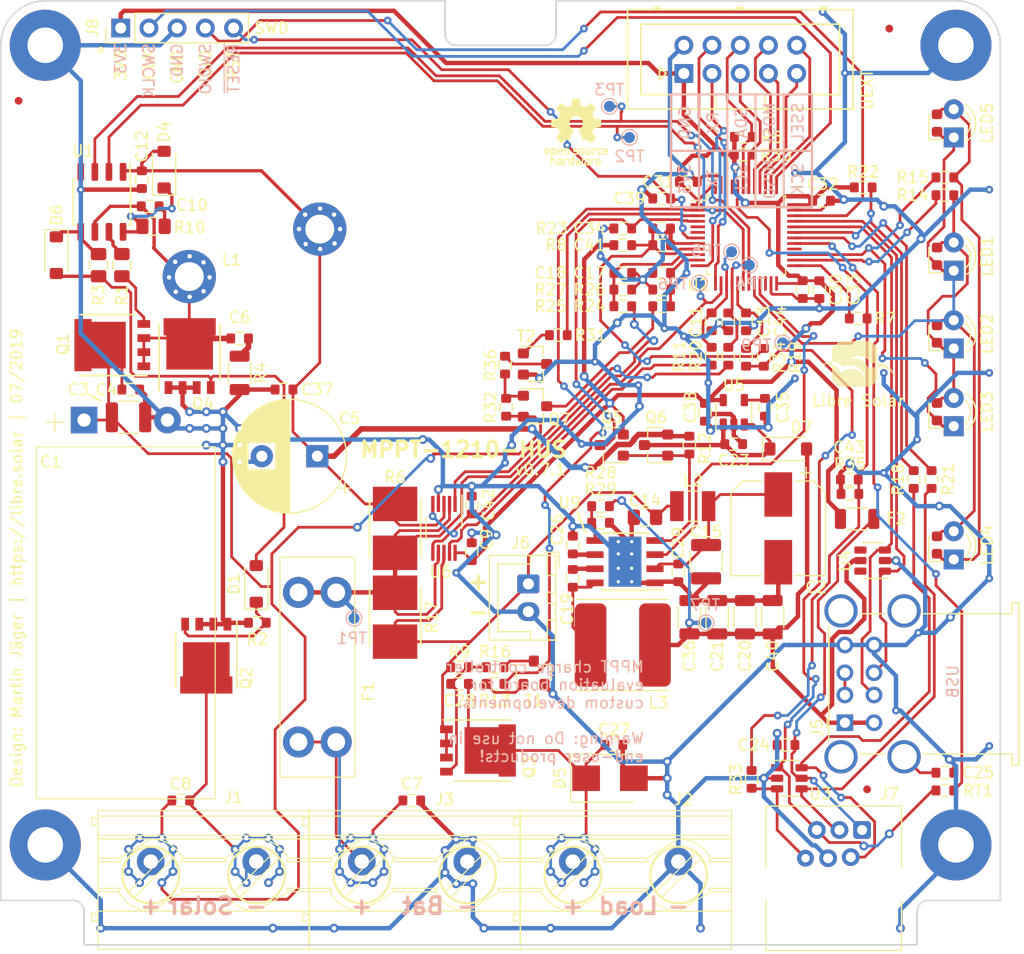
<source format=kicad_pcb>
(kicad_pcb (version 20171130) (host pcbnew "(5.1.12)-1")
  (title_block (title "MPPT 1210 HUS") (date 2019-03-24) (rev 0.7.1) (company "Libre Solar") (comment 1 "Licensed under CERN-OHL-W version 2") (comment 2 "Author: Martin Jäger"))
  (layers (0 Top signal) (31 Bottom signal) (34 B.Paste user hide) (35 F.Paste user hide) (36 B.SilkS user hide) (37 F.SilkS user hide) (38 B.Mask user hide) (39 F.Mask user hide) (44 Edge.Cuts user))
  (net 0 "")
  (net 1 GND)
  (net 2 +3V3)
  (net 3 +5V)
  (net 4 "Net-(C10-Pad1)")
  (net 5 "Net-(C19-Pad1)")
  (net 6 "Net-(C19-Pad2)")
  (net 7 "Net-(D1-Pad1)")
  (net 8 "/DCDC power stage/SW_NODE")
  (net 9 "Net-(C15-Pad1)")
  (net 10 /MCU/~RESET)
  (net 11 /MCU/BOOT0)
  (net 12 "Net-(D1-Pad2)")
  (net 13 /MCU/I2C1_SCL)
  (net 14 /MCU/I2C1_SDA)
  (net 15 /MCU/SPI1_MISO)
  (net 16 /MCU/SPI1_MOSI)
  (net 17 /MCU/SPI1_SCK)
  (net 18 /MCU/SSEL)
  (net 19 "/DCDC power stage/HS_DRV")
  (net 20 "/DCDC power stage/LS_DRV")
  (net 21 "Net-(R11-Pad1)")
  (net 22 "Net-(R13-Pad1)")
  (net 23 "Net-(R20-Pad1)")
  (net 24 "Net-(R28-Pad2)")
  (net 25 /MCU/USART1_TX)
  (net 26 /MCU/USART1_RX)
  (net 27 /MCU/SWDIO)
  (net 28 /MCU/SWCLK)
  (net 29 "/DCDC power stage/SOLAR-")
  (net 30 "/DCDC power stage/BAT+")
  (net 31 "Net-(C35-Pad1)")
  (net 32 "Net-(C25-Pad1)")
  (net 33 /MCU/USART2_TX)
  (net 34 /MCU/USART2_RX)
  (net 35 "Net-(J5-Pad2)")
  (net 36 "Net-(C26-Pad1)")
  (net 37 +12V)
  (net 38 USB_PWR_EN)
  (net 39 PWM_HS)
  (net 40 PWM_LS)
  (net 41 DAC)
  (net 42 V_BAT)
  (net 43 V_SOLAR)
  (net 44 I_LOAD)
  (net 45 I_DCDC)
  (net 46 USB_DM)
  (net 47 USB_DP)
  (net 48 "Net-(U2-Pad28)")
  (net 49 LOAD+)
  (net 50 DCDC_OUT)
  (net 51 "Net-(C6-Pad2)")
  (net 52 LOAD_EN)
  (net 53 "Net-(C23-Pad1)")
  (net 54 "Net-(R16-Pad1)")
  (net 55 "Net-(C28-Pad2)")
  (net 56 LOAD_S)
  (net 57 "Net-(J7-Pad6)")
  (net 58 "Net-(U4-Pad4)")
  (net 59 "Net-(U4-Pad6)")
  (net 60 "Net-(U2-Pad46)")
  (net 61 "Net-(U2-Pad45)")
  (net 62 /MCU/LED_C)
  (net 63 /MCU/LED_B)
  (net 64 /MCU/LED_A)
  (net 65 "Net-(U2-Pad22)")
  (net 66 "Net-(LED4-Pad1)")
  (net 67 "Net-(LED1-Pad2)")
  (net 68 /MCU/TEMP_EXT)
  (net 69 "Net-(J7-Pad3)")
  (net 70 "Net-(J7-Pad2)")
  (net 71 "Net-(C24-Pad1)")
  (net 72 /MCU/TEMP_INT_PD)
  (net 73 VDDA)
  (net 74 /MCU/BUTTON)
  (net 75 T_BAT)
  (net 76 "Net-(U2-Pad6)")
  (net 77 "Net-(U2-Pad5)")
  (net 78 "/DCDC power stage/SOLAR+")
  (net 79 "Net-(Q5-Pad1)")
  (net 80 5V_PG)
  (net 81 "Net-(Q7-Pad1)")
  (net 82 "Net-(Q7-Pad3)")
  (net 83 V_SOLAR_EN)
  (net 84 "Net-(R31-Pad1)")
  (net 85 "Net-(R36-Pad1)")
  (net 86 "Net-(D4-Pad1)")
  (net 87 "Net-(Q1-PadG)")
  (module LibreSolar:L-FERYSTER-DTMSS-27_47uH (layer Top) (at 128.974775 75.185659 20)
    (fp_text reference L1 (at -13.522792 0.095003) (layer F.SilkS) (effects (justify left bottom)))
    (fp_text value 47uH)
    (pad 1 thru_hole circle (at -16.5 0 110) (size 4.8 4.8) (drill 2.6) (layers *.Cu *.Mask) (net 8 "/DCDC power stage/SW_NODE"))
    (pad 2 thru_hole circle (at -4 0 110) (size 4.8 4.8) (drill 2.6) (layers *.Cu *.Mask) (net 50 DCDC_OUT))
  )
  (module LibreSolar:SOIC-8_3.9x4.9mm_Pitch1.27mm (layer Top) (at 105.6 74.1 270)
    (fp_text reference U1 (at -4.6 1.7) (layer F.SilkS))
    (fp_text value LM5109BMA)
    (pad 8 smd roundrect (at 2.7 -1.905 270) (size 1.6 0.6) (layers Top F.Paste F.Mask) (roundrect_rratio 0.2) (net 86 "Net-(D4-Pad1)"))
    (pad 7 smd roundrect (at 2.7 -0.635 270) (size 1.6 0.6) (layers Top F.Paste F.Mask) (roundrect_rratio 0.2) (net 19 "/DCDC power stage/HS_DRV"))
    (pad 6 smd roundrect (at 2.7 0.635 270) (size 1.6 0.6) (layers Top F.Paste F.Mask) (roundrect_rratio 0.2) (net 8 "/DCDC power stage/SW_NODE"))
    (pad 5 smd roundrect (at 2.7 1.905 270) (size 1.6 0.6) (layers Top F.Paste F.Mask) (roundrect_rratio 0.2) (net 20 "/DCDC power stage/LS_DRV"))
    (pad 4 smd roundrect (at -2.7 1.905 270) (size 1.6 0.6) (layers Top F.Paste F.Mask) (roundrect_rratio 0.2) (net 1 GND))
    (pad 3 smd roundrect (at -2.7 0.635 270) (size 1.6 0.6) (layers Top F.Paste F.Mask) (roundrect_rratio 0.2) (net 40 PWM_LS))
    (pad 2 smd roundrect (at -2.7 -0.635 270) (size 1.6 0.6) (layers Top F.Paste F.Mask) (roundrect_rratio 0.2) (net 39 PWM_HS))
    (pad 1 smd roundrect (at -2.7 -1.905 270) (size 1.6 0.6) (layers Top F.Paste F.Mask) (roundrect_rratio 0.2) (net 50 DCDC_OUT))
  )
  (module LibreSolar:SOT-23 (layer Top) (at 144.6 88.7)
    (fp_text reference T2 (at -0.8 -2.5) (layer F.SilkS))
    (fp_text value MMBT3904)
    (pad 1 smd roundrect (at -1.05 -0.95) (size 1 0.9) (layers Top F.Paste F.Mask) (roundrect_rratio 0.2) (net 84 "Net-(R31-Pad1)"))
    (pad 2 smd roundrect (at -1.05 0.95) (size 1 0.9) (layers Top F.Paste F.Mask) (roundrect_rratio 0.2) (net 1 GND))
    (pad 3 smd roundrect (at 1.05 0) (size 1 0.9) (layers Top F.Paste F.Mask) (roundrect_rratio 0.2) (net 85 "Net-(R36-Pad1)"))
  )
  (module LibreSolar:R_0603_1608 (layer Top) (at 141.9 88.8 270)
    (fp_text reference R36 (at 0 1.3 270) (layer F.SilkS))
    (fp_text value 100k)
    (pad 2 smd roundrect (at 0.8 0 270) (size 0.8 0.9) (layers Top F.Paste F.Mask) (roundrect_rratio 0.2) (net 81 "Net-(Q7-Pad1)"))
    (pad 1 smd roundrect (at -0.8 0 270) (size 0.8 0.9) (layers Top F.Paste F.Mask) (roundrect_rratio 0.2) (net 85 "Net-(R36-Pad1)"))
  )
  (module LibreSolar:R_0603_1608 (layer Top) (at 142 92.6 90)
    (fp_text reference R32 (at 0 -1.4 90) (layer F.SilkS))
    (fp_text value 24.9k)
    (pad 1 smd roundrect (at -0.8 0 90) (size 0.8 0.9) (layers Top F.Paste F.Mask) (roundrect_rratio 0.2) (net 78 "/DCDC power stage/SOLAR+"))
    (pad 2 smd roundrect (at 0.8 0 90) (size 0.8 0.9) (layers Top F.Paste F.Mask) (roundrect_rratio 0.2) (net 81 "Net-(Q7-Pad1)"))
  )
  (module LibreSolar:R_0603_1608 (layer Top) (at 146.7 86.1)
    (fp_text reference R31 (at 2.9 0) (layer F.SilkS))
    (fp_text value 10k)
    (pad 2 smd roundrect (at 0.8 0) (size 0.8 0.9) (layers Top F.Paste F.Mask) (roundrect_rratio 0.2) (net 83 V_SOLAR_EN))
    (pad 1 smd roundrect (at -0.8 0) (size 0.8 0.9) (layers Top F.Paste F.Mask) (roundrect_rratio 0.2) (net 84 "Net-(R31-Pad1)"))
  )
  (module LibreSolar:SOT-23 (layer Top) (at 144.6 92.5)
    (fp_text reference Q7 (at 2.2 1.2) (layer F.SilkS))
    (fp_text value BSS83P)
    (pad 1 smd roundrect (at -1.05 -0.95) (size 1 0.9) (layers Top F.Paste F.Mask) (roundrect_rratio 0.2) (net 81 "Net-(Q7-Pad1)"))
    (pad 2 smd roundrect (at -1.05 0.95) (size 1 0.9) (layers Top F.Paste F.Mask) (roundrect_rratio 0.2) (net 78 "/DCDC power stage/SOLAR+"))
    (pad 3 smd roundrect (at 1.05 0) (size 1 0.9) (layers Top F.Paste F.Mask) (roundrect_rratio 0.2) (net 82 "Net-(Q7-Pad3)"))
  )
  (module LibreSolar:LED_0603_D3.0mm (layer Top) (at 180.8 67 90)
    (fp_text reference LED5 (at 0 4.5 90) (layer F.SilkS))
    (fp_text value green)
    (pad 1 smd roundrect (at -0.7875 0 90) (size 0.875 0.95) (layers Top F.Paste F.Mask) (net 62 /MCU/LED_C))
    (pad 2 smd roundrect (at 0.7875 0 90) (size 0.875 0.95) (layers Top F.Paste F.Mask) (net 66 "Net-(LED4-Pad1)"))
    (pad 2 thru_hole circle (at 1.24 1.5 90) (size 1.8 1.8) (drill 0.9) (layers *.Cu *.Mask) (net 66 "Net-(LED4-Pad1)"))
    (pad 1 thru_hole rect (at -1.3 1.5 90) (size 1.8 1.8) (drill 0.9) (layers *.Cu *.Mask) (net 62 /MCU/LED_C))
  )
  (module LibreSolar:LED_0603_D3.0mm (layer Top) (at 180.8 105 90)
    (fp_text reference LED4 (at 0 4.5 90) (layer F.SilkS))
    (fp_text value green)
    (pad 1 smd roundrect (at -0.7875 0 90) (size 0.875 0.95) (layers Top F.Paste F.Mask) (net 66 "Net-(LED4-Pad1)"))
    (pad 2 smd roundrect (at 0.7875 0 90) (size 0.875 0.95) (layers Top F.Paste F.Mask) (net 62 /MCU/LED_C))
    (pad 2 thru_hole circle (at 1.24 1.5 90) (size 1.8 1.8) (drill 0.9) (layers *.Cu *.Mask) (net 62 /MCU/LED_C))
    (pad 1 thru_hole rect (at -1.3 1.5 90) (size 1.8 1.8) (drill 0.9) (layers *.Cu *.Mask) (net 66 "Net-(LED4-Pad1)"))
  )
  (module LibreSolar:LED_0603_D3.0mm (layer Top) (at 180.8 93 90)
    (fp_text reference LED3 (at 0 4.5 90) (layer F.SilkS))
    (fp_text value yellow)
    (pad 1 smd roundrect (at -0.7875 0 90) (size 0.875 0.95) (layers Top F.Paste F.Mask) (net 63 /MCU/LED_B))
    (pad 2 smd roundrect (at 0.7875 0 90) (size 0.875 0.95) (layers Top F.Paste F.Mask) (net 67 "Net-(LED1-Pad2)"))
    (pad 2 thru_hole circle (at 1.24 1.5 90) (size 1.8 1.8) (drill 0.9) (layers *.Cu *.Mask) (net 67 "Net-(LED1-Pad2)"))
    (pad 1 thru_hole rect (at -1.3 1.5 90) (size 1.8 1.8) (drill 0.9) (layers *.Cu *.Mask) (net 63 /MCU/LED_B))
  )
  (module LibreSolar:LED_0603_D3.0mm (layer Top) (at 180.8 86 90)
    (fp_text reference LED2 (at 0 4.5 90) (layer F.SilkS))
    (fp_text value yellow)
    (pad 1 smd roundrect (at -0.7875 0 90) (size 0.875 0.95) (layers Top F.Paste F.Mask) (net 67 "Net-(LED1-Pad2)"))
    (pad 2 smd roundrect (at 0.7875 0 90) (size 0.875 0.95) (layers Top F.Paste F.Mask) (net 62 /MCU/LED_C))
    (pad 2 thru_hole circle (at 1.24 1.5 90) (size 1.8 1.8) (drill 0.9) (layers *.Cu *.Mask) (net 62 /MCU/LED_C))
    (pad 1 thru_hole rect (at -1.3 1.5 90) (size 1.8 1.8) (drill 0.9) (layers *.Cu *.Mask) (net 67 "Net-(LED1-Pad2)"))
  )
  (module LibreSolar:LED_0603_D3.0mm (layer Top) (at 180.8 79 90)
    (fp_text reference LED1 (at 0 4.5 90) (layer F.SilkS))
    (fp_text value yellow)
    (pad 1 smd roundrect (at -0.7875 0 90) (size 0.875 0.95) (layers Top F.Paste F.Mask) (net 62 /MCU/LED_C))
    (pad 2 smd roundrect (at 0.7875 0 90) (size 0.875 0.95) (layers Top F.Paste F.Mask) (net 67 "Net-(LED1-Pad2)"))
    (pad 2 thru_hole circle (at 1.24 1.5 90) (size 1.8 1.8) (drill 0.9) (layers *.Cu *.Mask) (net 67 "Net-(LED1-Pad2)"))
    (pad 1 thru_hole rect (at -1.3 1.5 90) (size 1.8 1.8) (drill 0.9) (layers *.Cu *.Mask) (net 62 /MCU/LED_C))
  )
  (module LibreSolar:R_0603_1608 (layer Top) (at 152.5 76.5)
    (fp_text reference R23 (at -6.4 0) (layer F.SilkS))
    (fp_text value 100k)
    (pad 2 smd roundrect (at 0.8 0) (size 0.8 0.9) (layers Top F.Paste F.Mask) (roundrect_rratio 0.2) (net 80 5V_PG))
    (pad 1 smd roundrect (at -0.8 0) (size 0.8 0.9) (layers Top F.Paste F.Mask) (roundrect_rratio 0.2) (net 1 GND))
  )
  (module LibreSolar:SOT-23 (layer Top) (at 151.5 96 180)
    (fp_text reference Q5 (at 0 2.5 180) (layer F.SilkS))
    (fp_text value BSS83P)
    (pad 1 smd roundrect (at -1.05 -0.95 180) (size 1 0.9) (layers Top F.Paste F.Mask) (roundrect_rratio 0.2) (net 79 "Net-(Q5-Pad1)"))
    (pad 2 smd roundrect (at -1.05 0.95 180) (size 1 0.9) (layers Top F.Paste F.Mask) (roundrect_rratio 0.2) (net 2 +3V3))
    (pad 3 smd roundrect (at 1.05 0 180) (size 1 0.9) (layers Top F.Paste F.Mask) (roundrect_rratio 0.2) (net 80 5V_PG))
  )
  (module LibreSolar:R_0805_2012 (layer Top) (at 110.25 76.3 180)
    (fp_text reference R10 (at -3.25 -0.1) (layer F.SilkS))
    (fp_text value 4.7)
    (pad 2 smd roundrect (at 1 0 180) (size 1.1 1.4) (layers Top F.Paste F.Mask) (roundrect_rratio 0.2) (net 86 "Net-(D4-Pad1)"))
    (pad 1 smd roundrect (at -1 0 180) (size 1.1 1.4) (layers Top F.Paste F.Mask) (roundrect_rratio 0.2) (net 4 "Net-(C10-Pad1)"))
  )
  (module LibreSolar:C_0603_1608 (layer Top) (at 159.9 93.05 270)
    (fp_text reference C38 (at -0.45 1.3 270) (layer F.SilkS))
    (fp_text value 2.2u)
    (pad 2 smd roundrect (at 0.8 0 270) (size 0.8 0.9) (layers Top F.Paste F.Mask) (roundrect_rratio 0.2) (net 1 GND))
    (pad 1 smd roundrect (at -0.8 0 270) (size 0.8 0.9) (layers Top F.Paste F.Mask) (roundrect_rratio 0.2) (net 2 +3V3))
  )
  (module LibreSolar:SOT-23-5 (layer Top) (at 162.5 93.05 90)
    (fp_text reference U5 (at 2.45 0 180) (layer F.SilkS))
    (fp_text value AP2210-3.3)
    (pad 5 smd roundrect (at 1.1 -0.95 90) (size 1.1 0.65) (layers Top F.Paste F.Mask) (roundrect_rratio 0.2) (net 2 +3V3))
    (pad 4 smd roundrect (at 1.1 0.95 90) (size 1.1 0.65) (layers Top F.Paste F.Mask) (roundrect_rratio 0.2) (net 31 "Net-(C35-Pad1)"))
    (pad 3 smd roundrect (at -1.1 0.95 90) (size 1.1 0.65) (layers Top F.Paste F.Mask) (roundrect_rratio 0.2) (net 53 "Net-(C23-Pad1)"))
    (pad 2 smd roundrect (at -1.1 0 90) (size 1.1 0.65) (layers Top F.Paste F.Mask) (roundrect_rratio 0.2) (net 1 GND))
    (pad 1 smd roundrect (at -1.1 -0.95 90) (size 1.1 0.65) (layers Top F.Paste F.Mask) (roundrect_rratio 0.2) (net 53 "Net-(C23-Pad1)"))
  )
  (module LibreSolar:C_0603_1608 (layer Top) (at 162.488226 95.914609)
    (fp_text reference C23 (at 0.011774 1.485391 -180) (layer F.SilkS))
    (fp_text value 2.2u)
    (pad 2 smd roundrect (at 0.8 0) (size 0.8 0.9) (layers Top F.Paste F.Mask) (roundrect_rratio 0.2) (net 1 GND))
    (pad 1 smd roundrect (at -0.8 0) (size 0.8 0.9) (layers Top F.Paste F.Mask) (roundrect_rratio 0.2) (net 53 "Net-(C23-Pad1)"))
  )
  (module LibreSolar:R_0603_1608 (layer Top) (at 165.2 88.1 270)
    (fp_text reference R19 (at 0 -2.8 270) (layer F.SilkS))
    (fp_text value 10k)
    (pad 1 smd roundrect (at -0.8 0 270) (size 0.8 0.9) (layers Top F.Paste F.Mask) (roundrect_rratio 0.2) (net 73 VDDA))
    (pad 2 smd roundrect (at 0.8 0 270) (size 0.8 0.9) (layers Top F.Paste F.Mask) (roundrect_rratio 0.2) (net 68 /MCU/TEMP_EXT))
  )
  (module LibreSolar:Box_Header_2x05x2.54mm_Straight (layer Top) (at 158 62.54)
    (fp_text reference J4 hide)
    (fp_text value UEXT)
    (pad 1 thru_hole rect (at 0 0) (size 1.7 1.7) (drill 1) (layers *.Cu *.Mask) (net 2 +3V3))
    (pad 2 thru_hole circle (at 0 -2.54) (size 1.7 1.7) (drill 1) (layers *.Cu *.Mask) (net 1 GND))
    (pad 3 thru_hole circle (at 2.54 0) (size 1.7 1.7) (drill 1) (layers *.Cu *.Mask) (net 33 /MCU/USART2_TX))
    (pad 4 thru_hole circle (at 2.54 -2.54) (size 1.7 1.7) (drill 1) (layers *.Cu *.Mask) (net 34 /MCU/USART2_RX))
    (pad 5 thru_hole circle (at 5.08 0) (size 1.7 1.7) (drill 1) (layers *.Cu *.Mask) (net 13 /MCU/I2C1_SCL))
    (pad 6 thru_hole circle (at 5.08 -2.54) (size 1.7 1.7) (drill 1) (layers *.Cu *.Mask) (net 14 /MCU/I2C1_SDA))
    (pad 7 thru_hole circle (at 7.62 0) (size 1.7 1.7) (drill 1) (layers *.Cu *.Mask) (net 15 /MCU/SPI1_MISO))
    (pad 8 thru_hole circle (at 7.62 -2.54) (size 1.7 1.7) (drill 1) (layers *.Cu *.Mask) (net 16 /MCU/SPI1_MOSI))
    (pad 9 thru_hole circle (at 10.16 0) (size 1.7 1.7) (drill 1) (layers *.Cu *.Mask) (net 17 /MCU/SPI1_SCK))
    (pad 10 thru_hole circle (at 10.16 -2.54) (size 1.7 1.7) (drill 1) (layers *.Cu *.Mask) (net 18 /MCU/SSEL))
  )
  (module LibreSolar:5X6_MOSFET (layer Top) (at 113.5 88.1)
    (fp_text reference Q4 (at 1.2 4.2) (layer F.SilkS))
    (fp_text value PSMN5R2-60YLX hide)
    (pad D smd rect (at 1.15 -2 90) (size 0.6 0.9) (layers Top F.Paste) (net 8 "/DCDC power stage/SW_NODE"))
    (pad D smd rect (at 0 -2 90) (size 0.6 0.9) (layers Top F.Paste) (net 8 "/DCDC power stage/SW_NODE"))
    (pad D smd rect (at -1.15 -2 90) (size 0.6 0.9) (layers Top F.Paste) (net 8 "/DCDC power stage/SW_NODE"))
    (pad D smd rect (at -1.15 -0.3 90) (size 0.6 0.9) (layers Top F.Paste) (net 8 "/DCDC power stage/SW_NODE"))
    (pad D smd rect (at -1.15 0.55 90) (size 0.6 0.9) (layers Top F.Paste) (net 8 "/DCDC power stage/SW_NODE"))
    (pad D smd rect (at -1.15 -1.15 90) (size 0.6 0.9) (layers Top F.Paste) (net 8 "/DCDC power stage/SW_NODE"))
    (pad D smd rect (at 1.15 -0.3 90) (size 0.6 0.9) (layers Top F.Paste) (net 8 "/DCDC power stage/SW_NODE"))
    (pad D smd rect (at 1.15 0.55 90) (size 0.6 0.9) (layers Top F.Paste) (net 8 "/DCDC power stage/SW_NODE"))
    (pad D smd rect (at 1.15 -1.15 90) (size 0.6 0.9) (layers Top F.Paste) (net 8 "/DCDC power stage/SW_NODE"))
    (pad D smd rect (at 0 -1.15 90) (size 0.6 0.9) (layers Top F.Paste) (net 8 "/DCDC power stage/SW_NODE"))
    (pad D smd rect (at 0 0.55 90) (size 0.6 0.9) (layers Top F.Paste) (net 8 "/DCDC power stage/SW_NODE"))
    (pad D smd rect (at -1.875 -3) (size 0.6 0.9) (layers Top F.Paste) (net 8 "/DCDC power stage/SW_NODE"))
    (pad D smd rect (at 1.875 -3) (size 0.6 0.9) (layers Top F.Paste) (net 8 "/DCDC power stage/SW_NODE"))
    (pad D smd rect (at -0.6 -3) (size 0.6 0.9) (layers Top F.Paste) (net 8 "/DCDC power stage/SW_NODE"))
    (pad S smd rect (at -0.635 2.725) (size 0.7 1.15) (layers Top F.Paste F.Mask) (net 1 GND))
    (pad S smd rect (at -1.905 2.725) (size 0.7 1.15) (layers Top F.Paste F.Mask) (net 1 GND))
    (pad S smd rect (at 0.635 2.725) (size 0.7 1.15) (layers Top F.Paste F.Mask) (net 1 GND))
    (pad D smd rect (at 0 -2.75) (size 4.7 1.55) (layers Top F.Mask) (net 8 "/DCDC power stage/SW_NODE"))
    (pad D smd rect (at 0 -0.45) (size 4.2 3.1) (layers Top F.Mask) (net 8 "/DCDC power stage/SW_NODE"))
    (pad G smd rect (at 1.905 2.725) (size 0.7 1.15) (layers Top F.Paste F.Mask) (net 12 "Net-(D1-Pad2)"))
    (pad D smd rect (at 0.6 -3) (size 0.6 0.9) (layers Top F.Paste) (net 8 "/DCDC power stage/SW_NODE"))
    (pad D smd rect (at 0 -0.3 90) (size 0.6 0.9) (layers Top F.Paste) (net 8 "/DCDC power stage/SW_NODE"))
  )
  (module LibreSolar:5X6_MOSFET (layer Top) (at 139.35 123.5 270)
    (fp_text reference Q3 (at 1.5 -4.75 270) (layer F.SilkS))
    (fp_text value BSC084P03NS3 hide)
    (pad D smd rect (at 1.15 -2) (size 0.6 0.9) (layers Top F.Paste) (net 49 LOAD+))
    (pad D smd rect (at 0 -2) (size 0.6 0.9) (layers Top F.Paste) (net 49 LOAD+))
    (pad D smd rect (at -1.15 -2) (size 0.6 0.9) (layers Top F.Paste) (net 49 LOAD+))
    (pad D smd rect (at -1.15 -0.3) (size 0.6 0.9) (layers Top F.Paste) (net 49 LOAD+))
    (pad D smd rect (at -1.15 0.55) (size 0.6 0.9) (layers Top F.Paste) (net 49 LOAD+))
    (pad D smd rect (at -1.15 -1.15) (size 0.6 0.9) (layers Top F.Paste) (net 49 LOAD+))
    (pad D smd rect (at 1.15 -0.3) (size 0.6 0.9) (layers Top F.Paste) (net 49 LOAD+))
    (pad D smd rect (at 1.15 0.55) (size 0.6 0.9) (layers Top F.Paste) (net 49 LOAD+))
    (pad D smd rect (at 1.15 -1.15) (size 0.6 0.9) (layers Top F.Paste) (net 49 LOAD+))
    (pad D smd rect (at 0 -1.15) (size 0.6 0.9) (layers Top F.Paste) (net 49 LOAD+))
    (pad D smd rect (at 0 0.55) (size 0.6 0.9) (layers Top F.Paste) (net 49 LOAD+))
    (pad D smd rect (at -1.875 -3 270) (size 0.6 0.9) (layers Top F.Paste) (net 49 LOAD+))
    (pad D smd rect (at 1.875 -3 270) (size 0.6 0.9) (layers Top F.Paste) (net 49 LOAD+))
    (pad D smd rect (at -0.6 -3 270) (size 0.6 0.9) (layers Top F.Paste) (net 49 LOAD+))
    (pad S smd rect (at -0.635 2.725 270) (size 0.7 1.15) (layers Top F.Paste F.Mask) (net 56 LOAD_S))
    (pad S smd rect (at -1.905 2.725 270) (size 0.7 1.15) (layers Top F.Paste F.Mask) (net 56 LOAD_S))
    (pad S smd rect (at 0.635 2.725 270) (size 0.7 1.15) (layers Top F.Paste F.Mask) (net 56 LOAD_S))
    (pad D smd rect (at 0 -2.75 270) (size 4.7 1.55) (layers Top F.Mask) (net 49 LOAD+))
    (pad D smd rect (at 0 -0.45 270) (size 4.2 3.1) (layers Top F.Mask) (net 49 LOAD+))
    (pad G smd rect (at 1.905 2.725 270) (size 0.7 1.15) (layers Top F.Paste F.Mask) (net 55 "Net-(C28-Pad2)"))
    (pad D smd rect (at 0.6 -3 270) (size 0.6 0.9) (layers Top F.Paste) (net 49 LOAD+))
    (pad D smd rect (at 0 -0.3) (size 0.6 0.9) (layers Top F.Paste) (net 49 LOAD+))
  )
  (module LibreSolar:5X6_MOSFET (layer Top) (at 115 114.85 180)
    (fp_text reference Q2 (at -3.6 -2.15 90) (layer F.SilkS))
    (fp_text value PSMN5R2-60YLX hide)
    (pad D smd rect (at 1.15 -2 270) (size 0.6 0.9) (layers Top F.Paste) (net 29 "/DCDC power stage/SOLAR-"))
    (pad D smd rect (at 0 -2 270) (size 0.6 0.9) (layers Top F.Paste) (net 29 "/DCDC power stage/SOLAR-"))
    (pad D smd rect (at -1.15 -2 270) (size 0.6 0.9) (layers Top F.Paste) (net 29 "/DCDC power stage/SOLAR-"))
    (pad D smd rect (at -1.15 -0.3 270) (size 0.6 0.9) (layers Top F.Paste) (net 29 "/DCDC power stage/SOLAR-"))
    (pad D smd rect (at -1.15 0.55 270) (size 0.6 0.9) (layers Top F.Paste) (net 29 "/DCDC power stage/SOLAR-"))
    (pad D smd rect (at -1.15 -1.15 270) (size 0.6 0.9) (layers Top F.Paste) (net 29 "/DCDC power stage/SOLAR-"))
    (pad D smd rect (at 1.15 -0.3 270) (size 0.6 0.9) (layers Top F.Paste) (net 29 "/DCDC power stage/SOLAR-"))
    (pad D smd rect (at 1.15 0.55 270) (size 0.6 0.9) (layers Top F.Paste) (net 29 "/DCDC power stage/SOLAR-"))
    (pad D smd rect (at 1.15 -1.15 270) (size 0.6 0.9) (layers Top F.Paste) (net 29 "/DCDC power stage/SOLAR-"))
    (pad D smd rect (at 0 -1.15 270) (size 0.6 0.9) (layers Top F.Paste) (net 29 "/DCDC power stage/SOLAR-"))
    (pad D smd rect (at 0 0.55 270) (size 0.6 0.9) (layers Top F.Paste) (net 29 "/DCDC power stage/SOLAR-"))
    (pad D smd rect (at -1.875 -3 180) (size 0.6 0.9) (layers Top F.Paste) (net 29 "/DCDC power stage/SOLAR-"))
    (pad D smd rect (at 1.875 -3 180) (size 0.6 0.9) (layers Top F.Paste) (net 29 "/DCDC power stage/SOLAR-"))
    (pad D smd rect (at -0.6 -3 180) (size 0.6 0.9) (layers Top F.Paste) (net 29 "/DCDC power stage/SOLAR-"))
    (pad S smd rect (at -0.635 2.725 180) (size 0.7 1.15) (layers Top F.Paste F.Mask) (net 1 GND))
    (pad S smd rect (at -1.905 2.725 180) (size 0.7 1.15) (layers Top F.Paste F.Mask) (net 1 GND))
    (pad S smd rect (at 0.635 2.725 180) (size 0.7 1.15) (layers Top F.Paste F.Mask) (net 1 GND))
    (pad D smd rect (at 0 -2.75 180) (size 4.7 1.55) (layers Top F.Mask) (net 29 "/DCDC power stage/SOLAR-"))
    (pad D smd rect (at 0 -0.45 180) (size 4.2 3.1) (layers Top F.Mask) (net 29 "/DCDC power stage/SOLAR-"))
    (pad G smd rect (at 1.905 2.725 180) (size 0.7 1.15) (layers Top F.Paste F.Mask) (net 7 "Net-(D1-Pad1)"))
    (pad D smd rect (at 0.6 -3 180) (size 0.6 0.9) (layers Top F.Paste) (net 29 "/DCDC power stage/SOLAR-"))
    (pad D smd rect (at 0 -0.3 270) (size 0.6 0.9) (layers Top F.Paste) (net 29 "/DCDC power stage/SOLAR-"))
  )
  (module LibreSolar:5X6_MOSFET (layer Top) (at 106.65 87 90)
    (fp_text reference Q1 (at 0.1 -4.55 90) (layer F.SilkS))
    (fp_text value PSMN5R2-60YLX hide)
    (pad D smd rect (at 1.15 -2 180) (size 0.6 0.9) (layers Top F.Paste) (net 78 "/DCDC power stage/SOLAR+"))
    (pad D smd rect (at 0 -2 180) (size 0.6 0.9) (layers Top F.Paste) (net 78 "/DCDC power stage/SOLAR+"))
    (pad D smd rect (at -1.15 -2 180) (size 0.6 0.9) (layers Top F.Paste) (net 78 "/DCDC power stage/SOLAR+"))
    (pad D smd rect (at -1.15 -0.3 180) (size 0.6 0.9) (layers Top F.Paste) (net 78 "/DCDC power stage/SOLAR+"))
    (pad D smd rect (at -1.15 0.55 180) (size 0.6 0.9) (layers Top F.Paste) (net 78 "/DCDC power stage/SOLAR+"))
    (pad D smd rect (at -1.15 -1.15 180) (size 0.6 0.9) (layers Top F.Paste) (net 78 "/DCDC power stage/SOLAR+"))
    (pad D smd rect (at 1.15 -0.3 180) (size 0.6 0.9) (layers Top F.Paste) (net 78 "/DCDC power stage/SOLAR+"))
    (pad D smd rect (at 1.15 0.55 180) (size 0.6 0.9) (layers Top F.Paste) (net 78 "/DCDC power stage/SOLAR+"))
    (pad D smd rect (at 1.15 -1.15 180) (size 0.6 0.9) (layers Top F.Paste) (net 78 "/DCDC power stage/SOLAR+"))
    (pad D smd rect (at 0 -1.15 180) (size 0.6 0.9) (layers Top F.Paste) (net 78 "/DCDC power stage/SOLAR+"))
    (pad D smd rect (at 0 0.55 180) (size 0.6 0.9) (layers Top F.Paste) (net 78 "/DCDC power stage/SOLAR+"))
    (pad D smd rect (at -1.875 -3 90) (size 0.6 0.9) (layers Top F.Paste) (net 78 "/DCDC power stage/SOLAR+"))
    (pad D smd rect (at 1.875 -3 90) (size 0.6 0.9) (layers Top F.Paste) (net 78 "/DCDC power stage/SOLAR+"))
    (pad D smd rect (at -0.6 -3 90) (size 0.6 0.9) (layers Top F.Paste) (net 78 "/DCDC power stage/SOLAR+"))
    (pad S smd rect (at -0.635 2.725 90) (size 0.7 1.15) (layers Top F.Paste F.Mask) (net 8 "/DCDC power stage/SW_NODE"))
    (pad S smd rect (at -1.905 2.725 90) (size 0.7 1.15) (layers Top F.Paste F.Mask) (net 8 "/DCDC power stage/SW_NODE"))
    (pad S smd rect (at 0.635 2.725 90) (size 0.7 1.15) (layers Top F.Paste F.Mask) (net 8 "/DCDC power stage/SW_NODE"))
    (pad D smd rect (at 0 -2.75 90) (size 4.7 1.55) (layers Top F.Mask) (net 78 "/DCDC power stage/SOLAR+"))
    (pad D smd rect (at 0 -0.45 90) (size 4.2 3.1) (layers Top F.Mask) (net 78 "/DCDC power stage/SOLAR+"))
    (pad G smd rect (at 1.905 2.725 90) (size 0.7 1.15) (layers Top F.Paste F.Mask) (net 87 "Net-(Q1-PadG)"))
    (pad D smd rect (at 0.6 -3 90) (size 0.6 0.9) (layers Top F.Paste) (net 78 "/DCDC power stage/SOLAR+"))
    (pad D smd rect (at 0 -0.3 180) (size 0.6 0.9) (layers Top F.Paste) (net 78 "/DCDC power stage/SOLAR+"))
  )
  (module LibreSolar:USB_A_Wuerth_61400826021_Horizontal_Stacked (layer Top) (at 172.5 121 90)
    (fp_text reference J5 (at -0.5 -2.5 90) (layer F.SilkS))
    (fp_text value USB_A_stacked)
    (pad 8 thru_hole circle (at 7 2.62 90) (size 1.5 1.5) (drill 0.92) (layers *.Cu *.Mask) (net 1 GND))
    (pad 7 thru_hole circle (at 4.5 2.62 90) (size 1.5 1.5) (drill 0.92) (layers *.Cu *.Mask) (net 47 USB_DP))
    (pad 6 thru_hole circle (at 2.5 2.62 90) (size 1.5 1.5) (drill 0.92) (layers *.Cu *.Mask) (net 46 USB_DM))
    (pad 5 thru_hole circle (at 0 2.62 90) (size 1.5 1.5) (drill 0.92) (layers *.Cu *.Mask) (net 3 +5V))
    (pad ~ thru_hole circle (at 10.07 5.33 90) (size 3 3) (drill 2.3) (layers *.Cu *.Mask))
    (pad 9 thru_hole circle (at -3.07 5.33 90) (size 3 3) (drill 2.3) (layers *.Cu *.Mask) (net 32 "Net-(C25-Pad1)"))
    (pad 4 thru_hole circle (at 7 0 90) (size 1.5 1.5) (drill 0.92) (layers *.Cu *.Mask) (net 1 GND))
    (pad 3 thru_hole circle (at 4.5 0 90) (size 1.5 1.5) (drill 0.92) (layers *.Cu *.Mask) (net 35 "Net-(J5-Pad2)"))
    (pad 2 thru_hole circle (at 2.5 0 90) (size 1.5 1.5) (drill 0.92) (layers *.Cu *.Mask) (net 35 "Net-(J5-Pad2)"))
    (pad 1 thru_hole rect (at 0 0 90) (size 1.5 1.5) (drill 0.92) (layers *.Cu *.Mask) (net 3 +5V))
    (pad ~ thru_hole circle (at -3.07 -0.35 90) (size 3 3) (drill 2.3) (layers *.Cu *.Mask))
    (pad ~ thru_hole circle (at 10.07 -0.35 90) (size 3 3) (drill 2.3) (layers *.Cu *.Mask))
  )
  (module LibreSolar:R_0603_1608 (layer Top) (at 180.3 99.1 90)
    (fp_text reference R21 (at 0 1.5 90) (layer F.SilkS))
    (fp_text value 470)
    (pad 1 smd roundrect (at -0.8 0 90) (size 0.8 0.9) (layers Top F.Paste F.Mask) (roundrect_rratio 0.2) (net 69 "Net-(J7-Pad3)"))
    (pad 2 smd roundrect (at 0.8 0 90) (size 0.8 0.9) (layers Top F.Paste F.Mask) (roundrect_rratio 0.2) (net 25 /MCU/USART1_TX))
  )
  (module LibreSolar:C_0603_1608 (layer Top) (at 163.6 84.9 270)
    (fp_text reference C44 (at 0 -3.1 270) (layer F.SilkS))
    (fp_text value 10n)
    (pad 1 smd roundrect (at -0.8 0 270) (size 0.8 0.9) (layers Top F.Paste F.Mask) (roundrect_rratio 0.2) (net 75 T_BAT))
    (pad 2 smd roundrect (at 0.8 0 270) (size 0.8 0.9) (layers Top F.Paste F.Mask) (roundrect_rratio 0.2) (net 1 GND))
  )
  (module LibreSolar:C_0603_1608 (layer Top) (at 172.9 99.1 180)
    (fp_text reference C43 (at 0 2.9 180) (layer F.SilkS))
    (fp_text value 100n)
    (pad 2 smd roundrect (at 0.8 0 180) (size 0.8 0.9) (layers Top F.Paste F.Mask) (roundrect_rratio 0.2) (net 1 GND))
    (pad 1 smd roundrect (at -0.8 0 180) (size 0.8 0.9) (layers Top F.Paste F.Mask) (roundrect_rratio 0.2) (net 11 /MCU/BOOT0))
  )
  (module LibreSolar:C_0603_1608 (layer Top) (at 167.2 123 180)
    (fp_text reference C24 (at 2.9 0 180) (layer F.SilkS))
    (fp_text value 100n)
    (pad 1 smd roundrect (at -0.8 0 180) (size 0.8 0.9) (layers Top F.Paste F.Mask) (roundrect_rratio 0.2) (net 71 "Net-(C24-Pad1)"))
    (pad 2 smd roundrect (at 0.8 0 180) (size 0.8 0.9) (layers Top F.Paste F.Mask) (roundrect_rratio 0.2) (net 1 GND))
  )
  (module LibreSolar:R_0603_1608 (layer Top) (at 178.7 99.1 90)
    (fp_text reference R18 (at 0 -1.4 90) (layer F.SilkS))
    (fp_text value 470)
    (pad 1 smd roundrect (at -0.8 0 90) (size 0.8 0.9) (layers Top F.Paste F.Mask) (roundrect_rratio 0.2) (net 70 "Net-(J7-Pad2)"))
    (pad 2 smd roundrect (at 0.8 0 90) (size 0.8 0.9) (layers Top F.Paste F.Mask) (roundrect_rratio 0.2) (net 26 /MCU/USART1_RX))
  )
  (module LibreSolar:R_0603_1608 (layer Top) (at 174.15 72.8)
    (fp_text reference R22 (at 0 -1.4) (layer F.SilkS))
    (fp_text value 100k)
    (pad 2 smd roundrect (at 0.8 0) (size 0.8 0.9) (layers Top F.Paste F.Mask) (roundrect_rratio 0.2) (net 26 /MCU/USART1_RX))
    (pad 1 smd roundrect (at -0.8 0) (size 0.8 0.9) (layers Top F.Paste F.Mask) (roundrect_rratio 0.2) (net 2 +3V3))
  )
  (module LibreSolar:R_0603_1608 (layer Top) (at 164.1 126.1 90)
    (fp_text reference R33 (at 0 -1.4 90) (layer F.SilkS))
    (fp_text value 2.2k)
    (pad 2 smd roundrect (at 0.8 0 90) (size 0.8 0.9) (layers Top F.Paste F.Mask) (roundrect_rratio 0.2) (net 11 /MCU/BOOT0))
    (pad 1 smd roundrect (at -0.8 0 90) (size 0.8 0.9) (layers Top F.Paste F.Mask) (roundrect_rratio 0.2) (net 57 "Net-(J7-Pad6)"))
  )
  (module LibreSolar:R_0603_1608 (layer Top) (at 163.6 88.1 90)
    (fp_text reference R34 (at 0 3 90) (layer F.SilkS))
    (fp_text value 2.2k)
    (pad 1 smd roundrect (at -0.8 0 90) (size 0.8 0.9) (layers Top F.Paste F.Mask) (roundrect_rratio 0.2) (net 68 /MCU/TEMP_EXT))
    (pad 2 smd roundrect (at 0.8 0 90) (size 0.8 0.9) (layers Top F.Paste F.Mask) (roundrect_rratio 0.2) (net 75 T_BAT))
  )
  (module LibreSolar:R_0603_1608 (layer Top) (at 172.95 100.4)
    (fp_text reference R35 (at 0 -2.7) (layer F.SilkS))
    (fp_text value 100k)
    (pad 2 smd roundrect (at 0.8 0) (size 0.8 0.9) (layers Top F.Paste F.Mask) (roundrect_rratio 0.2) (net 11 /MCU/BOOT0))
    (pad 1 smd roundrect (at -0.8 0) (size 0.8 0.9) (layers Top F.Paste F.Mask) (roundrect_rratio 0.2) (net 1 GND))
  )
  (module LibreSolar:R_0603_1608 (layer Top) (at 181.5 127.1)
    (fp_text reference RT1 (at 3 0) (layer F.SilkS))
    (fp_text value "10k NTC")
    (pad 1 smd roundrect (at -0.8 0) (size 0.8 0.9) (layers Top F.Paste F.Mask) (roundrect_rratio 0.2) (net 68 /MCU/TEMP_EXT))
    (pad 2 smd roundrect (at 0.8 0) (size 0.8 0.9) (layers Top F.Paste F.Mask) (roundrect_rratio 0.2) (net 72 /MCU/TEMP_INT_PD))
  )
  (module LibreSolar:R_1206_3216 (layer Top) (at 173.6 102.65 180)
    (fp_text reference F2 (at -3.5 0.05 180) (layer F.SilkS))
    (fp_text value 50mA)
    (pad 1 smd roundrect (at -1.5 0 180) (size 1 1.8) (layers Top F.Paste F.Mask) (roundrect_rratio 0.2) (net 71 "Net-(C24-Pad1)"))
    (pad 2 smd roundrect (at 1.5 0 180) (size 1 1.8) (layers Top F.Paste F.Mask) (roundrect_rratio 0.2) (net 2 +3V3))
  )
  (module LibreSolar:SOT-23-6 (layer Top) (at 167.5 126)
    (fp_text reference U3 (at 2.8 1.4) (layer F.SilkS))
    (fp_text value D1213A-04SO)
    (pad 1 smd roundrect (at -1.1 -0.95) (size 1.1 0.65) (layers Top F.Paste F.Mask) (roundrect_rratio 0.2) (net 68 /MCU/TEMP_EXT))
    (pad 2 smd roundrect (at -1.1 0) (size 1.1 0.65) (layers Top F.Paste F.Mask) (roundrect_rratio 0.2) (net 1 GND))
    (pad 3 smd roundrect (at -1.1 0.95) (size 1.1 0.65) (layers Top F.Paste F.Mask) (roundrect_rratio 0.2) (net 57 "Net-(J7-Pad6)"))
    (pad 4 smd roundrect (at 1.1 0.95) (size 1.1 0.65) (layers Top F.Paste F.Mask) (roundrect_rratio 0.2) (net 69 "Net-(J7-Pad3)"))
    (pad 6 smd roundrect (at 1.1 -0.95) (size 1.1 0.65) (layers Top F.Paste F.Mask) (roundrect_rratio 0.2) (net 70 "Net-(J7-Pad2)"))
    (pad 5 smd roundrect (at 1.1 0) (size 1.1 0.65) (layers Top F.Paste F.Mask) (roundrect_rratio 0.2) (net 71 "Net-(C24-Pad1)"))
  )
  (module Connector_JST:JST_XH_B02B-XH-A_1x02_P2.50mm_Vertical (layer Top) (at 144 108.5 270)
    (fp_text reference J6 (at -3.7 0.7 180) (layer F.SilkS))
    (fp_text value PWR_12V)
    (pad 1 thru_hole roundrect (at 0 0 270) (size 1.7 2) (drill 1) (layers *.Cu *.Mask) (roundrect_rratio 0.147059) (net 56 LOAD_S))
    (pad 2 thru_hole oval (at 2.5 0 270) (size 1.7 2) (drill 1) (layers *.Cu *.Mask) (net 1 GND))
  )
  (module LibreSolar:R_0603_1608 (layer Top) (at 181.5 71.9)
    (fp_text reference R15 (at -2.9 0) (layer F.SilkS))
    (fp_text value 470)
    (pad 1 smd roundrect (at -0.8 0) (size 0.8 0.9) (layers Top F.Paste F.Mask) (roundrect_rratio 0.2) (net 63 /MCU/LED_B))
    (pad 2 smd roundrect (at 0.8 0) (size 0.8 0.9) (layers Top F.Paste F.Mask) (roundrect_rratio 0.2) (net 66 "Net-(LED4-Pad1)"))
  )
  (module LibreSolar:R_0603_1608 (layer Top) (at 181.5 73.5)
    (fp_text reference R14 (at -2.9 0) (layer F.SilkS))
    (fp_text value 470)
    (pad 2 smd roundrect (at 0.8 0) (size 0.8 0.9) (layers Top F.Paste F.Mask) (roundrect_rratio 0.2) (net 67 "Net-(LED1-Pad2)"))
    (pad 1 smd roundrect (at -0.8 0) (size 0.8 0.9) (layers Top F.Paste F.Mask) (roundrect_rratio 0.2) (net 64 /MCU/LED_A))
  )
  (module LibreSolar:RJ25_6P6C_TabUp (layer Top) (at 171.5 135.5)
    (fp_text reference J7 (at 5 -8.1) (layer F.SilkS))
    (fp_text value 6P6C)
    (pad "" np_thru_hole circle (at 6 0) (size 2.36 2.36) (drill 2.36) (layers *.Cu *.Mask))
    (pad 6 thru_hole circle (at -2.55 -2.3) (size 1.52 1.52) (drill 0.76) (layers *.Cu *.Mask) (net 57 "Net-(J7-Pad6)"))
    (pad 5 thru_hole circle (at -1.53 -4.84) (size 1.6 1.6) (drill 0.9) (layers *.Cu *.Mask) (net 68 /MCU/TEMP_EXT))
    (pad 4 thru_hole circle (at -0.51 -2.3) (size 1.6 1.6) (drill 0.9) (layers *.Cu *.Mask) (net 1 GND))
    (pad 3 thru_hole circle (at 0.51 -4.84) (size 1.6 1.6) (drill 0.9) (layers *.Cu *.Mask) (net 69 "Net-(J7-Pad3)"))
    (pad 2 thru_hole circle (at 1.53 -2.4) (size 1.6 1.6) (drill 0.9) (layers *.Cu *.Mask) (net 70 "Net-(J7-Pad2)"))
    (pad "" np_thru_hole circle (at -6 0) (size 2.36 2.36) (drill 2.36) (layers *.Cu *.Mask))
    (pad 1 thru_hole roundrect (at 2.55 -4.84) (size 1.6 1.6) (drill 0.9) (layers *.Cu *.Mask) (roundrect_rratio 0.2) (net 71 "Net-(C24-Pad1)"))
  )
  (module Connector_PinHeader_2.54mm:PinHeader_1x05_P2.54mm_Vertical (layer Top) (at 107.295 58.45 90)
    (fp_text reference J8 (at 0 -2.54 90) (layer F.SilkS))
    (fp_text value ST_Nucleo_SWD)
    (pad 1 thru_hole rect (at 0 0 90) (size 1.7 1.7) (drill 1) (layers *.Cu *.Mask) (net 2 +3V3))
    (pad 2 thru_hole oval (at 0 2.54 90) (size 1.7 1.7) (drill 1) (layers *.Cu *.Mask) (net 28 /MCU/SWCLK))
    (pad 3 thru_hole oval (at 0 5.08 90) (size 1.7 1.7) (drill 1) (layers *.Cu *.Mask) (net 1 GND))
    (pad 4 thru_hole oval (at 0 7.62 90) (size 1.7 1.7) (drill 1) (layers *.Cu *.Mask) (net 27 /MCU/SWDIO))
    (pad 5 thru_hole oval (at 0 10.16 90) (size 1.7 1.7) (drill 1) (layers *.Cu *.Mask) (net 10 /MCU/~RESET))
  )
  (module LibreSolar:C_0603_1608 (layer Top) (at 156 78)
    (fp_text reference C41 (at -6.5 0) (layer F.SilkS))
    (fp_text value 10n)
    (pad 1 smd roundrect (at -0.8 0) (size 0.8 0.9) (layers Top F.Paste F.Mask) (roundrect_rratio 0.2) (net 73 VDDA))
    (pad 2 smd roundrect (at 0.8 0) (size 0.8 0.9) (layers Top F.Paste F.Mask) (roundrect_rratio 0.2) (net 1 GND))
  )
  (module LibreSolar:R_0603_1608 (layer Top) (at 152.5 78)
    (fp_text reference R8 (at -6 0) (layer F.SilkS))
    (fp_text value 100)
    (pad 1 smd roundrect (at -0.8 0) (size 0.8 0.9) (layers Top F.Paste F.Mask) (roundrect_rratio 0.2) (net 2 +3V3))
    (pad 2 smd roundrect (at 0.8 0) (size 0.8 0.9) (layers Top F.Paste F.Mask) (roundrect_rratio 0.2) (net 73 VDDA))
  )
  (module LibreSolar:KEYSTONE-FUSE-3557-2 (layer Top) (at 125 116 270)
    (fp_text reference F1 (at 1.2 -4 270) (layer F.SilkS) (effects (justify right top)))
    (fp_text value 25A hide)
    (pad 1 thru_hole circle (at -6.735 -1.7) (size 2.8 2.8) (drill 1.6) (layers *.Cu *.Mask) (net 37 +12V))
    (pad 1 thru_hole circle (at -6.735 1.7) (size 2.8 2.8) (drill 1.6) (layers *.Cu *.Mask) (net 37 +12V))
    (pad 2 thru_hole circle (at 6.735 -1.7) (size 2.8 2.8) (drill 1.6) (layers *.Cu *.Mask) (net 30 "/DCDC power stage/BAT+"))
    (pad 2 thru_hole circle (at 6.735 1.7) (size 2.8 2.8) (drill 1.6) (layers *.Cu *.Mask) (net 30 "/DCDC power stage/BAT+"))
  )
  (module LibreSolar:Phoenix_Contact_MKDS_5-2-952 (layer Top) (at 148 133.5)
    (fp_text reference J2 (at 9 -5) (layer F.SilkS) (effects (justify left bottom)))
    (fp_text value MKDS_5-2_952 hide)
    (pad 1 thru_hole circle (at 0 0) (size 2.5 2.5) (drill 1.3) (layers *.Cu *.Mask) (net 49 LOAD+))
    (pad 2 thru_hole circle (at 9.5 0) (size 2.5 2.5) (drill 1.3) (layers *.Cu *.Mask) (net 1 GND))
  )
  (module LibreSolar:Phoenix_Contact_MKDS_5-2-952 (layer Top) (at 129 133.5)
    (fp_text reference J3 (at 6.5 -5) (layer F.SilkS) (effects (justify left bottom)))
    (fp_text value MKDS_5-2_952 hide)
    (pad 2 thru_hole circle (at 9.5 0) (size 2.5 2.5) (drill 1.3) (layers *.Cu *.Mask) (net 1 GND))
    (pad 1 thru_hole circle (at 0 0) (size 2.5 2.5) (drill 1.3) (layers *.Cu *.Mask) (net 30 "/DCDC power stage/BAT+"))
  )
  (module LibreSolar:Phoenix_Contact_MKDS_5-2-952 (layer Top) (at 110 133.5)
    (fp_text reference J1 (at 6.5 -5.2) (layer F.SilkS) (effects (justify left bottom)))
    (fp_text value MKDS_5-2_952 hide)
    (pad 1 thru_hole circle (at 0 0) (size 2.5 2.5) (drill 1.3) (layers *.Cu *.Mask) (net 78 "/DCDC power stage/SOLAR+"))
    (pad 2 thru_hole circle (at 9.5 0) (size 2.5 2.5) (drill 1.3) (layers *.Cu *.Mask) (net 29 "/DCDC power stage/SOLAR-"))
  )
  (module LibreSolar:R_0603_1608 (layer Top) (at 173.7 84.6)
    (fp_text reference R7 (at 2.4 0) (layer F.SilkS))
    (fp_text value 2.2k)
    (pad 1 smd roundrect (at -0.8 0) (size 0.8 0.9) (layers Top F.Paste F.Mask) (roundrect_rratio 0.2) (net 74 /MCU/BUTTON))
    (pad 2 smd roundrect (at 0.8 0) (size 0.8 0.9) (layers Top F.Paste F.Mask) (roundrect_rratio 0.2) (net 11 /MCU/BOOT0))
  )
  (module LibreSolar:SOT-23 (layer Top) (at 144.5 116.5 90)
    (fp_text reference T1 (at -2.5 0 180) (layer F.SilkS))
    (fp_text value MMBT3904)
    (pad 1 smd roundrect (at -1.05 -0.95 90) (size 1 0.9) (layers Top F.Paste F.Mask) (roundrect_rratio 0.2) (net 22 "Net-(R13-Pad1)"))
    (pad 2 smd roundrect (at -1.05 0.95 90) (size 1 0.9) (layers Top F.Paste F.Mask) (roundrect_rratio 0.2) (net 1 GND))
    (pad 3 smd roundrect (at 1.05 0 90) (size 1 0.9) (layers Top F.Paste F.Mask) (roundrect_rratio 0.2) (net 54 "Net-(R16-Pad1)"))
  )
  (module TestPoint:TestPoint_Pad_D1.0mm (layer Bottom) (at 166.9 86.8 180)
    (fp_text reference TP9 (at 2.4 -0.2 180) (layer B.SilkS) (effects (justify mirror)))
    (fp_text value Test_Point_Probe)
    (pad 1 smd circle (at 0 0 180) (size 1 1) (layers Bottom B.Mask) (net 2 +3V3))
  )
  (module TestPoint:TestPoint_Pad_D1.0mm (layer Bottom) (at 160 112 180)
    (fp_text reference TP7 (at 0.1 1.6 180) (layer B.SilkS) (effects (justify mirror)))
    (fp_text value Test_Point_Probe)
    (pad 1 smd circle (at 0 0 180) (size 1 1) (layers Bottom B.Mask) (net 3 +5V))
  )
  (module TestPoint:TestPoint_Pad_D1.0mm (layer Bottom) (at 159.4 81.4 180)
    (fp_text reference TP6 (at 2.4 -0.1 180) (layer B.SilkS) (effects (justify mirror)))
    (fp_text value Test_Point_Probe)
    (pad 1 smd circle (at 0 0 180) (size 1 1) (layers Bottom B.Mask) (net 41 DAC))
  )
  (module TestPoint:TestPoint_Pad_D1.0mm (layer Bottom) (at 162.3 78.6 180)
    (fp_text reference TP5 (at 2.3 0.1 180) (layer B.SilkS) (effects (justify mirror)))
    (fp_text value Test_Point_Probe)
    (pad 1 smd circle (at 0 0 180) (size 1 1) (layers Bottom B.Mask) (net 44 I_LOAD))
  )
  (module TestPoint:TestPoint_Pad_D1.0mm (layer Bottom) (at 163.9 79.8 180)
    (fp_text reference TP4 (at -0.1 -1.7 180) (layer B.SilkS) (effects (justify mirror)))
    (fp_text value Test_Point_Probe)
    (pad 1 smd circle (at 0 0 180) (size 1 1) (layers Bottom B.Mask) (net 45 I_DCDC))
  )
  (module TestPoint:TestPoint_Pad_D1.0mm (layer Bottom) (at 128.3 111.6 180)
    (fp_text reference TP1 (at 0.2 -1.8 180) (layer B.SilkS) (effects (justify mirror)))
    (fp_text value Test_Point_Probe)
    (pad 1 smd circle (at 0 0 180) (size 1 1) (layers Bottom B.Mask) (net 37 +12V))
  )
  (module TestPoint:TestPoint_Pad_D1.0mm (layer Bottom) (at 153.1 68.3 180)
    (fp_text reference TP2 (at 0 -1.7 180) (layer B.SilkS) (effects (justify mirror)))
    (fp_text value Test_Point_Probe)
    (pad 1 smd circle (at 0 0 180) (size 1 1) (layers Bottom B.Mask) (net 39 PWM_HS))
  )
  (module TestPoint:TestPoint_Pad_D1.0mm (layer Bottom) (at 151.3 65.5 180)
    (fp_text reference TP3 (at 0 1.5 180) (layer B.SilkS) (effects (justify mirror)))
    (fp_text value Test_Point_Probe)
    (pad 1 smd circle (at 0 0 180) (size 1 1) (layers Bottom B.Mask) (net 40 PWM_LS))
  )
  (module LibreSolar:SOT-23-6 (layer Top) (at 175 106.4 180)
    (fp_text reference U4 (at 2.5 0 270) (layer F.SilkS))
    (fp_text value D1213A-04SO)
    (pad 1 smd roundrect (at -1.1 -0.95 180) (size 1.1 0.65) (layers Top F.Paste F.Mask) (roundrect_rratio 0.2) (net 47 USB_DP))
    (pad 2 smd roundrect (at -1.1 0 180) (size 1.1 0.65) (layers Top F.Paste F.Mask) (roundrect_rratio 0.2) (net 1 GND))
    (pad 3 smd roundrect (at -1.1 0.95 180) (size 1.1 0.65) (layers Top F.Paste F.Mask) (roundrect_rratio 0.2) (net 46 USB_DM))
    (pad 4 smd roundrect (at 1.1 0.95 180) (size 1.1 0.65) (layers Top F.Paste F.Mask) (roundrect_rratio 0.2) (net 58 "Net-(U4-Pad4)"))
    (pad 6 smd roundrect (at 1.1 -0.95 180) (size 1.1 0.65) (layers Top F.Paste F.Mask) (roundrect_rratio 0.2) (net 59 "Net-(U4-Pad6)"))
    (pad 5 smd roundrect (at 1.1 0 180) (size 1.1 0.65) (layers Top F.Paste F.Mask) (roundrect_rratio 0.2) (net 3 +5V))
  )
  (module LibreSolar:C_1206_3216 (layer Top) (at 166 111.5 90)
    (fp_text reference C40 (at -3.5 0 90) (layer F.SilkS))
    (fp_text value 22u)
    (pad 2 smd roundrect (at 1.5 0 90) (size 1 1.8) (layers Top F.Paste F.Mask) (roundrect_rratio 0.2) (net 1 GND))
    (pad 1 smd roundrect (at -1.5 0 90) (size 1 1.8) (layers Top F.Paste F.Mask) (roundrect_rratio 0.2) (net 3 +5V))
  )
  (module Capacitor_SMD:CP_Elec_8x6.2 (layer Top) (at 166.5 103.5 270)
    (fp_text reference C2 (at 5.3 -3.4) (layer F.SilkS))
    (fp_text value 150u)
    (pad 2 smd rect (at 3.05 0 270) (size 4 2.5) (layers Top F.Paste F.Mask) (net 1 GND))
    (pad 1 smd rect (at -3.05 0 270) (size 4 2.5) (layers Top F.Paste F.Mask) (net 9 "Net-(C15-Pad1)"))
  )
  (module LibreSolar:C_1206_3216 (layer Top) (at 158.5 111.5 90)
    (fp_text reference C36 (at -3.5 0 90) (layer F.SilkS))
    (fp_text value 22u)
    (pad 1 smd roundrect (at -1.5 0 90) (size 1 1.8) (layers Top F.Paste F.Mask) (roundrect_rratio 0.2) (net 3 +5V))
    (pad 2 smd roundrect (at 1.5 0 90) (size 1 1.8) (layers Top F.Paste F.Mask) (roundrect_rratio 0.2) (net 1 GND))
  )
  (module LibreSolar:C_1206_3216 (layer Top) (at 161 111.5 90)
    (fp_text reference C21 (at -3.5 0 90) (layer F.SilkS))
    (fp_text value 22u)
    (pad 2 smd roundrect (at 1.5 0 90) (size 1 1.8) (layers Top F.Paste F.Mask) (roundrect_rratio 0.2) (net 1 GND))
    (pad 1 smd roundrect (at -1.5 0 90) (size 1 1.8) (layers Top F.Paste F.Mask) (roundrect_rratio 0.2) (net 3 +5V))
  )
  (module LibreSolar:SOT-23 (layer Top) (at 155.5 96 180)
    (fp_text reference Q6 (at 0 2.5 180) (layer F.SilkS))
    (fp_text value BSS83P)
    (pad 3 smd roundrect (at 1.05 0 180) (size 1 0.9) (layers Top F.Paste F.Mask) (roundrect_rratio 0.2) (net 53 "Net-(C23-Pad1)"))
    (pad 2 smd roundrect (at -1.05 0.95 180) (size 1 0.9) (layers Top F.Paste F.Mask) (roundrect_rratio 0.2) (net 50 DCDC_OUT))
    (pad 1 smd roundrect (at -1.05 -0.95 180) (size 1 0.9) (layers Top F.Paste F.Mask) (roundrect_rratio 0.2) (net 79 "Net-(Q5-Pad1)"))
  )
  (module Inductor_SMD:L_1210_3225Metric (layer Top) (at 158.8 101.5)
    (fp_text reference L2 (at 0 -2.3) (layer F.SilkS))
    (fp_text value 2.2uH)
    (pad 2 smd rect (at 1.43 0) (size 1.22 2.7) (layers Top F.Paste F.Mask) (net 9 "Net-(C15-Pad1)"))
    (pad 1 smd rect (at -1.43 0) (size 1.22 2.7) (layers Top F.Paste F.Mask) (net 56 LOAD_S))
  )
  (module LibreSolar:Bourns_SRN8040TA (layer Top) (at 152.5 114)
    (fp_text reference L3 (at 3.2 5.2) (layer F.SilkS))
    (fp_text value 10uH)
    (pad 1 smd roundrect (at -2.9 0) (size 2.85 7.5) (layers Top F.Paste F.Mask) (roundrect_rratio 0.2) (net 6 "Net-(C19-Pad2)"))
    (pad 2 smd roundrect (at 2.9 0) (size 2.85 7.5) (layers Top F.Paste F.Mask) (roundrect_rratio 0.2) (net 3 +5V))
  )
  (module LibreSolar:C_0603_1608 (layer Top) (at 157.5 107.5 270)
    (fp_text reference C29 (at -2.7 0 270) (layer F.SilkS))
    (fp_text value 220n)
    (pad 2 smd roundrect (at 0.8 0 270) (size 0.8 0.9) (layers Top F.Paste F.Mask) (roundrect_rratio 0.2) (net 1 GND))
    (pad 1 smd roundrect (at -0.8 0 270) (size 0.8 0.9) (layers Top F.Paste F.Mask) (roundrect_rratio 0.2) (net 9 "Net-(C15-Pad1)"))
  )
  (module LibreSolar:C_1206_3216 (layer Top) (at 163.5 111.5 90)
    (fp_text reference C20 (at -3.5 0 90) (layer F.SilkS))
    (fp_text value 22u)
    (pad 2 smd roundrect (at 1.5 0 90) (size 1 1.8) (layers Top F.Paste F.Mask) (roundrect_rratio 0.2) (net 1 GND))
    (pad 1 smd roundrect (at -1.5 0 90) (size 1 1.8) (layers Top F.Paste F.Mask) (roundrect_rratio 0.2) (net 3 +5V))
  )
  (module LibreSolar:C_1210_3225 (layer Top) (at 160 106.5 270)
    (fp_text reference C15 (at -2.7 0) (layer F.SilkS))
    (fp_text value 10u)
    (pad 2 smd roundrect (at 1.5 0 270) (size 1.1 2.7) (layers Top F.Paste F.Mask) (roundrect_rratio 0.2) (net 1 GND))
    (pad 1 smd roundrect (at -1.5 0 270) (size 1.1 2.7) (layers Top F.Paste F.Mask) (roundrect_rratio 0.2) (net 9 "Net-(C15-Pad1)"))
  )
  (module LibreSolar:D_SOD-123 (layer Top) (at 167.4 96.35)
    (fp_text reference D7 (at 1.2 -1.95) (layer F.SilkS))
    (fp_text value 1N4148)
    (pad 2 smd roundrect (at 1.65 0) (size 1 1.2) (layers Top F.Paste F.Mask) (roundrect_rratio 0.2) (net 3 +5V))
    (pad 1 smd roundrect (at -1.65 0) (size 1 1.2) (layers Top F.Paste F.Mask) (roundrect_rratio 0.2) (net 53 "Net-(C23-Pad1)"))
  )
  (module LibreSolar:CP_Radial_L31.5mm_D16.0mm_P7.50mm_horizontal (layer Top) (at 104 93.75)
    (fp_text reference C1 (at -3 3.75) (layer F.SilkS))
    (fp_text value 1200u)
    (pad 2 thru_hole circle (at 7.5 0) (size 2.4 2.4) (drill 1.2) (layers *.Cu *.Mask) (net 1 GND))
    (pad 1 thru_hole rect (at 0 0) (size 2.4 2.4) (drill 1.2) (layers *.Cu *.Mask) (net 78 "/DCDC power stage/SOLAR+"))
  )
  (module LibreSolar:R_1206_3216 (layer Top) (at 118 89.5 90)
    (fp_text reference R4 (at 0 1.9 90) (layer F.SilkS))
    (fp_text value 2.2)
    (pad 2 smd roundrect (at 1.5 0 90) (size 1 1.8) (layers Top F.Paste F.Mask) (roundrect_rratio 0.2) (net 51 "Net-(C6-Pad2)"))
    (pad 1 smd roundrect (at -1.5 0 90) (size 1 1.8) (layers Top F.Paste F.Mask) (roundrect_rratio 0.2) (net 1 GND))
  )
  (module LibreSolar:VSSOP-10_3.0x3.0mm_P0.5mm (layer Top) (at 136.4 103.5 270)
    (fp_text reference U6 (at 3.9 0.3) (layer F.SilkS))
    (fp_text value INA2181)
    (pad 1 smd roundrect (at -2.2 -1 270) (size 1.45 0.3) (layers Top F.Paste F.Mask) (roundrect_rratio 0.2) (net 23 "Net-(R20-Pad1)"))
    (pad 2 smd roundrect (at -2.2 -0.5 270) (size 1.45 0.3) (layers Top F.Paste F.Mask) (roundrect_rratio 0.2) (net 37 +12V))
    (pad 3 smd roundrect (at -2.2 0 270) (size 1.45 0.3) (layers Top F.Paste F.Mask) (roundrect_rratio 0.2) (net 50 DCDC_OUT))
    (pad 4 smd roundrect (at -2.2 0.5 270) (size 1.45 0.3) (layers Top F.Paste F.Mask) (roundrect_rratio 0.2) (net 1 GND))
    (pad 6 smd roundrect (at 2.2 1 270) (size 1.45 0.3) (layers Top F.Paste F.Mask) (roundrect_rratio 0.2) (net 41 DAC))
    (pad 7 smd roundrect (at 2.2 0.5 270) (size 1.45 0.3) (layers Top F.Paste F.Mask) (roundrect_rratio 0.2) (net 37 +12V))
    (pad 8 smd roundrect (at 2.2 0 270) (size 1.45 0.3) (layers Top F.Paste F.Mask) (roundrect_rratio 0.2) (net 56 LOAD_S))
    (pad 5 smd roundrect (at -2.2 1 270) (size 1.45 0.3) (layers Top F.Paste F.Mask) (roundrect_rratio 0.2) (net 41 DAC))
    (pad 9 smd roundrect (at 2.2 -0.5 270) (size 1.45 0.3) (layers Top F.Paste F.Mask) (roundrect_rratio 0.2) (net 21 "Net-(R11-Pad1)"))
    (pad 10 smd roundrect (at 2.2 -1 270) (size 1.45 0.3) (layers Top F.Paste F.Mask) (roundrect_rratio 0.2) (net 2 +3V3))
  )
  (module LibreSolar:C_0603_1608 (layer Top) (at 138.9 101.4 90)
    (fp_text reference C42 (at 0 1.5 90) (layer F.SilkS))
    (fp_text value 100n)
    (pad 2 smd roundrect (at 0.8 0 90) (size 0.8 0.9) (layers Top F.Paste F.Mask) (roundrect_rratio 0.2) (net 1 GND))
    (pad 1 smd roundrect (at -0.8 0 90) (size 0.8 0.9) (layers Top F.Paste F.Mask) (roundrect_rratio 0.2) (net 41 DAC))
  )
  (module LibreSolar:C_0603_1608 (layer Top) (at 160.5 84.9 270)
    (fp_text reference C11 (at 0 1.4 90) (layer F.SilkS))
    (fp_text value 1n)
    (pad 2 smd roundrect (at 0.8 0 270) (size 0.8 0.9) (layers Top F.Paste F.Mask) (roundrect_rratio 0.2) (net 1 GND))
    (pad 1 smd roundrect (at -0.8 0 270) (size 0.8 0.9) (layers Top F.Paste F.Mask) (roundrect_rratio 0.2) (net 44 I_LOAD))
  )
  (module LibreSolar:C_0603_1608 (layer Top) (at 138.9 105.6 90)
    (fp_text reference C9 (at 1.1 1.35 90) (layer F.SilkS))
    (fp_text value 100n)
    (pad 2 smd roundrect (at 0.8 0 90) (size 0.8 0.9) (layers Top F.Paste F.Mask) (roundrect_rratio 0.2) (net 1 GND))
    (pad 1 smd roundrect (at -0.8 0 90) (size 0.8 0.9) (layers Top F.Paste F.Mask) (roundrect_rratio 0.2) (net 2 +3V3))
  )
  (module LibreSolar:C_0603_1608 (layer Top) (at 152.5 80.5)
    (fp_text reference C18 (at -6.5 0 -180) (layer F.SilkS))
    (fp_text value 10n)
    (pad 2 smd roundrect (at 0.8 0) (size 0.8 0.9) (layers Top F.Paste F.Mask) (roundrect_rratio 0.2) (net 1 GND))
    (pad 1 smd roundrect (at -0.8 0) (size 0.8 0.9) (layers Top F.Paste F.Mask) (roundrect_rratio 0.2) (net 42 V_BAT))
  )
  (module LibreSolar:C_0603_1608 (layer Top) (at 156 80.5 180)
    (fp_text reference C17 (at 6.5 0) (layer F.SilkS))
    (fp_text value 10n)
    (pad 2 smd roundrect (at 0.8 0 180) (size 0.8 0.9) (layers Top F.Paste F.Mask) (roundrect_rratio 0.2) (net 1 GND))
    (pad 1 smd roundrect (at -0.8 0 180) (size 0.8 0.9) (layers Top F.Paste F.Mask) (roundrect_rratio 0.2) (net 43 V_SOLAR))
  )
  (module LibreSolar:C_0603_1608 (layer Top) (at 162 84.9 270)
    (fp_text reference C13 (at 0 -3.2 90) (layer F.SilkS))
    (fp_text value 1n)
    (pad 2 smd roundrect (at 0.8 0 270) (size 0.8 0.9) (layers Top F.Paste F.Mask) (roundrect_rratio 0.2) (net 1 GND))
    (pad 1 smd roundrect (at -0.8 0 270) (size 0.8 0.9) (layers Top F.Paste F.Mask) (roundrect_rratio 0.2) (net 45 I_DCDC))
  )
  (module LibreSolar:R_0603_1608 (layer Top) (at 160.5 88 90)
    (fp_text reference R11 (at 0 -2.9 90) (layer F.SilkS))
    (fp_text value 470)
    (pad 1 smd roundrect (at -0.8 0 90) (size 0.8 0.9) (layers Top F.Paste F.Mask) (roundrect_rratio 0.2) (net 21 "Net-(R11-Pad1)"))
    (pad 2 smd roundrect (at 0.8 0 90) (size 0.8 0.9) (layers Top F.Paste F.Mask) (roundrect_rratio 0.2) (net 44 I_LOAD))
  )
  (module LibreSolar:R_0603_1608 (layer Top) (at 156 82 180)
    (fp_text reference R26 (at 6.5 0 180) (layer F.SilkS))
    (fp_text value 5.6k)
    (pad 2 smd roundrect (at 0.8 0 180) (size 0.8 0.9) (layers Top F.Paste F.Mask) (roundrect_rratio 0.2) (net 1 GND))
    (pad 1 smd roundrect (at -0.8 0 180) (size 0.8 0.9) (layers Top F.Paste F.Mask) (roundrect_rratio 0.2) (net 43 V_SOLAR))
  )
  (module LibreSolar:R_0603_1608 (layer Top) (at 156 83.5)
    (fp_text reference R24 (at -6.5 0) (layer F.SilkS))
    (fp_text value 100k)
    (pad 2 smd roundrect (at 0.8 0) (size 0.8 0.9) (layers Top F.Paste F.Mask) (roundrect_rratio 0.2) (net 43 V_SOLAR))
    (pad 1 smd roundrect (at -0.8 0) (size 0.8 0.9) (layers Top F.Paste F.Mask) (roundrect_rratio 0.2) (net 82 "Net-(Q7-Pad3)"))
  )
  (module LibreSolar:R_0603_1608 (layer Top) (at 152.5 83.5 180)
    (fp_text reference R25 (at 6.5 0 180) (layer F.SilkS))
    (fp_text value 100k)
    (pad 2 smd roundrect (at 0.8 0 180) (size 0.8 0.9) (layers Top F.Paste F.Mask) (roundrect_rratio 0.2) (net 42 V_BAT))
    (pad 1 smd roundrect (at -0.8 0 180) (size 0.8 0.9) (layers Top F.Paste F.Mask) (roundrect_rratio 0.2) (net 37 +12V))
  )
  (module LibreSolar:R_0603_1608 (layer Top) (at 162 88 90)
    (fp_text reference R20 (at 0 -2.9 90) (layer F.SilkS))
    (fp_text value 470)
    (pad 1 smd roundrect (at -0.8 0 90) (size 0.8 0.9) (layers Top F.Paste F.Mask) (roundrect_rratio 0.2) (net 23 "Net-(R20-Pad1)"))
    (pad 2 smd roundrect (at 0.8 0 90) (size 0.8 0.9) (layers Top F.Paste F.Mask) (roundrect_rratio 0.2) (net 45 I_DCDC))
  )
  (module LibreSolar:R_0603_1608 (layer Top) (at 152.5 82)
    (fp_text reference R27 (at -6.5 0) (layer F.SilkS))
    (fp_text value 5.6k)
    (pad 2 smd roundrect (at 0.8 0) (size 0.8 0.9) (layers Top F.Paste F.Mask) (roundrect_rratio 0.2) (net 1 GND))
    (pad 1 smd roundrect (at -0.8 0) (size 0.8 0.9) (layers Top F.Paste F.Mask) (roundrect_rratio 0.2) (net 42 V_BAT))
  )
  (module Package_QFP:LQFP-48_7x7mm_P0.5mm (layer Top) (at 163.6 77.1)
    (fp_text reference U2 (at -4.3 4.5) (layer F.SilkS))
    (fp_text value STM32L072CZT6)
    (pad 1 smd rect (at -4.35 -2.75) (size 1.3 0.25) (layers Top F.Paste F.Mask) (net 2 +3V3))
    (pad 2 smd rect (at -4.35 -2.25) (size 1.3 0.25) (layers Top F.Paste F.Mask) (net 52 LOAD_EN))
    (pad 3 smd rect (at -4.35 -1.75) (size 1.3 0.25) (layers Top F.Paste F.Mask) (net 83 V_SOLAR_EN))
    (pad 4 smd rect (at -4.35 -1.25) (size 1.3 0.25) (layers Top F.Paste F.Mask) (net 80 5V_PG))
    (pad 5 smd rect (at -4.35 -0.75) (size 1.3 0.25) (layers Top F.Paste F.Mask) (net 77 "Net-(U2-Pad5)"))
    (pad 6 smd rect (at -4.35 -0.25) (size 1.3 0.25) (layers Top F.Paste F.Mask) (net 76 "Net-(U2-Pad6)"))
    (pad 7 smd rect (at -4.35 0.25) (size 1.3 0.25) (layers Top F.Paste F.Mask) (net 10 /MCU/~RESET))
    (pad 8 smd rect (at -4.35 0.75) (size 1.3 0.25) (layers Top F.Paste F.Mask) (net 1 GND))
    (pad 9 smd rect (at -4.35 1.25) (size 1.3 0.25) (layers Top F.Paste F.Mask) (net 73 VDDA))
    (pad 10 smd rect (at -4.35 1.75) (size 1.3 0.25) (layers Top F.Paste F.Mask) (net 42 V_BAT))
    (pad 11 smd rect (at -4.35 2.25) (size 1.3 0.25) (layers Top F.Paste F.Mask) (net 43 V_SOLAR))
    (pad 12 smd rect (at -4.35 2.75) (size 1.3 0.25) (layers Top F.Paste F.Mask) (net 33 /MCU/USART2_TX))
    (pad 13 smd rect (at -2.75 4.35 90) (size 1.3 0.25) (layers Top F.Paste F.Mask) (net 34 /MCU/USART2_RX))
    (pad 14 smd rect (at -2.25 4.35 90) (size 1.3 0.25) (layers Top F.Paste F.Mask) (net 41 DAC))
    (pad 15 smd rect (at -1.75 4.35 90) (size 1.3 0.25) (layers Top F.Paste F.Mask) (net 44 I_LOAD))
    (pad 16 smd rect (at -1.25 4.35 90) (size 1.3 0.25) (layers Top F.Paste F.Mask) (net 45 I_DCDC))
    (pad 17 smd rect (at -0.75 4.35 90) (size 1.3 0.25) (layers Top F.Paste F.Mask) (net 75 T_BAT))
    (pad 18 smd rect (at -0.25 4.35 90) (size 1.3 0.25) (layers Top F.Paste F.Mask) (net 39 PWM_HS))
    (pad 19 smd rect (at 0.25 4.35 90) (size 1.3 0.25) (layers Top F.Paste F.Mask) (net 40 PWM_LS))
    (pad 20 smd rect (at 0.75 4.35 90) (size 1.3 0.25) (layers Top F.Paste F.Mask) (net 62 /MCU/LED_C))
    (pad 21 smd rect (at 1.25 4.35 90) (size 1.3 0.25) (layers Top F.Paste F.Mask) (net 38 USB_PWR_EN))
    (pad 22 smd rect (at 1.75 4.35 90) (size 1.3 0.25) (layers Top F.Paste F.Mask) (net 65 "Net-(U2-Pad22)"))
    (pad 23 smd rect (at 2.25 4.35 90) (size 1.3 0.25) (layers Top F.Paste F.Mask) (net 1 GND))
    (pad 24 smd rect (at 2.75 4.35 90) (size 1.3 0.25) (layers Top F.Paste F.Mask) (net 2 +3V3))
    (pad 25 smd rect (at 4.35 2.75) (size 1.3 0.25) (layers Top F.Paste F.Mask) (net 74 /MCU/BUTTON))
    (pad 26 smd rect (at 4.35 2.25) (size 1.3 0.25) (layers Top F.Paste F.Mask) (net 64 /MCU/LED_A))
    (pad 27 smd rect (at 4.35 1.75) (size 1.3 0.25) (layers Top F.Paste F.Mask) (net 63 /MCU/LED_B))
    (pad 28 smd rect (at 4.35 1.25) (size 1.3 0.25) (layers Top F.Paste F.Mask) (net 48 "Net-(U2-Pad28)"))
    (pad 29 smd rect (at 4.35 0.75) (size 1.3 0.25) (layers Top F.Paste F.Mask) (net 72 /MCU/TEMP_INT_PD))
    (pad 30 smd rect (at 4.35 0.25) (size 1.3 0.25) (layers Top F.Paste F.Mask) (net 25 /MCU/USART1_TX))
    (pad 31 smd rect (at 4.35 -0.25) (size 1.3 0.25) (layers Top F.Paste F.Mask) (net 26 /MCU/USART1_RX))
    (pad 32 smd rect (at 4.35 -0.75) (size 1.3 0.25) (layers Top F.Paste F.Mask) (net 46 USB_DM))
    (pad 33 smd rect (at 4.35 -1.25) (size 1.3 0.25) (layers Top F.Paste F.Mask) (net 47 USB_DP))
    (pad 34 smd rect (at 4.35 -1.75) (size 1.3 0.25) (layers Top F.Paste F.Mask) (net 27 /MCU/SWDIO))
    (pad 35 smd rect (at 4.35 -2.25) (size 1.3 0.25) (layers Top F.Paste F.Mask) (net 1 GND))
    (pad 36 smd rect (at 4.35 -2.75) (size 1.3 0.25) (layers Top F.Paste F.Mask) (net 2 +3V3))
    (pad 37 smd rect (at 2.75 -4.35 90) (size 1.3 0.25) (layers Top F.Paste F.Mask) (net 28 /MCU/SWCLK))
    (pad 38 smd rect (at 2.25 -4.35 90) (size 1.3 0.25) (layers Top F.Paste F.Mask) (net 18 /MCU/SSEL))
    (pad 39 smd rect (at 1.75 -4.35 90) (size 1.3 0.25) (layers Top F.Paste F.Mask) (net 17 /MCU/SPI1_SCK))
    (pad 40 smd rect (at 1.25 -4.35 90) (size 1.3 0.25) (layers Top F.Paste F.Mask) (net 15 /MCU/SPI1_MISO))
    (pad 41 smd rect (at 0.75 -4.35 90) (size 1.3 0.25) (layers Top F.Paste F.Mask) (net 16 /MCU/SPI1_MOSI))
    (pad 42 smd rect (at 0.25 -4.35 90) (size 1.3 0.25) (layers Top F.Paste F.Mask) (net 13 /MCU/I2C1_SCL))
    (pad 43 smd rect (at -0.25 -4.35 90) (size 1.3 0.25) (layers Top F.Paste F.Mask) (net 14 /MCU/I2C1_SDA))
    (pad 44 smd rect (at -0.75 -4.35 90) (size 1.3 0.25) (layers Top F.Paste F.Mask) (net 11 /MCU/BOOT0))
    (pad 45 smd rect (at -1.25 -4.35 90) (size 1.3 0.25) (layers Top F.Paste F.Mask) (net 61 "Net-(U2-Pad45)"))
    (pad 46 smd rect (at -1.75 -4.35 90) (size 1.3 0.25) (layers Top F.Paste F.Mask) (net 60 "Net-(U2-Pad46)"))
    (pad 47 smd rect (at -2.25 -4.35 90) (size 1.3 0.25) (layers Top F.Paste F.Mask) (net 1 GND))
    (pad 48 smd rect (at -2.75 -4.35 90) (size 1.3 0.25) (layers Top F.Paste F.Mask) (net 2 +3V3))
  )
  (module LibreSolar:C_0603_1608 (layer Top) (at 156 73.8 180)
    (fp_text reference C39 (at 2.9 0 180) (layer F.SilkS))
    (fp_text value 100n)
    (pad 1 smd roundrect (at -0.8 0 180) (size 0.8 0.9) (layers Top F.Paste F.Mask) (roundrect_rratio 0.2) (net 10 /MCU/~RESET))
    (pad 2 smd roundrect (at 0.8 0 180) (size 0.8 0.9) (layers Top F.Paste F.Mask) (roundrect_rratio 0.2) (net 1 GND))
  )
  (module MountingHole:MountingHole_3.2mm_M3_Pad (layer Top) (at 100.5 60)
    (fp_text reference MK4 hide)
    (fp_text value Mounting_Hole)
    (pad 1 thru_hole circle (at 0 0) (size 6.4 6.4) (drill 3.2) (layers *.Cu *.Mask) (net 1 GND))
  )
  (module LibreSolar:C_0603_1608 (layer Top) (at 165.3 92.6 270)
    (fp_text reference C35 (at 0 -1.6 90) (layer F.SilkS))
    (fp_text value 100p)
    (pad 2 smd roundrect (at 0.8 0 270) (size 0.8 0.9) (layers Top F.Paste F.Mask) (roundrect_rratio 0.2) (net 1 GND))
    (pad 1 smd roundrect (at -0.8 0 270) (size 0.8 0.9) (layers Top F.Paste F.Mask) (roundrect_rratio 0.2) (net 31 "Net-(C35-Pad1)"))
  )
  (module LibreSolar:C_0603_1608 (layer Top) (at 151.7 123)
    (fp_text reference C27 (at 0 -1.4) (layer F.SilkS))
    (fp_text value 10n)
    (pad 1 smd roundrect (at -0.8 0) (size 0.8 0.9) (layers Top F.Paste F.Mask) (roundrect_rratio 0.2) (net 49 LOAD+))
    (pad 2 smd roundrect (at 0.8 0) (size 0.8 0.9) (layers Top F.Paste F.Mask) (roundrect_rratio 0.2) (net 1 GND))
  )
  (module LibreSolar:C_0603_1608 (layer Top) (at 133.5 128)
    (fp_text reference C7 (at 0 -1.5) (layer F.SilkS))
    (fp_text value 10n)
    (pad 2 smd roundrect (at 0.8 0) (size 0.8 0.9) (layers Top F.Paste F.Mask) (roundrect_rratio 0.2) (net 1 GND))
    (pad 1 smd roundrect (at -0.8 0) (size 0.8 0.9) (layers Top F.Paste F.Mask) (roundrect_rratio 0.2) (net 30 "/DCDC power stage/BAT+"))
  )
  (module LibreSolar:C_0603_1608 (layer Top) (at 122 91 180)
    (fp_text reference C37 (at -3 0 180) (layer F.SilkS))
    (fp_text value 10n)
    (pad 1 smd roundrect (at -0.8 0 180) (size 0.8 0.9) (layers Top F.Paste F.Mask) (roundrect_rratio 0.2) (net 50 DCDC_OUT))
    (pad 2 smd roundrect (at 0.8 0 180) (size 0.8 0.9) (layers Top F.Paste F.Mask) (roundrect_rratio 0.2) (net 1 GND))
  )
  (module LibreSolar:D_SOD-123 (layer Top) (at 111.2 71.2 90)
    (fp_text reference D4 (at 3.4 0 90) (layer F.SilkS))
    (fp_text value 1N4148)
    (pad 1 smd roundrect (at -1.65 0 90) (size 1 1.2) (layers Top F.Paste F.Mask) (roundrect_rratio 0.2) (net 86 "Net-(D4-Pad1)"))
    (pad 2 smd roundrect (at 1.65 0 90) (size 1 1.2) (layers Top F.Paste F.Mask) (roundrect_rratio 0.2) (net 50 DCDC_OUT))
  )
  (module LibreSolar:D_SOD-123 (layer Top) (at 101.5 78.9 270)
    (fp_text reference D6 (at -3.6 0 270) (layer F.SilkS))
    (fp_text value SS14FL)
    (pad 2 smd roundrect (at 1.65 0 270) (size 1 1.2) (layers Top F.Paste F.Mask) (roundrect_rratio 0.2) (net 12 "Net-(D1-Pad2)"))
    (pad 1 smd roundrect (at -1.65 0 270) (size 1 1.2) (layers Top F.Paste F.Mask) (roundrect_rratio 0.2) (net 20 "/DCDC power stage/LS_DRV"))
  )
  (module LibreSolar:C_0603_1608 (layer Top) (at 112.7 128)
    (fp_text reference C8 (at 0 -1.5) (layer F.SilkS))
    (fp_text value 10n)
    (pad 1 smd roundrect (at -0.8 0) (size 0.8 0.9) (layers Top F.Paste F.Mask) (roundrect_rratio 0.2) (net 78 "/DCDC power stage/SOLAR+"))
    (pad 2 smd roundrect (at 0.8 0) (size 0.8 0.9) (layers Top F.Paste F.Mask) (roundrect_rratio 0.2) (net 29 "/DCDC power stage/SOLAR-"))
  )
  (module LibreSolar:C_0603_1608 (layer Top) (at 108.2 91)
    (fp_text reference C4 (at -2.2 0) (layer F.SilkS))
    (fp_text value 10n)
    (pad 2 smd roundrect (at 0.8 0) (size 0.8 0.9) (layers Top F.Paste F.Mask) (roundrect_rratio 0.2) (net 1 GND))
    (pad 1 smd roundrect (at -0.8 0) (size 0.8 0.9) (layers Top F.Paste F.Mask) (roundrect_rratio 0.2) (net 78 "/DCDC power stage/SOLAR+"))
  )
  (module LibreSolar:C_0603_1608 (layer Top) (at 148 105 90)
    (fp_text reference C26 (at 1.4 -1.4 90) (layer F.SilkS))
    (fp_text value 100n)
    (pad 1 smd roundrect (at -0.8 0 90) (size 0.8 0.9) (layers Top F.Paste F.Mask) (roundrect_rratio 0.2) (net 36 "Net-(C26-Pad1)"))
    (pad 2 smd roundrect (at 0.8 0 90) (size 0.8 0.9) (layers Top F.Paste F.Mask) (roundrect_rratio 0.2) (net 1 GND))
  )
  (module Package_SO:TI_SO-PowerPAD-8_ThermalVias (layer Top) (at 152.7 106.5 180)
    (fp_text reference U9 (at 5 5.3 180) (layer F.SilkS))
    (fp_text value LMR33630)
    (pad 9 thru_hole circle (at 0.6 1.8 180) (size 0.6 0.6) (drill 0.3) (layers *.Cu) (net 1 GND))
    (pad 9 thru_hole circle (at 0.6 0.7 180) (size 0.6 0.6) (drill 0.3) (layers *.Cu) (net 1 GND))
    (pad 9 thru_hole circle (at -0.6 0.7 180) (size 0.6 0.6) (drill 0.3) (layers *.Cu) (net 1 GND))
    (pad 9 thru_hole circle (at -0.6 1.8 180) (size 0.6 0.6) (drill 0.3) (layers *.Cu) (net 1 GND))
    (pad 9 thru_hole circle (at 0.6 -1.8 180) (size 0.6 0.6) (drill 0.3) (layers *.Cu) (net 1 GND))
    (pad 9 thru_hole circle (at 0.6 -0.6 180) (size 0.6 0.6) (drill 0.3) (layers *.Cu) (net 1 GND))
    (pad 9 thru_hole circle (at -0.6 -0.6 180) (size 0.6 0.6) (drill 0.3) (layers *.Cu) (net 1 GND))
    (pad 9 thru_hole circle (at -0.6 -1.8 180) (size 0.6 0.6) (drill 0.3) (layers *.Cu) (net 1 GND))
    (pad 9 smd rect (at 0 0 180) (size 2.95 4.5) (layers Bottom) (net 1 GND))
    (pad 8 smd rect (at 2.7 -1.905 180) (size 1.55 0.6) (layers Top F.Paste F.Mask) (net 6 "Net-(C19-Pad2)"))
    (pad 7 smd rect (at 2.7 -0.635 180) (size 1.55 0.6) (layers Top F.Paste F.Mask) (net 5 "Net-(C19-Pad1)"))
    (pad 6 smd rect (at 2.7 0.635 180) (size 1.55 0.6) (layers Top F.Paste F.Mask) (net 36 "Net-(C26-Pad1)"))
    (pad 5 smd rect (at 2.7 1.905 180) (size 1.55 0.6) (layers Top F.Paste F.Mask) (net 24 "Net-(R28-Pad2)"))
    (pad 4 smd rect (at -2.7 1.905 180) (size 1.55 0.6) (layers Top F.Paste F.Mask) (net 79 "Net-(Q5-Pad1)"))
    (pad 3 smd rect (at -2.7 0.635 180) (size 1.55 0.6) (layers Top F.Paste F.Mask) (net 38 USB_PWR_EN))
    (pad 2 smd rect (at -2.7 -0.635 180) (size 1.55 0.6) (layers Top F.Paste F.Mask) (net 9 "Net-(C15-Pad1)"))
    (pad 1 smd rect (at -2.7 -1.905 180) (size 1.55 0.6) (layers Top F.Paste F.Mask) (net 1 GND))
    (pad 9 smd rect (at 0 0 180) (size 2.95 4.5) (layers Top) (net 1 GND))
    (pad 9 smd rect (at 0 0 180) (size 2.6 3.1) (layers Top F.Paste F.Mask) (net 1 GND))
  )
  (module LibreSolar:C_0603_1608 (layer Top) (at 181.5 125.5)
    (fp_text reference C25 (at 3 0) (layer F.SilkS))
    (fp_text value 100n)
    (pad 2 smd roundrect (at 0.8 0) (size 0.8 0.9) (layers Top F.Paste F.Mask) (roundrect_rratio 0.2) (net 1 GND))
    (pad 1 smd roundrect (at -0.8 0) (size 0.8 0.9) (layers Top F.Paste F.Mask) (roundrect_rratio 0.2) (net 32 "Net-(C25-Pad1)"))
  )
  (module MountingHole:MountingHole_3.2mm_M3_Pad (layer Top) (at 100.5 132)
    (fp_text reference MK1 hide)
    (fp_text value Mounting_Hole)
    (pad 1 thru_hole circle (at 0 0) (size 6.4 6.4) (drill 3.2) (layers *.Cu *.Mask) (net 1 GND))
  )
  (module MountingHole:MountingHole_3.2mm_M3_Pad (layer Top) (at 182.5 60)
    (fp_text reference MK2 hide)
    (fp_text value Mounting_Hole)
    (pad 1 thru_hole circle (at 0 0) (size 6.4 6.4) (drill 3.2) (layers *.Cu *.Mask) (net 1 GND))
  )
  (module MountingHole:MountingHole_3.2mm_M3_Pad (layer Top) (at 182.5 132)
    (fp_text reference MK3 hide)
    (fp_text value Mounting_Hole)
    (pad 1 thru_hole circle (at 0 0) (size 6.4 6.4) (drill 3.2) (layers *.Cu *.Mask) (net 1 GND))
  )
  (module Capacitor_THT:CP_Radial_D10.0mm_P5.00mm (layer Top) (at 125 97 180)
    (fp_text reference C5 (at -2.9 3.4 180) (layer F.SilkS))
    (fp_text value 820u)
    (pad 1 thru_hole rect (at 0 0 180) (size 2 2) (drill 1) (layers *.Cu *.Mask) (net 50 DCDC_OUT))
    (pad 2 thru_hole circle (at 5 0 180) (size 2 2) (drill 1) (layers *.Cu *.Mask) (net 1 GND))
  )
  (module Symbol:OSHW-Logo_5.7x6mm_SilkScreen (layer Top) (at 148.3 67.8)
    (fp_text reference LOGO2 hide)
    (fp_text value OPEN_HARDWARE hide)
  )
  (module LibreSolar:C_0603_1608 (layer Top) (at 109.2 72.1 270)
    (fp_text reference C12 (at -3 0 90) (layer F.SilkS))
    (fp_text value 2.2u)
    (pad 2 smd roundrect (at 0.8 0 270) (size 0.8 0.9) (layers Top F.Paste F.Mask) (roundrect_rratio 0.2) (net 1 GND))
    (pad 1 smd roundrect (at -0.8 0 270) (size 0.8 0.9) (layers Top F.Paste F.Mask) (roundrect_rratio 0.2) (net 50 DCDC_OUT))
  )
  (module LibreSolar:C_0603_1608 (layer Top) (at 137.8 117.5 180)
    (fp_text reference C28 (at 0 -1.5 180) (layer F.SilkS))
    (fp_text value 10n)
    (pad 2 smd roundrect (at 0.8 0 180) (size 0.8 0.9) (layers Top F.Paste F.Mask) (roundrect_rratio 0.2) (net 55 "Net-(C28-Pad2)"))
    (pad 1 smd roundrect (at -0.8 0 180) (size 0.8 0.9) (layers Top F.Paste F.Mask) (roundrect_rratio 0.2) (net 49 LOAD+))
  )
  (module LibreSolar:D_SMB (layer Top) (at 151.35 126)
    (fp_text reference D5 (at -4.5 0 -270) (layer F.SilkS))
    (fp_text value SMBJ24A)
    (pad 2 smd rect (at 2.15 0) (size 2.5 2.3) (layers Top F.Paste F.Mask) (net 1 GND))
    (pad 1 smd rect (at -2.15 0) (size 2.5 2.3) (layers Top F.Paste F.Mask) (net 49 LOAD+))
  )
  (module LibreSolar:R_0603_1608 (layer Top) (at 163.35 68.25 180)
    (fp_text reference R5 (at -2.55 -0.05) (layer F.SilkS))
    (fp_text value 2.2k)
    (pad 2 smd roundrect (at 0.8 0 180) (size 0.8 0.9) (layers Top F.Paste F.Mask) (roundrect_rratio 0.2) (net 2 +3V3))
    (pad 1 smd roundrect (at -0.8 0 180) (size 0.8 0.9) (layers Top F.Paste F.Mask) (roundrect_rratio 0.2) (net 14 /MCU/I2C1_SDA))
  )
  (module LibreSolar:R_0603_1608 (layer Top) (at 163.35 69.85 180)
    (fp_text reference R30 (at -2.95 -0.05 180) (layer F.SilkS))
    (fp_text value 2.2k)
    (pad 2 smd roundrect (at 0.8 0 180) (size 0.8 0.9) (layers Top F.Paste F.Mask) (roundrect_rratio 0.2) (net 2 +3V3))
    (pad 1 smd roundrect (at -0.8 0 180) (size 0.8 0.9) (layers Top F.Paste F.Mask) (roundrect_rratio 0.2) (net 13 /MCU/I2C1_SCL))
  )
  (module LibreSolar:Fiducial_0.7mm (layer Top) (at 174.5 127 90)
    (fp_text reference REF** hide)
    (fp_text value Fiducial_0.7mm)
    (pad ~ smd circle (at 0 0 90) (size 0.7 0.7) (layers Top F.Mask) (clearance 0.7))
  )
  (module LibreSolar:Fiducial_0.7mm (layer Top) (at 98.1 65)
    (fp_text reference REF** hide)
    (fp_text value Fiducial_0.7mm)
    (pad ~ smd circle (at 0 0) (size 0.7 0.7) (layers Top F.Mask) (clearance 0.7))
  )
  (module LibreSolar:Fiducial_0.7mm (layer Top) (at 176.5 58.5)
    (fp_text reference REF** hide)
    (fp_text value Fiducial_0.7mm)
    (pad ~ smd circle (at 0 0) (size 0.7 0.7) (layers Top F.Mask) (clearance 0.7))
  )
  (module LibreSolar:D_SOD-123 (layer Top) (at 119.5 108.5 90)
    (fp_text reference D1 (at 0 -2 90) (layer F.SilkS))
    (fp_text value 1N4148)
    (pad 2 smd roundrect (at 1.65 0 90) (size 1 1.2) (layers Top F.Paste F.Mask) (roundrect_rratio 0.2) (net 12 "Net-(D1-Pad2)"))
    (pad 1 smd roundrect (at -1.65 0 90) (size 1 1.2) (layers Top F.Paste F.Mask) (roundrect_rratio 0.2) (net 7 "Net-(D1-Pad1)"))
  )
  (module LibreSolar:R_Bourns_CRE2512 (layer Top) (at 132 103.5 270)
    (fp_text reference R6 (at -4.6 0) (layer F.SilkS))
    (fp_text value 3m)
    (pad 2 smd rect (at 2.2 0 270) (size 3.1 4) (layers Top F.Paste F.Mask) (net 37 +12V))
    (pad 1 smd rect (at -2.2 0 270) (size 3.1 4) (layers Top F.Paste F.Mask) (net 50 DCDC_OUT))
  )
  (module LibreSolar:R_0805_2012 (layer Top) (at 107.4 79.8 90)
    (fp_text reference R1 (at -2.7 0 90) (layer F.SilkS))
    (fp_text value 4.7)
    (pad 2 smd roundrect (at 1 0 90) (size 1.1 1.4) (layers Top F.Paste F.Mask) (roundrect_rratio 0.2) (net 19 "/DCDC power stage/HS_DRV"))
    (pad 1 smd roundrect (at -1 0 90) (size 1.1 1.4) (layers Top F.Paste F.Mask) (roundrect_rratio 0.2) (net 87 "Net-(Q1-PadG)"))
  )
  (module LibreSolar:C_1210_3225 (layer Top) (at 108 93.5)
    (fp_text reference C3 (at -4.5 -2.5 180) (layer F.SilkS))
    (fp_text value 4.7u)
    (pad 2 smd roundrect (at 1.5 0) (size 1.1 2.7) (layers Top F.Paste F.Mask) (roundrect_rratio 0.2) (net 1 GND))
    (pad 1 smd roundrect (at -1.5 0) (size 1.1 2.7) (layers Top F.Paste F.Mask) (roundrect_rratio 0.2) (net 78 "/DCDC power stage/SOLAR+"))
  )
  (module LibreSolar:C_0603_1608 (layer Top) (at 170.2 82 270)
    (fp_text reference C33 (at 0 -3.1 90) (layer F.SilkS))
    (fp_text value 2.2u)
    (pad 2 smd roundrect (at 0.8 0 270) (size 0.8 0.9) (layers Top F.Paste F.Mask) (roundrect_rratio 0.2) (net 1 GND))
    (pad 1 smd roundrect (at -0.8 0 270) (size 0.8 0.9) (layers Top F.Paste F.Mask) (roundrect_rratio 0.2) (net 2 +3V3))
  )
  (module LibreSolar:C_0603_1608 (layer Top) (at 168.7 82 270)
    (fp_text reference C30 (at 0 -3 90) (layer F.SilkS))
    (fp_text value 100n)
    (pad 2 smd roundrect (at 0.8 0 270) (size 0.8 0.9) (layers Top F.Paste F.Mask) (roundrect_rratio 0.2) (net 1 GND))
    (pad 1 smd roundrect (at -0.8 0 270) (size 0.8 0.9) (layers Top F.Paste F.Mask) (roundrect_rratio 0.2) (net 2 +3V3))
  )
  (module LibreSolar:C_0603_1608 (layer Top) (at 109.95 74.5 180)
    (fp_text reference C10 (at -3.75 0.1 180) (layer F.SilkS))
    (fp_text value 100n)
    (pad 2 smd roundrect (at 0.8 0 180) (size 0.8 0.9) (layers Top F.Paste F.Mask) (roundrect_rratio 0.2) (net 8 "/DCDC power stage/SW_NODE"))
    (pad 1 smd roundrect (at -0.8 0 180) (size 0.8 0.9) (layers Top F.Paste F.Mask) (roundrect_rratio 0.2) (net 4 "Net-(C10-Pad1)"))
  )
  (module LibreSolar:C_0603_1608 (layer Top) (at 158.4 72.3)
    (fp_text reference C31 (at -2.7 0) (layer F.SilkS))
    (fp_text value 100n)
    (pad 2 smd roundrect (at 0.8 0) (size 0.8 0.9) (layers Top F.Paste F.Mask) (roundrect_rratio 0.2) (net 1 GND))
    (pad 1 smd roundrect (at -0.8 0) (size 0.8 0.9) (layers Top F.Paste F.Mask) (roundrect_rratio 0.2) (net 2 +3V3))
  )
  (module LibreSolar:C_0603_1608 (layer Top) (at 170.4 74)
    (fp_text reference C32 (at 0.1 -1.5 -180) (layer F.SilkS))
    (fp_text value 100n)
    (pad 2 smd roundrect (at 0.8 0) (size 0.8 0.9) (layers Top F.Paste F.Mask) (roundrect_rratio 0.2) (net 1 GND))
    (pad 1 smd roundrect (at -0.8 0) (size 0.8 0.9) (layers Top F.Paste F.Mask) (roundrect_rratio 0.2) (net 2 +3V3))
  )
  (module LibreSolar:C_0603_1608 (layer Top) (at 118 86.4)
    (fp_text reference C6 (at 0 -1.9 -180) (layer F.SilkS))
    (fp_text value 1n)
    (pad 2 smd roundrect (at 0.8 0) (size 0.8 0.9) (layers Top F.Paste F.Mask) (roundrect_rratio 0.2) (net 51 "Net-(C6-Pad2)"))
    (pad 1 smd roundrect (at -0.8 0) (size 0.8 0.9) (layers Top F.Paste F.Mask) (roundrect_rratio 0.2) (net 8 "/DCDC power stage/SW_NODE"))
  )
  (module LibreSolar:C_0603_1608 (layer Top) (at 148 108 270)
    (fp_text reference C19 (at 2.8 0.5 90) (layer F.SilkS))
    (fp_text value 100n)
    (pad 1 smd roundrect (at -0.8 0 270) (size 0.8 0.9) (layers Top F.Paste F.Mask) (roundrect_rratio 0.2) (net 5 "Net-(C19-Pad1)"))
    (pad 2 smd roundrect (at 0.8 0 270) (size 0.8 0.9) (layers Top F.Paste F.Mask) (roundrect_rratio 0.2) (net 6 "Net-(C19-Pad2)"))
  )
  (module LibreSolar:C_0603_1608 (layer Top) (at 156 76.5)
    (fp_text reference C34 (at -6.5 0 -180) (layer F.SilkS))
    (fp_text value 2.2u)
    (pad 2 smd roundrect (at 0.8 0) (size 0.8 0.9) (layers Top F.Paste F.Mask) (roundrect_rratio 0.2) (net 1 GND))
    (pad 1 smd roundrect (at -0.8 0) (size 0.8 0.9) (layers Top F.Paste F.Mask) (roundrect_rratio 0.2) (net 73 VDDA))
  )
  (module LibreSolar:C_0805_2012 (layer Top) (at 154.5 102.5 180)
    (fp_text reference C14 (at 0 1.5 180) (layer F.SilkS))
    (fp_text value 1u)
    (pad 1 smd roundrect (at -1 0 180) (size 1.1 1.4) (layers Top F.Paste F.Mask) (roundrect_rratio 0.2) (net 56 LOAD_S))
    (pad 2 smd roundrect (at 1 0 180) (size 1.1 1.4) (layers Top F.Paste F.Mask) (roundrect_rratio 0.2) (net 1 GND))
  )
  (module LibreSolar:R_0603_1608 (layer Top) (at 137.8 116 180)
    (fp_text reference R9 (at 0 1.4 180) (layer F.SilkS))
    (fp_text value 10k)
    (pad 2 smd roundrect (at 0.8 0 180) (size 0.8 0.9) (layers Top F.Paste F.Mask) (roundrect_rratio 0.2) (net 56 LOAD_S))
    (pad 1 smd roundrect (at -0.8 0 180) (size 0.8 0.9) (layers Top F.Paste F.Mask) (roundrect_rratio 0.2) (net 55 "Net-(C28-Pad2)"))
  )
  (module LibreSolar:R_0603_1608 (layer Top) (at 158.5 96 90)
    (fp_text reference R12 (at -0.3 1.4 90) (layer F.SilkS))
    (fp_text value 100k)
    (pad 2 smd roundrect (at 0.8 0 90) (size 0.8 0.9) (layers Top F.Paste F.Mask) (roundrect_rratio 0.2) (net 50 DCDC_OUT))
    (pad 1 smd roundrect (at -0.8 0 90) (size 0.8 0.9) (layers Top F.Paste F.Mask) (roundrect_rratio 0.2) (net 79 "Net-(Q5-Pad1)"))
  )
  (module LibreSolar:R_0603_1608 (layer Top) (at 150.5 101.5 180)
    (fp_text reference R28 (at 0 3) (layer F.SilkS))
    (fp_text value 100k)
    (pad 1 smd roundrect (at -0.8 0 180) (size 0.8 0.9) (layers Top F.Paste F.Mask) (roundrect_rratio 0.2) (net 3 +5V))
    (pad 2 smd roundrect (at 0.8 0 180) (size 0.8 0.9) (layers Top F.Paste F.Mask) (roundrect_rratio 0.2) (net 24 "Net-(R28-Pad2)"))
  )
  (module LibreSolar:R_0603_1608 (layer Top) (at 150.5 103)
    (fp_text reference R29 (at 0 -3) (layer F.SilkS))
    (fp_text value 24.9k)
    (pad 1 smd roundrect (at -0.8 0) (size 0.8 0.9) (layers Top F.Paste F.Mask) (roundrect_rratio 0.2) (net 24 "Net-(R28-Pad2)"))
    (pad 2 smd roundrect (at 0.8 0) (size 0.8 0.9) (layers Top F.Paste F.Mask) (roundrect_rratio 0.2) (net 1 GND))
  )
  (module LibreSolar:R_0603_1608 (layer Top) (at 141 116 180)
    (fp_text reference R16 (at 0 1.4 180) (layer F.SilkS))
    (fp_text value 10k)
    (pad 2 smd roundrect (at 0.8 0 180) (size 0.8 0.9) (layers Top F.Paste F.Mask) (roundrect_rratio 0.2) (net 55 "Net-(C28-Pad2)"))
    (pad 1 smd roundrect (at -0.8 0 180) (size 0.8 0.9) (layers Top F.Paste F.Mask) (roundrect_rratio 0.2) (net 54 "Net-(R16-Pad1)"))
  )
  (module LibreSolar:R_0603_1608 (layer Top) (at 141 117.5)
    (fp_text reference R13 (at 0 1.5) (layer F.SilkS))
    (fp_text value 2.2k)
    (pad 2 smd roundrect (at 0.8 0) (size 0.8 0.9) (layers Top F.Paste F.Mask) (roundrect_rratio 0.2) (net 52 LOAD_EN))
    (pad 1 smd roundrect (at -0.8 0) (size 0.8 0.9) (layers Top F.Paste F.Mask) (roundrect_rratio 0.2) (net 22 "Net-(R13-Pad1)"))
  )
  (module LibreSolar:R_0603_1608 (layer Top) (at 119.6 112)
    (fp_text reference R2 (at 0 1.5 -180) (layer F.SilkS))
    (fp_text value 1M)
    (pad 2 smd roundrect (at 0.8 0) (size 0.8 0.9) (layers Top F.Paste F.Mask) (roundrect_rratio 0.2) (net 7 "Net-(D1-Pad1)"))
    (pad 1 smd roundrect (at -0.8 0) (size 0.8 0.9) (layers Top F.Paste F.Mask) (roundrect_rratio 0.2) (net 1 GND))
  )
  (module LibreSolar:R_0805_2012 (layer Top) (at 105.3 79.8 90)
    (fp_text reference R3 (at -2.7 0 90) (layer F.SilkS))
    (fp_text value 4.7)
    (pad 2 smd roundrect (at 1 0 90) (size 1.1 1.4) (layers Top F.Paste F.Mask) (roundrect_rratio 0.2) (net 20 "/DCDC power stage/LS_DRV"))
    (pad 1 smd roundrect (at -1 0 90) (size 1.1 1.4) (layers Top F.Paste F.Mask) (roundrect_rratio 0.2) (net 12 "Net-(D1-Pad2)"))
  )
  (module LibreSolar:R_Bourns_CRE2512 (layer Top) (at 132 111.5 270)
    (fp_text reference R17 (at 0 -3.3 90) (layer F.SilkS))
    (fp_text value 3m)
    (pad 2 smd rect (at 2.2 0 270) (size 3.1 4) (layers Top F.Paste F.Mask) (net 56 LOAD_S))
    (pad 1 smd rect (at -2.2 0 270) (size 3.1 4) (layers Top F.Paste F.Mask) (net 37 +12V))
  )
  (module LibreSolar:LIBRESOLAR_LOGO (layer Top) (at 171.4 90.7)
    (fp_text reference LOGO1 hide)
    (fp_text value LIBRE_SOLAR hide)
    (fp_text user "Libre Solar" (at 2.3 1.3) (layer F.SilkS))
  )
  (gr_circle (center 105.5 60.4) (end 105.5 60.6) (layer F.SilkS) (width 0.15))
  (gr_text "MPPT charge controller\nevaluation board for\ncustom developments.\n\nWarning: Do not use in \nend-user products!" (at 154.5 120) (layer B.SilkS) (effects (font (size 1 1)) (justify left mirror)))
  (gr_text - (at 139.5 111) (layer F.SilkS) (effects (font (size 1.5 1.5) (thickness 0.3))))
  (gr_text + (at 139.5 108.25) (layer F.SilkS) (effects (font (size 1.5 1.5) (thickness 0.3))))
  (gr_line (start 148.4 102) (end 149.1 103.8) (layer F.SilkS) (width 0.2))
  (gr_line (start 103 137) (end 96.5 137) (layer Edge.Cuts) (width 0.15))
  (gr_line (start 104 141) (end 104 138) (layer Edge.Cuts) (width 0.15))
  (gr_line (start 179 138) (end 179 141) (layer Edge.Cuts) (width 0.15))
  (gr_line (start 180 137) (end 186.5 137) (layer Edge.Cuts) (width 0.15))
  (gr_line (start 137.5 60) (end 145.5 60) (layer Edge.Cuts) (width 0.15))
  (gr_line (start 146.5 56) (end 146.5 59) (layer Edge.Cuts) (width 0.15))
  (gr_line (start 136.5 56) (end 136.5 59) (layer Edge.Cuts) (width 0.15))
  (gr_arc (start 103 138) (end 104 138) (angle -90) (layer Edge.Cuts) (width 0.15))
  (gr_arc (start 180 138) (end 179 138) (angle 90) (layer Edge.Cuts) (width 0.15))
  (gr_line (start 146.5 56) (end 182.5 56) (layer Edge.Cuts) (width 0.15))
  (gr_arc (start 145.5 59) (end 145.5 60) (angle -90) (layer Edge.Cuts) (width 0.15))
  (gr_arc (start 137.5 59) (end 136.5 59) (angle -90) (layer Edge.Cuts) (width 0.15))
  (gr_text DIO (at 114.915 60.355 90) (layer F.SilkS) (effects (font (size 1 1)) (justify right)))
  (gr_text CLK (at 109.835 60.228 90) (layer F.SilkS) (effects (font (size 1 1)) (justify right)))
  (gr_text ~RST (at 117.455 60.355 90) (layer F.SilkS) (effects (font (size 1 1)) (justify right)))
  (gr_text GND (at 112.375 60.355 90) (layer F.SilkS) (effects (font (size 1 1)) (justify right)))
  (gr_text 3V3 (at 107.295 60.355 90) (layer F.SilkS) (effects (font (size 1 1)) (justify right)))
  (gr_text SWD (at 122.535 58.45) (layer F.SilkS) (effects (font (size 1 1)) (justify right)))
  (gr_line (start 104.5 91.5) (end 105.5 92) (layer F.SilkS) (width 0.2))
  (gr_text - (at 119.5 137.5) (layer B.SilkS) (effects (font (size 1.5 1.5) (thickness 0.3)) (justify mirror)))
  (gr_text - (at 138.5 137.5) (layer B.SilkS) (effects (font (size 1.5 1.5) (thickness 0.3)) (justify mirror)))
  (gr_text - (at 157.5 137.5) (layer B.SilkS) (effects (font (size 1.5 1.5) (thickness 0.3)) (justify mirror)))
  (gr_text + (at 148 137.5) (layer B.SilkS) (effects (font (size 1.5 1.5) (thickness 0.3)) (justify mirror)))
  (gr_text + (at 110 137.5) (layer B.SilkS) (effects (font (size 1.5 1.5) (thickness 0.3)) (justify mirror)))
  (gr_text + (at 129 137.5) (layer B.SilkS) (effects (font (size 1.5 1.5) (thickness 0.3)) (justify mirror)))
  (gr_text v0.7.1 (at 142.7 98.8) (layer F.SilkS) (effects (font (size 1 1)) (justify left bottom)))
  (gr_text MPPT-1210-HUS (at 128.7 96.4) (layer F.SilkS) (effects (font (size 1.4 1.4) (thickness 0.3)) (justify left)))
  (gr_line (start 169.53 74.585) (end 169.53 64.425) (layer B.SilkS) (width 0.2))
  (gr_line (start 166.99 64.425) (end 166.99 74.585) (layer B.SilkS) (width 0.2))
  (gr_line (start 156.83 64.425) (end 156.83 74.585) (layer B.SilkS) (width 0.2))
  (gr_line (start 156.83 74.585) (end 169.53 74.585) (layer B.SilkS) (width 0.2))
  (gr_line (start 164.45 64.425) (end 164.45 74.585) (layer B.SilkS) (width 0.2))
  (gr_line (start 161.91 64.425) (end 161.91 74.585) (layer B.SilkS) (width 0.2))
  (gr_line (start 169.53 64.425) (end 156.83 64.425) (layer B.SilkS) (width 0.2))
  (gr_text MISO (at 165.72 72.045 90) (layer B.SilkS) (effects (font (size 1 1)) (justify mirror)))
  (gr_text SCK (at 168.26 72.045 90) (layer B.SilkS) (effects (font (size 1 1)) (justify mirror)))
  (gr_text SSEL (at 168.26 66.965 90) (layer B.SilkS) (effects (font (size 1 1)) (justify mirror)))
  (gr_text MOSI (at 165.72 66.965 90) (layer B.SilkS) (effects (font (size 1 1)) (justify mirror)))
  (gr_text SCL (at 163.18 72.045 90) (layer B.SilkS) (effects (font (size 1 1)) (justify mirror)))
  (gr_text SDA (at 163.18 66.965 90) (layer B.SilkS) (effects (font (size 1 1)) (justify mirror)))
  (gr_text TX (at 160.64 72.045 90) (layer B.SilkS) (effects (font (size 1 1)) (justify mirror)))
  (gr_text RX (at 160.64 66.965 90) (layer B.SilkS) (effects (font (size 1 1)) (justify mirror)))
  (gr_text 3V3 (at 158.1 72.045 90) (layer B.SilkS) (effects (font (size 1 1)) (justify mirror)))
  (gr_text GND (at 158.1 66.965 90) (layer B.SilkS) (effects (font (size 1 1)) (justify mirror)))
  (gr_line (start 156.83 69.505) (end 169.53 69.505) (layer B.SilkS) (width 0.2))
  (gr_line (start 159.37 64.425) (end 159.37 74.585) (layer B.SilkS) (width 0.2))
  (gr_line (start 96.5 137) (end 96.5 60) (layer Edge.Cuts) (width 0.15))
  (gr_text USB (at 182.8 117.3 90) (layer B.SilkS) (effects (font (size 1 1)) (justify bottom mirror)))
  (gr_text ~RESET (at 117.455 59.72 90) (layer B.SilkS) (effects (font (size 1 1)) (justify left mirror)))
  (gr_text SWDIO (at 114.915 59.72 90) (layer B.SilkS) (effects (font (size 1 1)) (justify left mirror)))
  (gr_text GND (at 112.375 59.72 90) (layer B.SilkS) (effects (font (size 1 1)) (justify left mirror)))
  (gr_text 3V3 (at 107.295 59.72 90) (layer B.SilkS) (effects (font (size 1 1)) (justify left mirror)))
  (gr_text SWCLK (at 109.835 59.72 90) (layer B.SilkS) (effects (font (size 1 1)) (justify left mirror)))
  (gr_text Solar (at 114.5 137.5) (layer B.SilkS) (effects (font (size 1.5 1.5) (thickness 0.3)) (justify mirror)))
  (gr_line (start 100.5 56) (end 136.5 56) (layer Edge.Cuts) (width 0.15))
  (gr_text UEXT (at 174.5 64 90) (layer F.SilkS) (effects (font (size 1 1))))
  (gr_text Load (at 153 137.5) (layer B.SilkS) (effects (font (size 1.5 1.5) (thickness 0.3)) (justify mirror)))
  (gr_text Bat (at 134.5 137.5) (layer B.SilkS) (effects (font (size 1.5 1.5) (thickness 0.3)) (justify mirror)))
  (gr_arc (start 100.5 60) (end 96.5 60) (angle 90) (layer Edge.Cuts) (width 0.15))
  (gr_arc (start 182.5 60) (end 182.5 56) (angle 90) (layer Edge.Cuts) (width 0.15))
  (gr_line (start 186.5 137) (end 186.5 60) (angle 90) (layer Edge.Cuts) (width 0.15))
  (gr_line (start 104 141) (end 179 141) (angle 90) (layer Edge.Cuts) (width 0.15))
  (gr_text "Design: Martin Jäger | https://libre.solar | 07/2019" (at 98.5 126.9 90) (layer F.SilkS) (effects (font (size 1 1)) (justify left bottom)))
  (segment (start 170.35 74.85) (end 171.2 74) (width 0.25) (layer Top) (net 1))
  (segment (start 167.95 74.85) (end 170.35 74.85) (width 0.25) (layer Top) (net 1))
  (segment (start 168.15 82.8) (end 168.7 82.8) (width 0.25) (layer Top) (net 1))
  (segment (start 167.775001 82.425001) (end 168.15 82.8) (width 0.25) (layer Top) (net 1))
  (segment (start 165.964999 82.425001) (end 167.775001 82.425001) (width 0.25) (layer Top) (net 1))
  (segment (start 165.85 81.45) (end 165.85 82.310002) (width 0.25) (layer Top) (net 1))
  (segment (start 165.85 82.310002) (end 165.964999 82.425001) (width 0.25) (layer Top) (net 1))
  (segment (start 168.7 82.8) (end 170.2 82.8) (width 0.25) (layer Top) (net 1))
  (via (at 170.2 83.7) (size 0.7) (drill 0.3) (layers Top Bottom) (net 1))
  (segment (start 170.2 82.8) (end 170.2 83.7) (width 0.25) (layer Top) (net 1))
  (via (at 135.9 100) (size 0.8) (drill 0.4) (layers Top Bottom) (net 1))
  (segment (start 135.9 101.3) (end 135.9 100) (width 0.25) (layer Top) (net 1))
  (via (at 148 103.3) (size 0.8) (drill 0.4) (layers Top Bottom) (net 1))
  (segment (start 148 104.2) (end 148 103.3) (width 0.4) (layer Top) (net 1))
  (segment (start 117.03 112) (end 116.905 112.125) (width 0.4) (layer Top) (net 1))
  (segment (start 118.8 112) (end 117.03 112) (width 0.4) (layer Top) (net 1))
  (segment (start 138.9 104.8) (end 138.9 103.9) (width 0.25) (layer Top) (net 1))
  (via (at 138.9 103.9) (size 0.8) (drill 0.4) (layers Top Bottom) (net 1))
  (segment (start 138.9 99.8) (end 138.9 99.7) (width 0.25) (layer Top) (net 1))
  (segment (start 138.9 100.6) (end 138.9 99.8) (width 0.25) (layer Top) (net 1))
  (via (at 138.9 99.7) (size 0.8) (drill 0.4) (layers Top Bottom) (net 1))
  (via (at 161.2 85) (size 0.8) (drill 0.4) (layers Top Bottom) (net 1))
  (segment (start 162 85.7) (end 161.9 85.7) (width 0.4) (layer Top) (net 1))
  (segment (start 161.9 85.7) (end 161.2 85) (width 0.4) (layer Top) (net 1))
  (segment (start 160.5 85.7) (end 161.2 85) (width 0.4) (layer Top) (net 1))
  (via (at 113.5 94.5) (size 0.8) (drill 0.4) (layers Top Bottom) (net 1))
  (via (at 115 94.5) (size 0.8) (drill 0.4) (layers Top Bottom) (net 1))
  (via (at 116.5 94.5) (size 0.8) (drill 0.4) (layers Top Bottom) (net 1))
  (via (at 115 96) (size 0.8) (drill 0.4) (layers Top Bottom) (net 1))
  (via (at 116.5 96) (size 0.8) (drill 0.4) (layers Top Bottom) (net 1))
  (via (at 116.5 97.5) (size 0.8) (drill 0.4) (layers Top Bottom) (net 1))
  (via (at 113.5 93) (size 0.8) (drill 0.4) (layers Top Bottom) (net 1))
  (via (at 172.4 73.9) (size 0.8) (drill 0.4) (layers Top Bottom) (net 1))
  (segment (start 171.2 74) (end 172.3 74) (width 0.4) (layer Top) (net 1))
  (segment (start 172.3 74) (end 172.4 73.9) (width 0.4) (layer Top) (net 1))
  (via (at 156.5 124.5) (size 0.8) (drill 0.4) (layers Top Bottom) (net 1))
  (via (at 156.5 126) (size 0.8) (drill 0.4) (layers Top Bottom) (net 1))
  (via (at 156.5 127.5) (size 0.8) (drill 0.4) (layers Top Bottom) (net 1))
  (via (at 165.2 126) (size 0.8) (drill 0.4) (layers Top Bottom) (net 1))
  (segment (start 166.4 126) (end 165.2 126) (width 0.25) (layer Top) (net 1))
  (via (at 181.899998 124.300002) (size 0.8) (drill 0.4) (layers Top Bottom) (net 1))
  (segment (start 182.3 125.5) (end 182.3 124.700004) (width 0.25) (layer Top) (net 1))
  (segment (start 182.299997 124.700001) (end 181.899998 124.300002) (width 0.25) (layer Top) (net 1))
  (segment (start 182.3 124.700004) (end 182.299997 124.700001) (width 0.25) (layer Top) (net 1))
  (via (at 166.4 121.95) (size 0.8) (drill 0.4) (layers Top Bottom) (net 1))
  (segment (start 166.4 123) (end 166.4 121.95) (width 0.25) (layer Top) (net 1))
  (via (at 177.1 106.4) (size 0.8) (drill 0.4) (layers Top Bottom) (net 1))
  (segment (start 176.1 106.4) (end 177.1 106.4) (width 0.4) (layer Top) (net 1))
  (via (at 164.3 85.2) (size 0.8) (drill 0.4) (layers Top Bottom) (net 1))
  (segment (start 163.8 85.7) (end 164.3 85.2) (width 0.4) (layer Top) (net 1))
  (segment (start 163.6 85.7) (end 163.8 85.7) (width 0.4) (layer Top) (net 1))
  (segment (start 160.55001 93.19999) (end 162.19999 93.19999) (width 0.4) (layer Top) (net 1))
  (segment (start 159.9 93.85) (end 160.55001 93.19999) (width 0.4) (layer Top) (net 1))
  (segment (start 162.5 95.126383) (end 163.288226 95.914609) (width 0.4) (layer Top) (net 1))
  (segment (start 162.5 93.5) (end 162.5 94.15) (width 0.4) (layer Top) (net 1))
  (segment (start 162.19999 93.19999) (end 162.5 93.5) (width 0.4) (layer Top) (net 1))
  (segment (start 162.5 94.15) (end 162.5 95.126383) (width 0.4) (layer Top) (net 1))
  (via (at 146.2 118.4) (size 0.8) (drill 0.4) (layers Top Bottom) (net 1))
  (segment (start 145.45 117.55) (end 145.45 117.65) (width 0.4) (layer Top) (net 1))
  (segment (start 145.45 117.65) (end 146.2 118.4) (width 0.4) (layer Top) (net 1))
  (segment (start 156.95 77.85) (end 156.8 78) (width 0.25) (layer Top) (net 1))
  (segment (start 159.25 77.85) (end 156.95 77.85) (width 0.25) (layer Top) (net 1))
  (via (at 154.3 81.1) (size 0.8) (drill 0.4) (layers Top Bottom) (net 1))
  (segment (start 153.3 80.5) (end 153.7 80.5) (width 0.25) (layer Top) (net 1))
  (segment (start 153.7 80.5) (end 154.3 81.1) (width 0.25) (layer Top) (net 1))
  (segment (start 154.9 80.5) (end 154.3 81.1) (width 0.25) (layer Top) (net 1))
  (segment (start 155.2 80.5) (end 154.9 80.5) (width 0.25) (layer Top) (net 1))
  (segment (start 155.2 82) (end 154.3 81.1) (width 0.25) (layer Top) (net 1))
  (segment (start 153.4 82) (end 154.3 81.1) (width 0.25) (layer Top) (net 1))
  (segment (start 153.3 82) (end 153.4 82) (width 0.25) (layer Top) (net 1))
  (segment (start 156.8 76.5) (end 156.8 78) (width 0.4) (layer Top) (net 1))
  (segment (start 159.2 72.3) (end 158.505608 71.605608) (width 0.4) (layer Top) (net 1))
  (segment (start 158.505608 71.605608) (end 158.496495 71.605608) (width 0.4) (layer Top) (net 1))
  (via (at 158.496495 71.605608) (size 0.8) (drill 0.4) (layers Top Bottom) (net 1))
  (via (at 154.2 73) (size 0.8) (drill 0.4) (layers Top Bottom) (net 1))
  (segment (start 154.4 73) (end 154.2 73) (width 0.4) (layer Top) (net 1))
  (segment (start 155.2 73.8) (end 154.4 73) (width 0.4) (layer Top) (net 1))
  (via (at 165.6 94.4) (size 0.8) (drill 0.4) (layers Top Bottom) (net 1))
  (segment (start 165.3 93.4) (end 165.3 94.1) (width 0.25) (layer Top) (net 1))
  (segment (start 165.3 94.1) (end 165.6 94.4) (width 0.25) (layer Top) (net 1))
  (via (at 139 131.5) (size 0.8) (drill 0.4) (layers Top Bottom) (net 1))
  (via (at 137.5 131.5) (size 0.8) (drill 0.4) (layers Top Bottom) (net 1))
  (via (at 136.5 134.5) (size 0.8) (drill 0.4) (layers Top Bottom) (net 1))
  (via (at 137.5 135.5) (size 0.8) (drill 0.4) (layers Top Bottom) (net 1))
  (via (at 139 135.5) (size 0.8) (drill 0.4) (layers Top Bottom) (net 1))
  (via (at 136.5 132.5) (size 0.8) (drill 0.4) (layers Top Bottom) (net 1))
  (via (at 181 101.5) (size 0.8) (drill 0.4) (layers Top Bottom) (net 1))
  (via (at 176 74.5) (size 0.8) (drill 0.4) (layers Top Bottom) (net 1))
  (via (at 182 111.5) (size 0.8) (drill 0.4) (layers Top Bottom) (net 1))
  (via (at 105.5 139.5) (size 0.8) (drill 0.4) (layers Top Bottom) (net 1))
  (via (at 177.5 139.5) (size 0.8) (drill 0.4) (layers Top Bottom) (net 1))
  (via (at 159.5 139.5) (size 0.8) (drill 0.4) (layers Top Bottom) (net 1))
  (via (at 146 139.5) (size 0.8) (drill 0.4) (layers Top Bottom) (net 1))
  (via (at 140 139.5) (size 0.8) (drill 0.4) (layers Top Bottom) (net 1))
  (via (at 126.5 139.5) (size 0.8) (drill 0.4) (layers Top Bottom) (net 1))
  (via (at 121 139.5) (size 0.8) (drill 0.4) (layers Top Bottom) (net 1))
  (via (at 142.5 96) (size 0.8) (drill 0.4) (layers Top Bottom) (net 1))
  (via (at 141.1 104.1) (size 0.8) (drill 0.4) (layers Top Bottom) (net 1))
  (via (at 154 92.5) (size 0.8) (drill 0.4) (layers Top Bottom) (net 1))
  (via (at 137.5 107.5) (size 0.7) (drill 0.3) (layers Top Bottom) (net 1))
  (via (at 150.5 79) (size 0.7) (drill 0.3) (layers Top Bottom) (net 1))
  (via (at 150 88.5) (size 0.7) (drill 0.3) (layers Top Bottom) (net 1))
  (via (at 158.25 80.5) (size 0.7) (drill 0.3) (layers Top Bottom) (net 1))
  (via (at 156.25 85.5) (size 0.7) (drill 0.3) (layers Top Bottom) (net 1))
  (via (at 156.1 77.200171) (size 0.7) (drill 0.3) (layers Top Bottom) (net 1))
  (segment (start 159.725001 71.774999) (end 159.645939 71.854061) (width 0.25) (layer Top) (net 1))
  (segment (start 161.235001 71.774999) (end 159.725001 71.774999) (width 0.25) (layer Top) (net 1))
  (segment (start 161.35 72.75) (end 161.35 71.889998) (width 0.25) (layer Top) (net 1))
  (segment (start 159.645939 71.854061) (end 159.2 72.3) (width 0.25) (layer Top) (net 1))
  (segment (start 161.35 71.889998) (end 161.235001 71.774999) (width 0.25) (layer Top) (net 1))
  (via (at 150.8 76.5) (size 0.7) (drill 0.3) (layers Top Bottom) (net 1))
  (segment (start 151.7 76.5) (end 150.8 76.5) (width 0.25) (layer Top) (net 1))
  (via (at 141.9 97.6) (size 0.7) (drill 0.3) (layers Top Bottom) (net 1))
  (via (at 148.8 95.9) (size 0.7) (drill 0.3) (layers Top Bottom) (net 1))
  (segment (start 159.9 93.85) (end 160.4 94.35) (width 0.4) (layer Top) (net 1))
  (via (at 160.4 94.700004) (size 0.8) (drill 0.4) (layers Top Bottom) (net 1))
  (segment (start 160.4 94.35) (end 160.4 94.700004) (width 0.4) (layer Top) (net 1))
  (via (at 160.2 90.4) (size 0.7) (drill 0.3) (layers Top Bottom) (net 1))
  (via (at 153.9 90.6) (size 0.7) (drill 0.3) (layers Top Bottom) (net 1))
  (via (at 158 86.2) (size 0.7) (drill 0.3) (layers Top Bottom) (net 1))
  (via (at 172.5 62.5) (size 0.7) (drill 0.3) (layers Top Bottom) (net 1))
  (via (at 168 71.5) (size 0.7) (drill 0.3) (layers Top Bottom) (net 1))
  (via (at 168 90) (size 0.7) (drill 0.3) (layers Top Bottom) (net 1))
  (via (at 176 89.5) (size 0.7) (drill 0.3) (layers Top Bottom) (net 1))
  (via (at 176 98.5) (size 0.7) (drill 0.3) (layers Top Bottom) (net 1))
  (via (at 179.1 112.9) (size 0.7) (drill 0.3) (layers Top Bottom) (net 1))
  (via (at 177.1 119.9) (size 0.7) (drill 0.3) (layers Top Bottom) (net 1))
  (via (at 145 90) (size 0.8) (drill 0.4) (layers Top Bottom) (net 1))
  (segment (start 143.55 89.65) (end 144.65 89.65) (width 0.4) (layer Top) (net 1))
  (segment (start 144.65 89.65) (end 145 90) (width 0.4) (layer Top) (net 1))
  (via (at 134.5 95.5) (size 0.8) (drill 0.4) (layers Top Bottom) (net 1))
  (via (at 152 85) (size 0.8) (drill 0.4) (layers Top Bottom) (net 1))
  (via (at 172.95 97.65) (size 0.8) (drill 0.4) (layers Top Bottom) (net 1))
  (via (at 179.361261 77.425491) (size 0.8) (drill 0.4) (layers Top Bottom) (net 1))
  (via (at 103.7 73) (size 0.7) (drill 0.3) (layers Top Bottom) (net 1))
  (via (at 115 93) (size 0.8) (drill 0.4) (layers Top Bottom) (net 1))
  (via (at 118 94.5) (size 0.8) (drill 0.4) (layers Top Bottom) (net 1))
  (via (at 118 96) (size 0.8) (drill 0.4) (layers Top Bottom) (net 1))
  (via (at 118 97.5) (size 0.8) (drill 0.4) (layers Top Bottom) (net 1))
  (via (at 116.5 93) (size 0.8) (drill 0.4) (layers Top Bottom) (net 1))
  (via (at 170.5 57) (size 0.7) (drill 0.3) (layers Top Bottom) (net 1))
  (via (at 185.5 73) (size 0.7) (drill 0.3) (layers Top Bottom) (net 1))
  (via (at 185.5 89.5) (size 0.7) (drill 0.3) (layers Top Bottom) (net 1))
  (via (at 185.5 108) (size 0.7) (drill 0.3) (layers Top Bottom) (net 1))
  (via (at 185.5 123.1) (size 0.7) (drill 0.3) (layers Top Bottom) (net 1))
  (via (at 179 95.5) (size 0.7) (drill 0.3) (layers Top Bottom) (net 1))
  (segment (start 111.595 90.825) (end 114.135 90.825) (width 0.4) (layer Top) (net 1))
  (segment (start 118 91.5) (end 116.5 93) (width 0.4) (layer Top) (net 1))
  (segment (start 118 91) (end 118 91.5) (width 0.4) (layer Top) (net 1))
  (segment (start 112.865 92.365) (end 113.5 93) (width 0.4) (layer Top) (net 1))
  (segment (start 112.865 90.825) (end 112.865 92.365) (width 0.4) (layer Top) (net 1))
  (segment (start 111.25 93.5) (end 111.5 93.75) (width 0.4) (layer Top) (net 1))
  (segment (start 109.5 93.5) (end 111.25 93.5) (width 0.4) (layer Top) (net 1))
  (segment (start 109.5 91.5) (end 109 91) (width 0.4) (layer Top) (net 1))
  (segment (start 109.5 93.5) (end 109.5 91.5) (width 0.4) (layer Top) (net 1))
  (segment (start 116.5 111.72) (end 116.905 112.125) (width 0.4) (layer Top) (net 1))
  (segment (start 116.5 97.5) (end 116.5 111.72) (width 0.4) (layer Top) (net 1))
  (segment (start 116.905 112.125) (end 114.365 112.125) (width 0.4) (layer Top) (net 1))
  (segment (start 103.695 72.995) (end 103.7 73) (width 0.4) (layer Top) (net 1))
  (segment (start 103.695 71.4) (end 103.695 72.995) (width 0.4) (layer Top) (net 1))
  (segment (start 109.1 73) (end 109.2 72.9) (width 0.4) (layer Top) (net 1))
  (segment (start 103.7 73) (end 109.1 73) (width 0.4) (layer Top) (net 1))
  (segment (start 118 91) (end 121.2 91) (width 0.4) (layer Top) (net 1))
  (segment (start 134.3 128.3) (end 137.5 131.5) (width 0.4) (layer Top) (net 1))
  (segment (start 134.3 128) (end 134.3 128.3) (width 0.4) (layer Top) (net 1))
  (segment (start 152.5 125) (end 153.5 126) (width 0.4) (layer Top) (net 1))
  (segment (start 152.5 123) (end 152.5 125) (width 0.4) (layer Top) (net 1))
  (segment (start 153.5 126) (end 156.5 126) (width 0.4) (layer Top) (net 1))
  (segment (start 172.15 99.15) (end 172.1 99.1) (width 0.4) (layer Top) (net 1))
  (segment (start 172.15 100.4) (end 172.15 99.15) (width 0.4) (layer Top) (net 1))
  (segment (start 172.1 98.5) (end 172.95 97.65) (width 0.4) (layer Top) (net 1))
  (segment (start 172.1 99.1) (end 172.1 98.5) (width 0.4) (layer Top) (net 1))
  (segment (start 156.8 76.500171) (end 156.1 77.200171) (width 0.4) (layer Top) (net 1))
  (segment (start 156.8 76.5) (end 156.8 76.500171) (width 0.4) (layer Top) (net 1))
  (segment (start 166.5 109.5) (end 166 110) (width 0.4) (layer Top) (net 1))
  (segment (start 166.5 106.55) (end 166.5 109.5) (width 0.4) (layer Top) (net 1))
  (segment (start 166 110) (end 158.5 110) (width 0.4) (layer Top) (net 1))
  (segment (start 160 108.5) (end 158.5 110) (width 0.4) (layer Top) (net 1))
  (segment (start 160 108) (end 160 108.5) (width 0.4) (layer Top) (net 1))
  (segment (start 158.5 109.3) (end 157.5 108.3) (width 0.4) (layer Top) (net 1))
  (segment (start 158.5 110) (end 158.5 109.3) (width 0.4) (layer Top) (net 1))
  (segment (start 155.505 108.3) (end 155.4 108.405) (width 0.4) (layer Top) (net 1))
  (segment (start 157.5 108.3) (end 155.505 108.3) (width 0.4) (layer Top) (net 1))
  (segment (start 153.405 108.405) (end 153.3 108.3) (width 0.4) (layer Top) (net 1))
  (segment (start 155.4 108.405) (end 153.405 108.405) (width 0.4) (layer Top) (net 1))
  (segment (start 153.3 102.7) (end 153.5 102.5) (width 0.4) (layer Top) (net 1))
  (segment (start 153.3 104.7) (end 153.3 102.7) (width 0.4) (layer Top) (net 1))
  (segment (start 152.7 104.4) (end 151.3 103) (width 0.4) (layer Top) (net 1))
  (segment (start 152.7 106.5) (end 152.7 104.4) (width 0.4) (layer Top) (net 1))
  (segment (start 105.5 137) (end 100.5 132) (width 0.4) (layer Bottom) (net 1))
  (segment (start 105.5 139.5) (end 105.5 137) (width 0.4) (layer Bottom) (net 1))
  (segment (start 105.5 139.5) (end 121 139.5) (width 0.4) (layer Bottom) (net 1))
  (segment (start 121 139.5) (end 126.5 139.5) (width 0.4) (layer Bottom) (net 1))
  (segment (start 131.5 139.5) (end 136.5 134.5) (width 0.4) (layer Bottom) (net 1))
  (segment (start 126.5 139.5) (end 131.5 139.5) (width 0.4) (layer Bottom) (net 1))
  (segment (start 136.5 134.5) (end 136.5 132.5) (width 0.4) (layer Bottom) (net 1))
  (segment (start 136.5 132.5) (end 137.5 131.5) (width 0.4) (layer Bottom) (net 1))
  (segment (start 137.5 131.5) (end 139 131.5) (width 0.4) (layer Bottom) (net 1))
  (segment (start 139 133) (end 138.5 133.5) (width 0.4) (layer Bottom) (net 1))
  (segment (start 139 131.5) (end 139 133) (width 0.4) (layer Bottom) (net 1))
  (segment (start 136.5 134.5) (end 137.5 135.5) (width 0.4) (layer Bottom) (net 1))
  (segment (start 137.5 135.5) (end 139 135.5) (width 0.4) (layer Bottom) (net 1))
  (segment (start 139 138.5) (end 140 139.5) (width 0.4) (layer Bottom) (net 1))
  (segment (start 139 135.5) (end 139 138.5) (width 0.4) (layer Bottom) (net 1))
  (segment (start 140 139.5) (end 146 139.5) (width 0.4) (layer Bottom) (net 1))
  (segment (start 151.5 139.5) (end 157.5 133.5) (width 0.4) (layer Bottom) (net 1))
  (segment (start 146 139.5) (end 151.5 139.5) (width 0.4) (layer Bottom) (net 1))
  (segment (start 159.5 135.5) (end 157.5 133.5) (width 0.4) (layer Bottom) (net 1))
  (segment (start 159.5 139.5) (end 159.5 135.5) (width 0.4) (layer Bottom) (net 1))
  (segment (start 157.5 128.5) (end 156.5 127.5) (width 0.4) (layer Bottom) (net 1))
  (segment (start 157.5 133.5) (end 157.5 128.5) (width 0.4) (layer Bottom) (net 1))
  (segment (start 156.5 127.5) (end 156.5 124.5) (width 0.4) (layer Bottom) (net 1))
  (segment (start 160 126) (end 157.5 128.5) (width 0.4) (layer Bottom) (net 1))
  (segment (start 165.2 126) (end 160 126) (width 0.4) (layer Bottom) (net 1))
  (segment (start 166.4 124.8) (end 165.2 126) (width 0.4) (layer Bottom) (net 1))
  (segment (start 166.4 121.95) (end 166.4 124.8) (width 0.4) (layer Bottom) (net 1))
  (segment (start 165.2 127.666002) (end 165.2 126) (width 0.4) (layer Bottom) (net 1))
  (segment (start 169.573997 132.039999) (end 165.2 127.666002) (width 0.4) (layer Bottom) (net 1))
  (segment (start 169.829999 132.039999) (end 169.573997 132.039999) (width 0.4) (layer Bottom) (net 1))
  (segment (start 170.99 133.2) (end 169.829999 132.039999) (width 0.4) (layer Bottom) (net 1))
  (segment (start 182.5 132.838402) (end 182.5 132) (width 0.4) (layer Bottom) (net 1))
  (segment (start 177.5 137.838402) (end 182.5 132.838402) (width 0.4) (layer Bottom) (net 1))
  (segment (start 177.5 139.5) (end 177.5 137.838402) (width 0.4) (layer Bottom) (net 1))
  (segment (start 182.5 124.900004) (end 181.899998 124.300002) (width 0.4) (layer Bottom) (net 1))
  (segment (start 182.5 132) (end 182.5 124.900004) (width 0.4) (layer Bottom) (net 1))
  (segment (start 184.299998 124.300002) (end 185.5 123.1) (width 0.4) (layer Bottom) (net 1))
  (segment (start 181.899998 124.300002) (end 184.299998 124.300002) (width 0.4) (layer Bottom) (net 1))
  (segment (start 177.499996 119.9) (end 177.1 119.9) (width 0.4) (layer Bottom) (net 1))
  (segment (start 181.899998 124.300002) (end 177.499996 119.9) (width 0.4) (layer Bottom) (net 1))
  (segment (start 175.12 114.797998) (end 175.12 114) (width 0.4) (layer Bottom) (net 1))
  (segment (start 177.1 116.777998) (end 175.12 114.797998) (width 0.4) (layer Bottom) (net 1))
  (segment (start 177.1 119.9) (end 177.1 116.777998) (width 0.4) (layer Bottom) (net 1))
  (segment (start 175.12 114) (end 172.5 114) (width 0.4) (layer Bottom) (net 1))
  (segment (start 178 114) (end 179.1 112.9) (width 0.4) (layer Bottom) (net 1))
  (segment (start 175.12 114) (end 178 114) (width 0.4) (layer Bottom) (net 1))
  (segment (start 180.6 112.9) (end 182 111.5) (width 0.4) (layer Bottom) (net 1))
  (segment (start 179.1 112.9) (end 180.6 112.9) (width 0.4) (layer Bottom) (net 1))
  (segment (start 182 111.5) (end 185.5 108) (width 0.4) (layer Bottom) (net 1))
  (segment (start 179.730001 109.030001) (end 177.1 106.4) (width 0.4) (layer Bottom) (net 1))
  (segment (start 179.730001 112.269999) (end 179.730001 109.030001) (width 0.4) (layer Bottom) (net 1))
  (segment (start 179.1 112.9) (end 179.730001 112.269999) (width 0.4) (layer Bottom) (net 1))
  (segment (start 185.5 105.035998) (end 185.5 108) (width 0.4) (layer Bottom) (net 1))
  (segment (start 181.964002 101.5) (end 185.5 105.035998) (width 0.4) (layer Bottom) (net 1))
  (segment (start 181 101.5) (end 181.964002 101.5) (width 0.4) (layer Bottom) (net 1))
  (segment (start 179 101.5) (end 176 98.5) (width 0.4) (layer Bottom) (net 1))
  (segment (start 181 101.5) (end 179 101.5) (width 0.4) (layer Bottom) (net 1))
  (segment (start 173.8 98.5) (end 172.95 97.65) (width 0.4) (layer Bottom) (net 1))
  (segment (start 176 98.5) (end 173.8 98.5) (width 0.4) (layer Bottom) (net 1))
  (segment (start 176 98.5) (end 179 95.5) (width 0.4) (layer Bottom) (net 1))
  (segment (start 167 114) (end 156.5 124.5) (width 0.4) (layer Bottom) (net 1))
  (segment (start 172.5 114) (end 167 114) (width 0.4) (layer Bottom) (net 1))
  (segment (start 152.3 124.5) (end 146.2 118.4) (width 0.4) (layer Bottom) (net 1))
  (segment (start 156.5 124.5) (end 152.3 124.5) (width 0.4) (layer Bottom) (net 1))
  (segment (start 146.2 113.2) (end 144 111) (width 0.4) (layer Bottom) (net 1))
  (segment (start 146.2 118.4) (end 146.2 113.2) (width 0.4) (layer Bottom) (net 1))
  (segment (start 141 111) (end 137.5 107.5) (width 0.4) (layer Bottom) (net 1))
  (segment (start 144 111) (end 141 111) (width 0.4) (layer Bottom) (net 1))
  (segment (start 140.9 104.1) (end 141.1 104.1) (width 0.4) (layer Bottom) (net 1))
  (segment (start 137.5 107.5) (end 140.9 104.1) (width 0.4) (layer Bottom) (net 1))
  (segment (start 140.9 103.9) (end 141.1 104.1) (width 0.4) (layer Bottom) (net 1))
  (segment (start 138.9 103.9) (end 140.9 103.9) (width 0.4) (layer Bottom) (net 1))
  (segment (start 138.9 101.9) (end 138.9 99.7) (width 0.4) (layer Bottom) (net 1))
  (segment (start 141.1 104.1) (end 138.9 101.9) (width 0.4) (layer Bottom) (net 1))
  (segment (start 148 102.789998) (end 148 103.3) (width 0.4) (layer Bottom) (net 1))
  (segment (start 144.910002 99.7) (end 148 102.789998) (width 0.4) (layer Bottom) (net 1))
  (segment (start 138.9 99.7) (end 144.910002 99.7) (width 0.4) (layer Bottom) (net 1))
  (segment (start 149.5 103.3) (end 152.7 106.5) (width 0.4) (layer Bottom) (net 1))
  (segment (start 148 103.3) (end 149.5 103.3) (width 0.4) (layer Bottom) (net 1))
  (segment (start 136.2 99.7) (end 135.9 100) (width 0.4) (layer Bottom) (net 1))
  (segment (start 138.9 99.7) (end 136.2 99.7) (width 0.4) (layer Bottom) (net 1))
  (segment (start 135.065685 95.5) (end 134.5 95.5) (width 0.4) (layer Bottom) (net 1))
  (segment (start 136.299999 96.734314) (end 135.065685 95.5) (width 0.4) (layer Bottom) (net 1))
  (segment (start 136.299999 99.600001) (end 136.299999 96.734314) (width 0.4) (layer Bottom) (net 1))
  (segment (start 135.9 100) (end 136.299999 99.600001) (width 0.4) (layer Bottom) (net 1))
  (segment (start 139.8 99.7) (end 141.9 97.6) (width 0.4) (layer Bottom) (net 1))
  (segment (start 138.9 99.7) (end 139.8 99.7) (width 0.4) (layer Bottom) (net 1))
  (segment (start 141.9 96.6) (end 142.5 96) (width 0.4) (layer Bottom) (net 1))
  (segment (start 141.9 97.6) (end 141.9 96.6) (width 0.4) (layer Bottom) (net 1))
  (segment (start 146.644122 93.744122) (end 148.8 95.9) (width 0.4) (layer Bottom) (net 1))
  (segment (start 143.946557 93.744122) (end 146.644122 93.744122) (width 0.4) (layer Bottom) (net 1))
  (segment (start 142.5 95.190679) (end 143.946557 93.744122) (width 0.4) (layer Bottom) (net 1))
  (segment (start 142.5 96) (end 142.5 95.190679) (width 0.4) (layer Bottom) (net 1))
  (segment (start 154 92.710002) (end 154 92.5) (width 0.4) (layer Bottom) (net 1))
  (segment (start 150.810002 95.9) (end 154 92.710002) (width 0.4) (layer Bottom) (net 1))
  (segment (start 148.8 95.9) (end 150.810002 95.9) (width 0.4) (layer Bottom) (net 1))
  (segment (start 154 90.7) (end 153.9 90.6) (width 0.4) (layer Bottom) (net 1))
  (segment (start 154 92.5) (end 154 90.7) (width 0.4) (layer Bottom) (net 1))
  (segment (start 150.289998 88.5) (end 150 88.5) (width 0.4) (layer Bottom) (net 1))
  (segment (start 152.389998 90.6) (end 150.289998 88.5) (width 0.4) (layer Bottom) (net 1))
  (segment (start 153.9 90.6) (end 152.389998 90.6) (width 0.4) (layer Bottom) (net 1))
  (segment (start 146.5 88.5) (end 145 90) (width 0.4) (layer Bottom) (net 1))
  (segment (start 150 88.5) (end 146.5 88.5) (width 0.4) (layer Bottom) (net 1))
  (segment (start 150 87) (end 152 85) (width 0.4) (layer Bottom) (net 1))
  (segment (start 150 88.5) (end 150 87) (width 0.4) (layer Bottom) (net 1))
  (segment (start 155.087339 84.337339) (end 156.25 85.5) (width 0.4) (layer Bottom) (net 1))
  (segment (start 152.662661 84.337339) (end 155.087339 84.337339) (width 0.4) (layer Bottom) (net 1))
  (segment (start 152 85) (end 152.662661 84.337339) (width 0.4) (layer Bottom) (net 1))
  (segment (start 157.3 85.5) (end 158 86.2) (width 0.4) (layer Bottom) (net 1))
  (segment (start 156.25 85.5) (end 157.3 85.5) (width 0.4) (layer Bottom) (net 1))
  (segment (start 160 86.2) (end 161.2 85) (width 0.4) (layer Bottom) (net 1))
  (segment (start 158 86.2) (end 160 86.2) (width 0.4) (layer Bottom) (net 1))
  (segment (start 160.2 88.4) (end 158 86.2) (width 0.4) (layer Bottom) (net 1))
  (segment (start 160.2 90.4) (end 160.2 88.4) (width 0.4) (layer Bottom) (net 1))
  (segment (start 160.2 94.500004) (end 160.4 94.700004) (width 0.4) (layer Bottom) (net 1))
  (segment (start 160.2 90.4) (end 160.2 94.500004) (width 0.4) (layer Bottom) (net 1))
  (segment (start 164.1 85) (end 164.3 85.2) (width 0.4) (layer Bottom) (net 1))
  (segment (start 161.2 85) (end 164.1 85) (width 0.4) (layer Bottom) (net 1))
  (segment (start 160.700004 94.4) (end 160.4 94.700004) (width 0.4) (layer Bottom) (net 1))
  (segment (start 165.6 94.4) (end 160.700004 94.4) (width 0.4) (layer Bottom) (net 1))
  (segment (start 165.6 92.4) (end 168 90) (width 0.4) (layer Bottom) (net 1))
  (segment (start 165.6 94.4) (end 165.6 92.4) (width 0.4) (layer Bottom) (net 1))
  (segment (start 179 93.520002) (end 179 95.5) (width 0.4) (layer Bottom) (net 1))
  (segment (start 176 90.520002) (end 179 93.520002) (width 0.4) (layer Bottom) (net 1))
  (segment (start 176 89.5) (end 176 90.520002) (width 0.4) (layer Bottom) (net 1))
  (segment (start 182.635998 89.5) (end 185.5 89.5) (width 0.4) (layer Bottom) (net 1))
  (segment (start 179 93.135998) (end 182.635998 89.5) (width 0.4) (layer Bottom) (net 1))
  (segment (start 179 95.5) (end 179 93.135998) (width 0.4) (layer Bottom) (net 1))
  (segment (start 165.8 83.7) (end 170.2 83.7) (width 0.4) (layer Bottom) (net 1))
  (segment (start 164.3 85.2) (end 165.8 83.7) (width 0.4) (layer Bottom) (net 1))
  (segment (start 173.086752 83.7) (end 179.361261 77.425491) (width 0.4) (layer Bottom) (net 1))
  (segment (start 170.2 83.7) (end 173.086752 83.7) (width 0.4) (layer Bottom) (net 1))
  (segment (start 183.786752 73) (end 185.5 73) (width 0.4) (layer Bottom) (net 1))
  (segment (start 179.361261 77.425491) (end 183.786752 73) (width 0.4) (layer Bottom) (net 1))
  (segment (start 179.361261 76.859806) (end 177.001455 74.5) (width 0.4) (layer Bottom) (net 1))
  (segment (start 177.001455 74.5) (end 176 74.5) (width 0.4) (layer Bottom) (net 1))
  (segment (start 179.361261 77.425491) (end 179.361261 76.859806) (width 0.4) (layer Bottom) (net 1))
  (segment (start 175.4 73.9) (end 172.4 73.9) (width 0.4) (layer Bottom) (net 1))
  (segment (start 176 74.5) (end 175.4 73.9) (width 0.4) (layer Bottom) (net 1))
  (segment (start 170 71.5) (end 172.4 73.9) (width 0.4) (layer Bottom) (net 1))
  (segment (start 155.594392 71.605608) (end 154.2 73) (width 0.4) (layer Bottom) (net 1))
  (segment (start 158.496495 71.605608) (end 155.594392 71.605608) (width 0.4) (layer Bottom) (net 1))
  (segment (start 154.2 75.300171) (end 156.1 77.200171) (width 0.4) (layer Bottom) (net 1))
  (segment (start 154.2 73) (end 154.2 75.300171) (width 0.4) (layer Bottom) (net 1))
  (segment (start 156.1 79.3) (end 154.3 81.1) (width 0.4) (layer Bottom) (net 1))
  (segment (start 156.1 77.200171) (end 156.1 79.3) (width 0.4) (layer Bottom) (net 1))
  (segment (start 152.6 81.1) (end 150.5 79) (width 0.4) (layer Bottom) (net 1))
  (segment (start 154.3 81.1) (end 152.6 81.1) (width 0.4) (layer Bottom) (net 1))
  (segment (start 150.5 76.8) (end 150.8 76.5) (width 0.4) (layer Bottom) (net 1))
  (segment (start 150.5 79) (end 150.5 76.8) (width 0.4) (layer Bottom) (net 1))
  (segment (start 156.749999 61.250001) (end 158 60) (width 0.4) (layer Bottom) (net 1))
  (segment (start 156.749999 69.859112) (end 156.749999 61.250001) (width 0.4) (layer Bottom) (net 1))
  (segment (start 158.496495 71.605608) (end 156.749999 69.859112) (width 0.4) (layer Bottom) (net 1))
  (segment (start 156.25 82.5) (end 158.25 80.5) (width 0.4) (layer Bottom) (net 1))
  (segment (start 156.25 85.5) (end 156.25 82.5) (width 0.4) (layer Bottom) (net 1))
  (segment (start 158.25 79.350171) (end 156.1 77.200171) (width 0.4) (layer Bottom) (net 1))
  (segment (start 158.25 80.5) (end 158.25 79.350171) (width 0.4) (layer Bottom) (net 1))
  (segment (start 172.5 68.72768) (end 169.72768 71.5) (width 0.4) (layer Bottom) (net 1))
  (segment (start 172.5 62.5) (end 172.5 68.72768) (width 0.4) (layer Bottom) (net 1))
  (segment (start 169.72768 71.5) (end 170 71.5) (width 0.4) (layer Bottom) (net 1))
  (segment (start 168 71.5) (end 169.72768 71.5) (width 0.4) (layer Bottom) (net 1))
  (segment (start 180 62.5) (end 182.5 60) (width 0.4) (layer Bottom) (net 1))
  (segment (start 172.5 62.5) (end 180 62.5) (width 0.4) (layer Bottom) (net 1))
  (segment (start 172.5 59) (end 170.5 57) (width 0.4) (layer Bottom) (net 1))
  (segment (start 172.5 62.5) (end 172.5 59) (width 0.4) (layer Bottom) (net 1))
  (segment (start 119 95.5) (end 116.5 93) (width 0.4) (layer Bottom) (net 1))
  (segment (start 134.5 95.5) (end 119 95.5) (width 0.4) (layer Bottom) (net 1))
  (segment (start 119.5 97.5) (end 120 97) (width 0.4) (layer Bottom) (net 1))
  (segment (start 118 97.5) (end 119.5 97.5) (width 0.4) (layer Bottom) (net 1))
  (segment (start 118 97.5) (end 118 96) (width 0.4) (layer Bottom) (net 1))
  (segment (start 118 96) (end 116.5 96) (width 0.4) (layer Bottom) (net 1))
  (segment (start 116.5 96) (end 116.5 97.5) (width 0.4) (layer Bottom) (net 1))
  (segment (start 116.5 96) (end 115 96) (width 0.4) (layer Bottom) (net 1))
  (segment (start 116.5 96) (end 116.5 93) (width 0.4) (layer Bottom) (net 1))
  (segment (start 113.5 93) (end 116.5 93) (width 0.4) (layer Bottom) (net 1))
  (segment (start 116.5 94.5) (end 113.5 94.5) (width 0.4) (layer Bottom) (net 1))
  (segment (start 112.25 94.5) (end 111.5 93.75) (width 0.4) (layer Bottom) (net 1))
  (segment (start 113.5 94.5) (end 112.25 94.5) (width 0.4) (layer Bottom) (net 1))
  (segment (start 103.7 85.95) (end 103.7 73) (width 0.4) (layer Bottom) (net 1))
  (segment (start 111.5 93.75) (end 103.7 85.95) (width 0.4) (layer Bottom) (net 1))
  (segment (start 103.699999 63.199999) (end 100.5 60) (width 0.4) (layer Bottom) (net 1))
  (segment (start 103.7 73) (end 103.699999 63.199999) (width 0.4) (layer Bottom) (net 1))
  (segment (start 110.825 60) (end 112.375 58.45) (width 0.4) (layer Bottom) (net 1))
  (segment (start 100.5 60) (end 110.825 60) (width 0.4) (layer Bottom) (net 1))
  (segment (start 169.25 74.35) (end 169.6 74) (width 0.25) (layer Top) (net 2))
  (segment (start 167.95 74.35) (end 169.25 74.35) (width 0.25) (layer Top) (net 2))
  (segment (start 168.45 81.45) (end 168.7 81.2) (width 0.25) (layer Top) (net 2))
  (segment (start 166.35 81.45) (end 168.45 81.45) (width 0.25) (layer Top) (net 2))
  (segment (start 168.7 81.2) (end 170.2 81.2) (width 0.25) (layer Top) (net 2))
  (segment (start 162.55 68.25) (end 162.55 69.85) (width 0.4) (layer Top) (net 2))
  (segment (start 138.2 105.7) (end 138.9 106.4) (width 0.25) (layer Top) (net 2))
  (segment (start 137.4 105.7) (end 138.2 105.7) (width 0.25) (layer Top) (net 2))
  (segment (start 168.254061 80.754061) (end 167.454061 80.754061) (width 0.4) (layer Top) (net 2))
  (segment (start 168.7 81.2) (end 168.254061 80.754061) (width 0.4) (layer Top) (net 2))
  (segment (start 167.454061 80.754061) (end 166.5 79.8) (width 0.4) (layer Top) (net 2))
  (segment (start 166.5 79.8) (end 166.5 74.2) (width 0.4) (layer Top) (net 2))
  (segment (start 169.2 73.6) (end 169.6 74) (width 0.4) (layer Top) (net 2))
  (segment (start 166.5 74.2) (end 167.1 73.6) (width 0.4) (layer Top) (net 2))
  (segment (start 167.1 73.6) (end 169.2 73.6) (width 0.4) (layer Top) (net 2))
  (segment (start 160.2 91.95) (end 159.9 92.25) (width 0.4) (layer Top) (net 2))
  (segment (start 161.55 91.95) (end 160.2 91.95) (width 0.4) (layer Top) (net 2))
  (segment (start 165.900004 90.3) (end 167.300005 88.899999) (width 0.4) (layer Top) (net 2))
  (segment (start 167.300005 88.899999) (end 167.700004 88.5) (width 0.4) (layer Top) (net 2))
  (segment (start 161.85 90.3) (end 165.900004 90.3) (width 0.4) (layer Top) (net 2))
  (segment (start 159.9 92.25) (end 161.85 90.3) (width 0.4) (layer Top) (net 2))
  (segment (start 167.700002 87.634315) (end 167.700004 87.634317) (width 0.4) (layer Bottom) (net 2))
  (via (at 167.700004 88.5) (size 0.8) (drill 0.4) (layers Top Bottom) (net 2))
  (segment (start 167.700004 87.634317) (end 167.700004 87.934315) (width 0.4) (layer Bottom) (net 2))
  (segment (start 167.700004 87.934315) (end 167.700004 88.5) (width 0.4) (layer Bottom) (net 2))
  (segment (start 157.6 72.3) (end 159.25 73.95) (width 0.25) (layer Top) (net 2))
  (segment (start 159.25 73.95) (end 159.25 73.975) (width 0.25) (layer Top) (net 2))
  (segment (start 159.25 73.975) (end 159.25 74.35) (width 0.25) (layer Top) (net 2))
  (segment (start 162.55 69.85) (end 162.55 70.92468) (width 0.4) (layer Top) (net 2))
  (via (at 162.617175 70.991855) (size 0.8) (drill 0.4) (layers Top Bottom) (net 2))
  (segment (start 162.55 70.92468) (end 162.617175 70.991855) (width 0.4) (layer Top) (net 2))
  (segment (start 161.600674 69.85) (end 162.55 69.85) (width 0.4) (layer Top) (net 2))
  (segment (start 158 62.54) (end 158 66.249326) (width 0.4) (layer Top) (net 2))
  (segment (start 158 66.249326) (end 160.8 69.049326) (width 0.4) (layer Top) (net 2))
  (segment (start 160.8 69.049326) (end 161.600674 69.85) (width 0.4) (layer Top) (net 2))
  (segment (start 158.045939 72.745939) (end 157.6 72.3) (width 0.25) (layer Top) (net 2))
  (segment (start 159.2625 73.9625) (end 158.045939 72.745939) (width 0.25) (layer Top) (net 2))
  (segment (start 160.85 72.75) (end 160.475 72.75) (width 0.25) (layer Top) (net 2))
  (segment (start 160.475 72.75) (end 159.2625 73.9625) (width 0.25) (layer Top) (net 2))
  (segment (start 160.8 69.2) (end 160.8 69.049326) (width 0.4) (layer Top) (net 2))
  (segment (start 157.6 72.3) (end 157.6 71.110002) (width 0.4) (layer Top) (net 2))
  (segment (start 160.050002 69.949998) (end 160.8 69.2) (width 0.4) (layer Top) (net 2))
  (segment (start 158.760004 69.949998) (end 160.050002 69.949998) (width 0.4) (layer Top) (net 2))
  (segment (start 157.6 71.110002) (end 158.760004 69.949998) (width 0.4) (layer Top) (net 2))
  (segment (start 170.6 73) (end 169.6 74) (width 0.4) (layer Top) (net 2))
  (segment (start 173.35 72.8) (end 170.8 72.8) (width 0.4) (layer Top) (net 2))
  (segment (start 170.8 72.8) (end 170.6 73) (width 0.4) (layer Top) (net 2))
  (segment (start 166.9 86.8) (end 167.7 86.8) (width 0.4) (layer Bottom) (net 2))
  (segment (start 167.7 86.8) (end 167.700002 86.800002) (width 0.4) (layer Bottom) (net 2))
  (segment (start 159.9 92.25) (end 159.15 91.5) (width 0.4) (layer Top) (net 2))
  (segment (start 140.1 105.2) (end 140.1 103.4) (width 0.4) (layer Top) (net 2))
  (segment (start 138.9 106.4) (end 140.1 105.2) (width 0.4) (layer Top) (net 2))
  (via (at 151.335481 92.235481) (size 0.8) (drill 0.4) (layers Top Bottom) (net 2))
  (segment (start 152.55 95.05) (end 152.55 93.45) (width 0.25) (layer Top) (net 2))
  (segment (start 150.86452 92.63548) (end 150.935482 92.63548) (width 0.4) (layer Top) (net 2))
  (segment (start 151.73548 91.835482) (end 151.335481 92.235481) (width 0.4) (layer Top) (net 2))
  (segment (start 140.1 103.4) (end 150.86452 92.63548) (width 0.4) (layer Top) (net 2))
  (segment (start 150.935482 92.63548) (end 151.335481 92.235481) (width 0.4) (layer Top) (net 2))
  (segment (start 152.55 93.45) (end 151.73548 92.63548) (width 0.25) (layer Top) (net 2))
  (segment (start 159.15 91.5) (end 152.070962 91.5) (width 0.4) (layer Top) (net 2))
  (segment (start 151.73548 92.63548) (end 151.335481 92.235481) (width 0.25) (layer Top) (net 2))
  (segment (start 152.070962 91.5) (end 151.73548 91.835482) (width 0.4) (layer Top) (net 2))
  (segment (start 150.3 78) (end 149.02501 79.27499) (width 0.4) (layer Top) (net 2))
  (segment (start 151.335481 92.235481) (end 149.02501 89.92501) (width 0.4) (layer Bottom) (net 2))
  (segment (start 149.02501 89.92501) (end 149.02501 89.817109) (width 0.4) (layer Bottom) (net 2))
  (segment (start 149.02501 89.251424) (end 149.02501 89.817109) (width 0.4) (layer Top) (net 2))
  (via (at 149.02501 89.817109) (size 0.8) (drill 0.4) (layers Top Bottom) (net 2))
  (segment (start 149.02501 79.27499) (end 149.02501 89.251424) (width 0.4) (layer Top) (net 2))
  (segment (start 151.7 78) (end 150.3 78) (width 0.4) (layer Top) (net 2))
  (segment (start 163.125011 73.800001) (end 163.52501 74.2) (width 0.4) (layer Bottom) (net 2))
  (segment (start 166.5 74.2) (end 163.52501 74.2) (width 0.4) (layer Top) (net 2))
  (via (at 163.52501 74.2) (size 0.8) (drill 0.4) (layers Top Bottom) (net 2))
  (segment (start 162.617175 73.292165) (end 163.125011 73.800001) (width 0.4) (layer Bottom) (net 2))
  (segment (start 162.617175 70.991855) (end 162.617175 73.292165) (width 0.4) (layer Bottom) (net 2))
  (segment (start 107.295 57.2) (end 107.295 58.45) (width 0.4) (layer Top) (net 2))
  (segment (start 155.75 62.54) (end 154.81 61.6) (width 0.4) (layer Top) (net 2))
  (segment (start 136.6 61.6) (end 131.9 56.9) (width 0.4) (layer Top) (net 2))
  (segment (start 158 62.54) (end 155.75 62.54) (width 0.4) (layer Top) (net 2))
  (segment (start 131.9 56.9) (end 107.595 56.9) (width 0.4) (layer Top) (net 2))
  (segment (start 154.81 61.6) (end 136.6 61.6) (width 0.4) (layer Top) (net 2))
  (segment (start 107.595 56.9) (end 107.295 57.2) (width 0.4) (layer Top) (net 2))
  (segment (start 167.700002 87.634315) (end 167.700002 86.800002) (width 0.4) (layer Bottom) (net 2))
  (segment (start 167.700002 86.800002) (end 167.700006 86.800002) (width 0.4) (layer Bottom) (net 2))
  (via (at 169.000004 85.500004) (size 0.8) (drill 0.4) (layers Top Bottom) (net 2))
  (segment (start 167.700006 86.800002) (end 168.600005 85.900003) (width 0.4) (layer Bottom) (net 2))
  (segment (start 168.600005 85.900003) (end 169.000004 85.500004) (width 0.4) (layer Bottom) (net 2))
  (segment (start 169.468673 85.031335) (end 169.400003 85.100005) (width 0.4) (layer Top) (net 2))
  (segment (start 170.286839 85.031335) (end 169.468673 85.031335) (width 0.4) (layer Top) (net 2))
  (segment (start 171.409087 83.909087) (end 170.286839 85.031335) (width 0.4) (layer Top) (net 2))
  (segment (start 169.400003 85.100005) (end 169.000004 85.500004) (width 0.4) (layer Top) (net 2))
  (segment (start 170.2 81.2) (end 171.409087 82.409087) (width 0.4) (layer Top) (net 2))
  (segment (start 171.409087 82.409087) (end 171.409087 83.909087) (width 0.4) (layer Top) (net 2))
  (segment (start 171.75 91.05) (end 171.75 97.6) (width 0.4) (layer Top) (net 2))
  (segment (start 167.700004 88.5) (end 169.2 88.5) (width 0.4) (layer Top) (net 2))
  (segment (start 172.1 102.15) (end 172.1 102.65) (width 0.4) (layer Top) (net 2))
  (segment (start 171.75 97.6) (end 171 98.35) (width 0.4) (layer Top) (net 2))
  (segment (start 169.2 88.5) (end 171.75 91.05) (width 0.4) (layer Top) (net 2))
  (segment (start 171 98.35) (end 171 101.05) (width 0.4) (layer Top) (net 2))
  (segment (start 171 101.05) (end 172.1 102.15) (width 0.4) (layer Top) (net 2))
  (via (at 152.4 101) (size 0.8) (drill 0.4) (layers Top Bottom) (net 3))
  (segment (start 151.8 101) (end 151.3 101.5) (width 0.25) (layer Top) (net 3))
  (segment (start 152.4 101) (end 151.8 101) (width 0.25) (layer Top) (net 3))
  (segment (start 171.349999 119.350001) (end 170.35 120.35) (width 0.4) (layer Top) (net 3))
  (segment (start 171.349999 113.447999) (end 171.349999 119.350001) (width 0.4) (layer Top) (net 3))
  (segment (start 171.967997 112.830001) (end 171.349999 113.447999) (width 0.4) (layer Top) (net 3))
  (segment (start 173.062001 112.830001) (end 171.967997 112.830001) (width 0.4) (layer Top) (net 3))
  (segment (start 171 121) (end 172.5 121) (width 0.4) (layer Top) (net 3))
  (segment (start 173.25 106.4) (end 172.65 107) (width 0.4) (layer Top) (net 3))
  (segment (start 170.35 120.35) (end 171 121) (width 0.4) (layer Top) (net 3))
  (segment (start 173.9 106.4) (end 173.25 106.4) (width 0.4) (layer Top) (net 3))
  (segment (start 172.65 107) (end 172.65 108.25) (width 0.4) (layer Top) (net 3))
  (segment (start 172.65 108.25) (end 174.25 109.85) (width 0.4) (layer Top) (net 3))
  (segment (start 174.25 109.85) (end 174.25 111.642002) (width 0.4) (layer Top) (net 3))
  (segment (start 174.25 111.642002) (end 173.062001 112.830001) (width 0.4) (layer Top) (net 3))
  (segment (start 168.274989 111.425011) (end 167.27071 112.42929) (width 0.4) (layer Top) (net 3))
  (segment (start 167.27071 112.42929) (end 166.57071 112.42929) (width 0.4) (layer Top) (net 3))
  (segment (start 169.05 96.35) (end 169.1 96.4) (width 0.4) (layer Top) (net 3))
  (segment (start 166.57071 112.42929) (end 166 113) (width 0.4) (layer Top) (net 3))
  (segment (start 169.1 96.4) (end 169.1 108.6) (width 0.4) (layer Top) (net 3))
  (segment (start 169.1 108.6) (end 168.274989 109.425011) (width 0.4) (layer Top) (net 3))
  (segment (start 168.274989 109.425011) (end 168.274989 111.425011) (width 0.4) (layer Top) (net 3))
  (segment (start 158.5 107.1) (end 158.5 111.434315) (width 0.25) (layer Bottom) (net 3))
  (segment (start 158.5 111.434315) (end 158.5 112) (width 0.25) (layer Bottom) (net 3))
  (segment (start 152.4 101) (end 158.5 107.1) (width 0.25) (layer Bottom) (net 3))
  (via (at 158.5 112) (size 0.8) (drill 0.4) (layers Top Bottom) (net 3))
  (segment (start 158.5 112) (end 160 112) (width 0.4) (layer Bottom) (net 3))
  (segment (start 158.5 113) (end 158.5 112) (width 0.4) (layer Top) (net 3))
  (segment (start 157.5 114) (end 158.5 113) (width 0.4) (layer Top) (net 3))
  (segment (start 155.4 114) (end 157.5 114) (width 0.4) (layer Top) (net 3))
  (segment (start 158.5 113) (end 166 113) (width 0.4) (layer Top) (net 3))
  (segment (start 172.5 121) (end 175.12 121) (width 0.4) (layer Top) (net 3))
  (segment (start 166 116) (end 170.35 120.35) (width 0.4) (layer Top) (net 3))
  (segment (start 166 113) (end 166 116) (width 0.4) (layer Top) (net 3))
  (segment (start 111.25 75) (end 110.75 74.5) (width 0.3) (layer Top) (net 4))
  (segment (start 111.25 76.3) (end 111.25 75) (width 0.3) (layer Top) (net 4))
  (segment (start 148.065 107.135) (end 148 107.2) (width 0.4) (layer Top) (net 5))
  (segment (start 150 107.135) (end 148.065 107.135) (width 0.4) (layer Top) (net 5))
  (segment (start 148 112.4) (end 148 108.8) (width 0.25) (layer Top) (net 6))
  (segment (start 149.6 114) (end 148 112.4) (width 0.25) (layer Top) (net 6))
  (segment (start 149.605 108.8) (end 150 108.405) (width 0.25) (layer Top) (net 6))
  (segment (start 148 108.8) (end 149.605 108.8) (width 0.25) (layer Top) (net 6))
  (segment (start 119.5 111.1) (end 120.4 112) (width 0.25) (layer Top) (net 7))
  (segment (start 119.5 110.15) (end 119.5 111.1) (width 0.25) (layer Top) (net 7))
  (segment (start 113.095 112.895) (end 113.095 112.125) (width 0.25) (layer Top) (net 7))
  (segment (start 113.4 113.2) (end 113.095 112.895) (width 0.25) (layer Top) (net 7))
  (segment (start 120.4 112) (end 119.2 113.2) (width 0.25) (layer Top) (net 7))
  (segment (start 119.2 113.2) (end 113.4 113.2) (width 0.25) (layer Top) (net 7))
  (via (at 113.5 79) (size 0.8) (drill 0.4) (layers Top Bottom) (net 8))
  (via (at 115.3 80.9) (size 0.8) (drill 0.4) (layers Top Bottom) (net 8))
  (via (at 111.65 80.9) (size 0.8) (drill 0.4) (layers Top Bottom) (net 8))
  (via (at 113.5 82.65) (size 0.8) (drill 0.4) (layers Top Bottom) (net 8))
  (via (at 114.75 82.15) (size 0.8) (drill 0.4) (layers Top Bottom) (net 8))
  (via (at 114.75 79.55) (size 0.8) (drill 0.4) (layers Top Bottom) (net 8))
  (via (at 112.2 79.5) (size 0.8) (drill 0.4) (layers Top Bottom) (net 8))
  (via (at 112.25 82.2) (size 0.8) (drill 0.4) (layers Top Bottom) (net 8))
  (segment (start 114.55 86.4) (end 113.5 85.35) (width 0.5) (layer Top) (net 8))
  (segment (start 117.2 86.4) (end 114.55 86.4) (width 0.5) (layer Top) (net 8))
  (segment (start 110.250001 78.250001) (end 113 81) (width 0.3) (layer Top) (net 8))
  (segment (start 109.15 74.5) (end 110.3 75.65) (width 0.3) (layer Top) (net 8))
  (segment (start 110.3 78.200002) (end 110.250001 78.250001) (width 0.3) (layer Top) (net 8))
  (segment (start 110.3 75.65) (end 110.3 78.200002) (width 0.3) (layer Top) (net 8))
  (segment (start 106.365 74.5) (end 104.965 75.9) (width 0.3) (layer Top) (net 8))
  (segment (start 104.965 75.9) (end 104.965 76.8) (width 0.3) (layer Top) (net 8))
  (segment (start 109.15 74.5) (end 106.365 74.5) (width 0.3) (layer Top) (net 8))
  (segment (start 113.469847 87.769847) (end 113.5 87.8) (width 0.25) (layer Top) (net 8))
  (segment (start 113.469847 80.828991) (end 113.469847 87.769847) (width 0.25) (layer Top) (net 8))
  (segment (start 109.375 86.365) (end 109.375 88.905) (width 0.25) (layer Top) (net 8))
  (segment (start 112.485 86.365) (end 113.5 85.35) (width 0.25) (layer Top) (net 8))
  (segment (start 109.375 86.365) (end 112.485 86.365) (width 0.25) (layer Top) (net 8))
  (segment (start 161.28 100.45) (end 160.23 101.5) (width 0.25) (layer Top) (net 9))
  (segment (start 166.5 100.45) (end 161.28 100.45) (width 0.25) (layer Top) (net 9))
  (segment (start 160.23 104.77) (end 160 105) (width 0.25) (layer Top) (net 9))
  (segment (start 160.23 101.5) (end 160.23 104.77) (width 0.25) (layer Top) (net 9))
  (segment (start 158.3 106.7) (end 157.5 106.7) (width 0.25) (layer Top) (net 9))
  (segment (start 160 105) (end 158.3 106.7) (width 0.25) (layer Top) (net 9))
  (segment (start 155.835 106.7) (end 155.4 107.135) (width 0.25) (layer Top) (net 9))
  (segment (start 157.5 106.7) (end 155.835 106.7) (width 0.25) (layer Top) (net 9))
  (via (at 147.5 69) (size 0.7) (drill 0.3) (layers Top Bottom) (net 10))
  (segment (start 147.5 69.11591) (end 147.5 69) (width 0.25) (layer Top) (net 10))
  (via (at 146 66) (size 0.7) (drill 0.3) (layers Top Bottom) (net 10))
  (segment (start 147.5 69) (end 147.5 67.5) (width 0.25) (layer Bottom) (net 10))
  (segment (start 147.5 67.5) (end 146 66) (width 0.25) (layer Bottom) (net 10))
  (via (at 157.8 73.9) (size 0.7) (drill 0.3) (layers Top Bottom) (net 10))
  (segment (start 156.9 73.9) (end 156.8 73.8) (width 0.25) (layer Top) (net 10))
  (segment (start 157.8 73.9) (end 156.9 73.9) (width 0.25) (layer Top) (net 10))
  (segment (start 154.8 71.8) (end 156.8 73.8) (width 0.25) (layer Top) (net 10))
  (segment (start 147.5 69) (end 150.3 71.8) (width 0.25) (layer Top) (net 10))
  (segment (start 150.3 71.8) (end 154.8 71.8) (width 0.25) (layer Top) (net 10))
  (segment (start 157.904476 76.904476) (end 157.904476 76.475021) (width 0.25) (layer Top) (net 10))
  (via (at 157.904476 76.475021) (size 0.7) (drill 0.3) (layers Top Bottom) (net 10))
  (segment (start 157.8 76.370545) (end 157.904476 76.475021) (width 0.25) (layer Bottom) (net 10))
  (segment (start 158.35 77.35) (end 157.904476 76.904476) (width 0.25) (layer Top) (net 10))
  (segment (start 157.8 73.9) (end 157.8 76.370545) (width 0.25) (layer Bottom) (net 10))
  (segment (start 159.25 77.35) (end 158.35 77.35) (width 0.25) (layer Top) (net 10))
  (via (at 119.3 59.5) (size 0.7) (drill 0.3) (layers Top Bottom) (net 10))
  (segment (start 117.455 58.45) (end 118.505 59.5) (width 0.25) (layer Bottom) (net 10))
  (segment (start 118.505 59.5) (end 118.805026 59.5) (width 0.25) (layer Bottom) (net 10))
  (segment (start 118.805026 59.5) (end 119.3 59.5) (width 0.25) (layer Bottom) (net 10))
  (segment (start 136.2 62.2) (end 133.5 59.5) (width 0.25) (layer Top) (net 10))
  (segment (start 146 66) (end 142.2 62.2) (width 0.25) (layer Top) (net 10))
  (segment (start 119.794974 59.5) (end 119.3 59.5) (width 0.25) (layer Top) (net 10))
  (segment (start 133.5 59.5) (end 119.794974 59.5) (width 0.25) (layer Top) (net 10))
  (segment (start 142.2 62.2) (end 136.2 62.2) (width 0.25) (layer Top) (net 10))
  (segment (start 162.85 72.75) (end 162.85 73.85) (width 0.25) (layer Top) (net 11))
  (segment (start 162.85 73.85) (end 162.8 73.9) (width 0.25) (layer Top) (net 11))
  (segment (start 162.8 73.9) (end 162.8 74.6) (width 0.25) (layer Top) (net 11))
  (segment (start 162.8 74.6) (end 163.7 75.5) (width 0.25) (layer Top) (net 11))
  (segment (start 163.7 75.5) (end 164.6 75.5) (width 0.25) (layer Top) (net 11))
  (segment (start 164.6 75.5) (end 165.7 76.6) (width 0.25) (layer Top) (net 11))
  (via (at 165.7 78.7) (size 0.7) (drill 0.3) (layers Top Bottom) (net 11))
  (segment (start 165.7 76.6) (end 165.7 78.7) (width 0.25) (layer Top) (net 11))
  (via (at 169.55 115.85) (size 0.7) (drill 0.3) (layers Top Bottom) (net 11))
  (segment (start 167.35 120.35) (end 169.200001 118.499999) (width 0.25) (layer Bottom) (net 11))
  (segment (start 166.45 120.35) (end 167.35 120.35) (width 0.25) (layer Bottom) (net 11))
  (segment (start 169.200001 116.199999) (end 169.55 115.85) (width 0.25) (layer Bottom) (net 11))
  (segment (start 169.200001 118.499999) (end 169.200001 116.199999) (width 0.25) (layer Bottom) (net 11))
  (via (at 166.45 120.35) (size 0.7) (drill 0.3) (layers Top Bottom) (net 11))
  (segment (start 164.1 121.5) (end 164.1 125.3) (width 0.25) (layer Top) (net 11))
  (segment (start 166.45 120.35) (end 165.25 120.35) (width 0.25) (layer Top) (net 11))
  (segment (start 165.25 120.35) (end 164.1 121.5) (width 0.25) (layer Top) (net 11))
  (segment (start 173.75 103.35) (end 173.75 101.61591) (width 0.25) (layer Top) (net 11))
  (segment (start 173.75 101.61591) (end 173.75 100.4) (width 0.25) (layer Top) (net 11))
  (segment (start 171.1 106) (end 173.75 103.35) (width 0.25) (layer Top) (net 11))
  (segment (start 169.55 115.85) (end 169.55 109.91359) (width 0.25) (layer Top) (net 11))
  (segment (start 171.1 108.36359) (end 171.1 106) (width 0.25) (layer Top) (net 11))
  (segment (start 169.55 109.91359) (end 171.1 108.36359) (width 0.25) (layer Top) (net 11))
  (segment (start 173.75 99.15) (end 173.7 99.1) (width 0.25) (layer Top) (net 11))
  (segment (start 173.75 100.4) (end 173.75 99.15) (width 0.25) (layer Top) (net 11))
  (segment (start 174.5 86) (end 174.5 84.6) (width 0.25) (layer Top) (net 11))
  (segment (start 174.5 97.75) (end 174.5 86) (width 0.25) (layer Top) (net 11))
  (segment (start 173.7 99.1) (end 173.7 98.55) (width 0.25) (layer Top) (net 11))
  (segment (start 173.7 98.55) (end 174.5 97.75) (width 0.25) (layer Top) (net 11))
  (segment (start 174.5 82.3) (end 172.3 80.1) (width 0.25) (layer Top) (net 11))
  (segment (start 174.5 84.6) (end 174.5 82.3) (width 0.25) (layer Top) (net 11))
  (segment (start 171.950001 79.675011) (end 172.3 80.02501) (width 0.25) (layer Bottom) (net 11))
  (segment (start 170.97499 78.7) (end 171.950001 79.675011) (width 0.25) (layer Bottom) (net 11))
  (segment (start 172.3 80.1) (end 172.3 80.02501) (width 0.25) (layer Top) (net 11))
  (segment (start 165.7 78.7) (end 170.97499 78.7) (width 0.25) (layer Bottom) (net 11))
  (via (at 172.3 80.02501) (size 0.7) (drill 0.3) (layers Top Bottom) (net 11))
  (segment (start 119.5 105.9) (end 119.5 106.85) (width 0.25) (layer Top) (net 12))
  (segment (start 115.405 90) (end 115.605 89.8) (width 0.25) (layer Top) (net 12))
  (segment (start 115.405 90.825) (end 115.405 90) (width 0.25) (layer Top) (net 12))
  (segment (start 115.605 89.8) (end 121.21591 89.8) (width 0.25) (layer Top) (net 12))
  (segment (start 121.21591 89.8) (end 122 90.58409) (width 0.25) (layer Top) (net 12))
  (segment (start 122 90.58409) (end 122 103.4) (width 0.25) (layer Top) (net 12))
  (segment (start 122 103.4) (end 119.5 105.9) (width 0.25) (layer Top) (net 12))
  (segment (start 101.75 80.8) (end 101.5 80.55) (width 0.3) (layer Top) (net 12))
  (segment (start 105.3 80.8) (end 101.75 80.8) (width 0.3) (layer Top) (net 12))
  (segment (start 107.7 81.8) (end 106.5 81.8) (width 0.25) (layer Top) (net 12))
  (segment (start 115.405 90.005) (end 115.2 89.8) (width 0.25) (layer Top) (net 12))
  (segment (start 106.5 81.8) (end 105.5 80.8) (width 0.25) (layer Top) (net 12))
  (segment (start 115.405 90.825) (end 115.405 90.005) (width 0.25) (layer Top) (net 12))
  (segment (start 105.5 80.8) (end 105.3 80.8) (width 0.25) (layer Top) (net 12))
  (segment (start 115.2 89.8) (end 108.6 89.8) (width 0.25) (layer Top) (net 12))
  (segment (start 108.2 89.4) (end 108.2 82.3) (width 0.25) (layer Top) (net 12))
  (segment (start 108.6 89.8) (end 108.2 89.4) (width 0.25) (layer Top) (net 12))
  (segment (start 108.2 82.3) (end 107.7 81.8) (width 0.25) (layer Top) (net 12))
  (segment (start 163.08 65.08) (end 163.08 62.54) (width 0.25) (layer Top) (net 13))
  (segment (start 164.87501 68.7409) (end 164.87501 66.87501) (width 0.25) (layer Top) (net 13))
  (segment (start 164.87501 66.87501) (end 163.08 65.08) (width 0.25) (layer Top) (net 13))
  (segment (start 163.85 72.75) (end 163.85 69.76591) (width 0.25) (layer Top) (net 13))
  (segment (start 163.85 69.76591) (end 164.87501 68.7409) (width 0.25) (layer Top) (net 13))
  (segment (start 163.35 72.75) (end 163.35 69.05) (width 0.25) (layer Top) (net 14))
  (segment (start 163.35 69.05) (end 164.15 68.25) (width 0.25) (layer Top) (net 14))
  (segment (start 162.230001 60.849999) (end 163.08 60) (width 0.25) (layer Top) (net 14))
  (segment (start 161.904999 64.904999) (end 161.904999 61.175001) (width 0.25) (layer Top) (net 14))
  (segment (start 164.1 67.1) (end 161.904999 64.904999) (width 0.25) (layer Top) (net 14))
  (segment (start 161.904999 61.175001) (end 162.230001 60.849999) (width 0.25) (layer Top) (net 14))
  (segment (start 164.15 68.25) (end 164.1 68.2) (width 0.25) (layer Top) (net 14))
  (segment (start 164.1 68.2) (end 164.1 67.1) (width 0.25) (layer Top) (net 14))
  (segment (start 164.85 72.75) (end 164.85 71.338732) (width 0.25) (layer Top) (net 15))
  (segment (start 166.469999 63.389999) (end 165.62 62.54) (width 0.25) (layer Top) (net 15))
  (segment (start 164.85 71.338732) (end 166.469999 69.718733) (width 0.25) (layer Top) (net 15))
  (segment (start 166.469999 69.718733) (end 166.469999 63.389999) (width 0.25) (layer Top) (net 15))
  (segment (start 164.444999 61.175001) (end 164.770001 60.849999) (width 0.25) (layer Top) (net 16))
  (segment (start 164.444999 63.104001) (end 164.444999 61.175001) (width 0.25) (layer Top) (net 16))
  (segment (start 165.8 69.752321) (end 165.8 64.459002) (width 0.25) (layer Top) (net 16))
  (segment (start 164.35 71.202321) (end 165.8 69.752321) (width 0.25) (layer Top) (net 16))
  (segment (start 165.8 64.459002) (end 164.444999 63.104001) (width 0.25) (layer Top) (net 16))
  (segment (start 164.35 72.75) (end 164.35 71.202321) (width 0.25) (layer Top) (net 16))
  (segment (start 164.770001 60.849999) (end 165.62 60) (width 0.25) (layer Top) (net 16))
  (segment (start 168.16 63.742081) (end 168.16 62.54) (width 0.25) (layer Top) (net 17))
  (segment (start 167.2 69.625143) (end 167.2 64.702081) (width 0.25) (layer Top) (net 17))
  (segment (start 167.2 64.702081) (end 168.16 63.742081) (width 0.25) (layer Top) (net 17))
  (segment (start 165.35 72.75) (end 165.35 71.475143) (width 0.25) (layer Top) (net 17))
  (segment (start 165.35 71.475143) (end 167.2 69.625143) (width 0.25) (layer Top) (net 17))
  (segment (start 169.335001 61.175001) (end 169.009999 60.849999) (width 0.25) (layer Top) (net 18))
  (segment (start 169.335001 68.228589) (end 169.335001 61.175001) (width 0.25) (layer Top) (net 18))
  (segment (start 169.009999 60.849999) (end 168.16 60) (width 0.25) (layer Top) (net 18))
  (segment (start 165.85 71.71359) (end 169.335001 68.228589) (width 0.25) (layer Top) (net 18))
  (segment (start 165.85 72.75) (end 165.85 71.71359) (width 0.25) (layer Top) (net 18))
  (segment (start 106.235 77.335) (end 106.235 76.8) (width 0.3) (layer Top) (net 19))
  (segment (start 106.6 77.7) (end 106.235 77.335) (width 0.3) (layer Top) (net 19))
  (segment (start 107.4 78.8) (end 106.6 78) (width 0.3) (layer Top) (net 19))
  (segment (start 106.6 78) (end 106.6 77.7) (width 0.3) (layer Top) (net 19))
  (segment (start 105.3 78.8) (end 105.1 78.8) (width 0.3) (layer Top) (net 20))
  (segment (start 103.695 77.395) (end 103.695 76.8) (width 0.3) (layer Top) (net 20))
  (segment (start 105.1 78.8) (end 103.695 77.395) (width 0.3) (layer Top) (net 20))
  (segment (start 101.95 76.8) (end 101.5 77.25) (width 0.3) (layer Top) (net 20))
  (segment (start 103.695 76.8) (end 101.95 76.8) (width 0.3) (layer Top) (net 20))
  (segment (start 136.9 104.875) (end 136.9 105.7) (width 0.25) (layer Top) (net 21))
  (segment (start 137.125021 104.649979) (end 136.9 104.875) (width 0.25) (layer Top) (net 21))
  (segment (start 137.624001 104.649979) (end 137.125021 104.649979) (width 0.25) (layer Top) (net 21))
  (segment (start 138.45201 103.174986) (end 137.975001 103.651995) (width 0.25) (layer Top) (net 21))
  (segment (start 151.543656 90.974989) (end 139.343659 103.174986) (width 0.25) (layer Top) (net 21))
  (segment (start 160.5 88.8) (end 155.349 88.8) (width 0.25) (layer Top) (net 21))
  (segment (start 155.349 88.8) (end 155.024001 89.124999) (width 0.25) (layer Top) (net 21))
  (segment (start 152.433248 90.974989) (end 151.543656 90.974989) (width 0.25) (layer Top) (net 21))
  (segment (start 155.024001 89.124999) (end 154.283238 89.124999) (width 0.25) (layer Top) (net 21))
  (segment (start 154.283238 89.124999) (end 152.433248 90.974989) (width 0.25) (layer Top) (net 21))
  (segment (start 139.343659 103.174986) (end 138.45201 103.174986) (width 0.25) (layer Top) (net 21))
  (segment (start 137.975001 103.651995) (end 137.975001 104.298979) (width 0.25) (layer Top) (net 21))
  (segment (start 137.975001 104.298979) (end 137.624001 104.649979) (width 0.25) (layer Top) (net 21))
  (segment (start 143.059499 118.040501) (end 143.55 117.55) (width 0.25) (layer Top) (net 22))
  (segment (start 142.82499 118.27501) (end 143.059499 118.040501) (width 0.25) (layer Top) (net 22))
  (segment (start 140.97501 118.27501) (end 142.82499 118.27501) (width 0.25) (layer Top) (net 22))
  (segment (start 140.2 117.5) (end 140.97501 118.27501) (width 0.25) (layer Top) (net 22))
  (via (at 152 89.1) (size 0.7) (drill 0.3) (layers Top Bottom) (net 23))
  (segment (start 152 89.1) (end 152.799991 89.899991) (width 0.25) (layer Bottom) (net 23))
  (segment (start 152.799991 89.899991) (end 154.205035 89.899991) (width 0.25) (layer Bottom) (net 23))
  (via (at 154.700009 89.899991) (size 0.7) (drill 0.3) (layers Top Bottom) (net 23))
  (segment (start 154.205035 89.899991) (end 154.700009 89.899991) (width 0.25) (layer Bottom) (net 23))
  (segment (start 155.194983 89.899991) (end 154.700009 89.899991) (width 0.25) (layer Top) (net 23))
  (segment (start 155.494974 89.6) (end 155.194983 89.899991) (width 0.25) (layer Top) (net 23))
  (segment (start 162 88.8) (end 161.2 89.6) (width 0.25) (layer Top) (net 23))
  (segment (start 161.2 89.6) (end 155.494974 89.6) (width 0.25) (layer Top) (net 23))
  (segment (start 137.4 101.3) (end 137.4 99.3) (width 0.25) (layer Top) (net 23))
  (segment (start 137.4 99.3) (end 138.3 98.4) (width 0.25) (layer Top) (net 23))
  (segment (start 151.509413 89.1) (end 152 89.1) (width 0.25) (layer Top) (net 23))
  (segment (start 142.209413 98.4) (end 151.509413 89.1) (width 0.25) (layer Top) (net 23))
  (segment (start 138.3 98.4) (end 142.209413 98.4) (width 0.25) (layer Top) (net 23))
  (segment (start 150 103.3) (end 149.7 103) (width 0.25) (layer Top) (net 24))
  (segment (start 150 104.595) (end 150 103.3) (width 0.25) (layer Top) (net 24))
  (segment (start 149.7 101.5) (end 149.7 103) (width 0.25) (layer Top) (net 24))
  (via (at 175.95 76) (size 0.7) (drill 0.3) (layers Top Bottom) (net 25))
  (segment (start 180.3 98.3) (end 178.050033 96.050033) (width 0.25) (layer Top) (net 25))
  (segment (start 176.299999 76.349999) (end 175.95 76) (width 0.25) (layer Top) (net 25))
  (segment (start 178.050033 96.050033) (end 178.050033 78.100033) (width 0.25) (layer Top) (net 25))
  (segment (start 178.050033 78.100033) (end 176.299999 76.349999) (width 0.25) (layer Top) (net 25))
  (segment (start 175.95 76) (end 173.850023 78.099977) (width 0.25) (layer Bottom) (net 25))
  (via (at 173.15 78.099977) (size 0.7) (drill 0.3) (layers Top Bottom) (net 25))
  (segment (start 172.800001 77.749978) (end 173.15 78.099977) (width 0.25) (layer Top) (net 25))
  (segment (start 173.850023 78.099977) (end 173.644974 78.099977) (width 0.25) (layer Bottom) (net 25))
  (segment (start 172.400023 77.35) (end 172.800001 77.749978) (width 0.25) (layer Top) (net 25))
  (segment (start 167.95 77.35) (end 172.400023 77.35) (width 0.25) (layer Top) (net 25))
  (segment (start 173.644974 78.099977) (end 173.15 78.099977) (width 0.25) (layer Bottom) (net 25))
  (via (at 174.85 75.15) (size 0.7) (drill 0.3) (layers Top Bottom) (net 26))
  (via (at 173.466231 77.151306) (size 0.7) (drill 0.3) (layers Top Bottom) (net 26))
  (segment (start 174.85 75.767537) (end 173.86623 76.751307) (width 0.25) (layer Bottom) (net 26))
  (segment (start 173.86623 76.751307) (end 173.466231 77.151306) (width 0.25) (layer Bottom) (net 26))
  (segment (start 167.95 76.85) (end 173.164925 76.85) (width 0.25) (layer Top) (net 26))
  (segment (start 173.164925 76.85) (end 173.466231 77.151306) (width 0.25) (layer Top) (net 26))
  (segment (start 174.85 75.15) (end 174.85 75.767537) (width 0.25) (layer Bottom) (net 26))
  (segment (start 174.85 72.9) (end 174.95 72.8) (width 0.25) (layer Top) (net 26))
  (segment (start 174.85 75.15) (end 174.85 72.9) (width 0.25) (layer Top) (net 26))
  (segment (start 177.600022 97.200022) (end 178.254061 97.854061) (width 0.25) (layer Top) (net 26))
  (segment (start 177.600022 78.723026) (end 177.600022 97.200022) (width 0.25) (layer Top) (net 26))
  (segment (start 178.254061 97.854061) (end 178.7 98.3) (width 0.25) (layer Top) (net 26))
  (segment (start 174.85 75.15) (end 174.85 75.973004) (width 0.25) (layer Top) (net 26))
  (segment (start 174.85 75.973004) (end 177.600022 78.723026) (width 0.25) (layer Top) (net 26))
  (via (at 149 58.5) (size 0.7) (drill 0.3) (layers Top Bottom) (net 27))
  (segment (start 172.65 75.35) (end 167.95 75.35) (width 0.25) (layer Top) (net 27))
  (segment (start 174.1 73.9) (end 172.65 75.35) (width 0.25) (layer Top) (net 27))
  (segment (start 174.1 62.6) (end 174.1 73.9) (width 0.25) (layer Top) (net 27))
  (segment (start 168.5 57) (end 174.1 62.6) (width 0.25) (layer Top) (net 27))
  (segment (start 149 58.5) (end 150.5 57) (width 0.25) (layer Top) (net 27))
  (segment (start 150.5 57) (end 168.5 57) (width 0.25) (layer Top) (net 27))
  (via (at 131.327305 57.772695) (size 0.7) (drill 0.3) (layers Top Bottom) (net 27))
  (segment (start 133.95462 60.40001) (end 131.677304 58.122694) (width 0.25) (layer Bottom) (net 27))
  (segment (start 114.915 58.45) (end 116.090001 59.625001) (width 0.25) (layer Top) (net 27))
  (segment (start 116.090001 59.625001) (end 117.974999 59.625001) (width 0.25) (layer Top) (net 27))
  (segment (start 130.832331 57.772695) (end 131.327305 57.772695) (width 0.25) (layer Top) (net 27))
  (segment (start 149 58.5) (end 147.09999 60.40001) (width 0.25) (layer Bottom) (net 27))
  (segment (start 131.677304 58.122694) (end 131.327305 57.772695) (width 0.25) (layer Bottom) (net 27))
  (segment (start 119.827305 57.772695) (end 130.832331 57.772695) (width 0.25) (layer Top) (net 27))
  (segment (start 147.09999 60.40001) (end 133.95462 60.40001) (width 0.25) (layer Bottom) (net 27))
  (segment (start 117.974999 59.625001) (end 119.827305 57.772695) (width 0.25) (layer Top) (net 27))
  (via (at 149 60.5) (size 0.7) (drill 0.3) (layers Top Bottom) (net 28))
  (segment (start 166.35 71.85) (end 166.35 72.75) (width 0.25) (layer Top) (net 28))
  (segment (start 171.2 67) (end 166.35 71.85) (width 0.25) (layer Top) (net 28))
  (segment (start 171.2 60.7) (end 171.2 67) (width 0.25) (layer Top) (net 28))
  (segment (start 168 57.5) (end 171.2 60.7) (width 0.25) (layer Top) (net 28))
  (segment (start 149 60.5) (end 152 57.5) (width 0.25) (layer Top) (net 28))
  (segment (start 152 57.5) (end 168 57.5) (width 0.25) (layer Top) (net 28))
  (segment (start 110.684999 57.600001) (end 109.835 58.45) (width 0.25) (layer Bottom) (net 28))
  (segment (start 111.385 56.9) (end 110.684999 57.600001) (width 0.25) (layer Bottom) (net 28))
  (segment (start 129.5 56.9) (end 111.385 56.9) (width 0.25) (layer Bottom) (net 28))
  (segment (start 133.6 61) (end 129.5 56.9) (width 0.25) (layer Bottom) (net 28))
  (segment (start 149 60.5) (end 148.5 61) (width 0.25) (layer Bottom) (net 28))
  (segment (start 148.5 61) (end 133.6 61) (width 0.25) (layer Bottom) (net 28))
  (via (at 117.6 134.4) (size 0.8) (drill 0.4) (layers Top Bottom) (net 29))
  (via (at 120.6 135.4) (size 0.8) (drill 0.4) (layers Top Bottom) (net 29))
  (via (at 121.6 134.4) (size 0.8) (drill 0.4) (layers Top Bottom) (net 29))
  (via (at 120.6 131.4) (size 0.8) (drill 0.4) (layers Top Bottom) (net 29))
  (via (at 118.6 131.4) (size 0.8) (drill 0.4) (layers Top Bottom) (net 29))
  (via (at 117.6 132.4) (size 0.8) (drill 0.4) (layers Top Bottom) (net 29))
  (via (at 118.6 135.4) (size 0.8) (drill 0.4) (layers Top Bottom) (net 29))
  (via (at 121.6 132.4) (size 0.8) (drill 0.4) (layers Top Bottom) (net 29))
  (segment (start 115 126.5) (end 113.5 128) (width 0.25) (layer Top) (net 29))
  (segment (start 115 117.6) (end 115 126.5) (width 0.25) (layer Top) (net 29))
  (segment (start 113.5 128.3) (end 113.5 128) (width 0.25) (layer Top) (net 29))
  (segment (start 117.6 132.4) (end 113.5 128.3) (width 0.25) (layer Top) (net 29))
  (segment (start 120.6 135.4) (end 121.6 134.4) (width 0.25) (layer Bottom) (net 29))
  (segment (start 121.6 132.4) (end 120.6 131.4) (width 0.25) (layer Bottom) (net 29))
  (segment (start 121.6 134.4) (end 121.6 132.4) (width 0.25) (layer Bottom) (net 29))
  (segment (start 118.6 131.4) (end 117.6 132.4) (width 0.25) (layer Bottom) (net 29))
  (segment (start 120.6 131.4) (end 118.6 131.4) (width 0.25) (layer Bottom) (net 29))
  (segment (start 117.6 134.4) (end 118.6 135.4) (width 0.25) (layer Bottom) (net 29))
  (segment (start 117.6 132.4) (end 117.6 134.4) (width 0.25) (layer Bottom) (net 29))
  (segment (start 118.6 134.4) (end 119.5 133.5) (width 0.25) (layer Bottom) (net 29))
  (segment (start 118.6 135.4) (end 118.6 134.4) (width 0.25) (layer Bottom) (net 29))
  (via (at 127 132.4) (size 0.8) (drill 0.4) (layers Top Bottom) (net 30))
  (via (at 131 132.4) (size 0.8) (drill 0.4) (layers Top Bottom) (net 30))
  (via (at 131 134.4) (size 0.8) (drill 0.4) (layers Top Bottom) (net 30))
  (via (at 130 135.4) (size 0.8) (drill 0.4) (layers Top Bottom) (net 30))
  (via (at 128 135.4) (size 0.8) (drill 0.4) (layers Top Bottom) (net 30))
  (via (at 127 134.4) (size 0.8) (drill 0.4) (layers Top Bottom) (net 30))
  (via (at 128 131.4) (size 0.8) (drill 0.4) (layers Top Bottom) (net 30))
  (via (at 130 131.4) (size 0.8) (drill 0.4) (layers Top Bottom) (net 30))
  (segment (start 123.3 122.735) (end 126.7 122.735) (width 0.25) (layer Top) (net 30))
  (segment (start 126.7 131.2) (end 129 133.5) (width 0.25) (layer Top) (net 30))
  (segment (start 126.7 122.735) (end 126.7 131.2) (width 0.25) (layer Top) (net 30))
  (segment (start 130 130.7) (end 132.7 128) (width 0.25) (layer Top) (net 30))
  (segment (start 130 131.4) (end 130 130.7) (width 0.25) (layer Top) (net 30))
  (segment (start 128 131.4) (end 130 131.4) (width 0.25) (layer Bottom) (net 30))
  (segment (start 130 131.4) (end 131 132.4) (width 0.25) (layer Bottom) (net 30))
  (segment (start 131 132.4) (end 131 134.4) (width 0.25) (layer Bottom) (net 30))
  (segment (start 131 134.4) (end 130 135.4) (width 0.25) (layer Bottom) (net 30))
  (segment (start 130 135.4) (end 128 135.4) (width 0.25) (layer Bottom) (net 30))
  (segment (start 128 135.4) (end 127 134.4) (width 0.25) (layer Bottom) (net 30))
  (segment (start 127 134.4) (end 127 132.4) (width 0.25) (layer Bottom) (net 30))
  (segment (start 127 132.4) (end 128 131.4) (width 0.25) (layer Bottom) (net 30))
  (segment (start 127 123.035) (end 126.7 122.735) (width 0.25) (layer Bottom) (net 30))
  (segment (start 127 132.4) (end 127 123.035) (width 0.25) (layer Bottom) (net 30))
  (segment (start 165.15 91.95) (end 165.3 91.8) (width 0.25) (layer Top) (net 31))
  (segment (start 163.45 91.95) (end 165.15 91.95) (width 0.25) (layer Top) (net 31))
  (segment (start 179.26 125.5) (end 177.83 124.07) (width 0.25) (layer Top) (net 32))
  (segment (start 180.7 125.5) (end 179.26 125.5) (width 0.25) (layer Top) (net 32))
  (via (at 161.6 67.7) (size 0.7) (drill 0.3) (layers Top Bottom) (net 33))
  (segment (start 159.25 79.85) (end 160.15 79.85) (width 0.25) (layer Top) (net 33))
  (segment (start 160.6 79.4) (end 160.6 76.294974) (width 0.25) (layer Top) (net 33))
  (segment (start 160.15 79.85) (end 160.6 79.4) (width 0.25) (layer Top) (net 33))
  (segment (start 160.6 76.294974) (end 160.6 75.8) (width 0.25) (layer Top) (net 33))
  (via (at 160.6 75.8) (size 0.7) (drill 0.3) (layers Top Bottom) (net 33))
  (segment (start 160.54 63.742081) (end 160.54 62.54) (width 0.25) (layer Top) (net 33))
  (segment (start 161.6 67.7) (end 160.54 66.64) (width 0.25) (layer Top) (net 33))
  (segment (start 160.54 66.64) (end 160.54 63.742081) (width 0.25) (layer Top) (net 33))
  (segment (start 161.249989 75.151007) (end 160.950995 75.450001) (width 0.25) (layer Bottom) (net 33))
  (segment (start 160.949999 75.450001) (end 160.6 75.8) (width 0.25) (layer Bottom) (net 33))
  (segment (start 160.950011 69.280161) (end 161.249989 69.580139) (width 0.25) (layer Bottom) (net 33))
  (segment (start 160.950995 75.450001) (end 160.949999 75.450001) (width 0.25) (layer Bottom) (net 33))
  (segment (start 161.249989 69.580139) (end 161.249989 75.151007) (width 0.25) (layer Bottom) (net 33))
  (segment (start 160.950011 68.349989) (end 160.950011 69.280161) (width 0.25) (layer Bottom) (net 33))
  (segment (start 161.6 67.7) (end 160.950011 68.349989) (width 0.25) (layer Bottom) (net 33))
  (via (at 161.630338 68.769662) (size 0.7) (drill 0.3) (layers Top Bottom) (net 34))
  (via (at 161.500001 75.900001) (size 0.7) (drill 0.3) (layers Top Bottom) (net 34))
  (segment (start 161.499999 75.900001) (end 161.500001 75.900001) (width 0.25) (layer Top) (net 34))
  (segment (start 161.1 76.3) (end 161.499999 75.900001) (width 0.25) (layer Top) (net 34))
  (segment (start 161.1 79.536411) (end 161.1 76.3) (width 0.25) (layer Top) (net 34))
  (segment (start 160.85 81.45) (end 160.85 79.786411) (width 0.25) (layer Top) (net 34))
  (segment (start 160.85 79.786411) (end 161.1 79.536411) (width 0.25) (layer Top) (net 34))
  (segment (start 159.364999 61.175001) (end 159.690001 60.849999) (width 0.25) (layer Top) (net 34))
  (segment (start 159.690001 60.849999) (end 160.54 60) (width 0.25) (layer Top) (net 34))
  (segment (start 159.364999 66.504323) (end 159.364999 61.175001) (width 0.25) (layer Top) (net 34))
  (segment (start 161.630338 68.769662) (end 159.364999 66.504323) (width 0.25) (layer Top) (net 34))
  (segment (start 161.7 75.700002) (end 161.500001 75.900001) (width 0.25) (layer Bottom) (net 34))
  (segment (start 161.7 69.334298) (end 161.7 75.700002) (width 0.25) (layer Bottom) (net 34))
  (segment (start 161.630338 68.769662) (end 161.630338 69.264636) (width 0.25) (layer Bottom) (net 34))
  (segment (start 161.630338 69.264636) (end 161.7 69.334298) (width 0.25) (layer Bottom) (net 34))
  (segment (start 172.5 116.5) (end 172.5 118.5) (width 0.25) (layer Top) (net 35))
  (segment (start 148.065 105.865) (end 148 105.8) (width 0.4) (layer Top) (net 36))
  (segment (start 150 105.865) (end 148.065 105.865) (width 0.4) (layer Top) (net 36))
  (segment (start 136.9 102.125) (end 136.9 101.3) (width 0.25) (layer Top) (net 37))
  (segment (start 136.9 102.7) (end 136.9 102.125) (width 0.25) (layer Top) (net 37))
  (segment (start 135.9 103.7) (end 136.9 102.7) (width 0.25) (layer Top) (net 37))
  (segment (start 132.4 103.7) (end 135.9 103.7) (width 0.25) (layer Top) (net 37))
  (segment (start 132 105.7) (end 132 104.1) (width 0.25) (layer Top) (net 37))
  (segment (start 132 104.1) (end 132.4 103.7) (width 0.25) (layer Top) (net 37))
  (via (at 153.53734 85.13734) (size 0.8) (drill 0.4) (layers Top Bottom) (net 37))
  (segment (start 153.53734 83.73734) (end 153.3 83.5) (width 0.25) (layer Top) (net 37))
  (segment (start 153.53734 85.13734) (end 153.53734 83.73734) (width 0.25) (layer Top) (net 37))
  (segment (start 153.53734 85.13734) (end 154.999988 86.599988) (width 0.25) (layer Bottom) (net 37))
  (via (at 155.3 86.599988) (size 0.8) (drill 0.4) (layers Top Bottom) (net 37))
  (segment (start 154.999988 86.599988) (end 155.3 86.599988) (width 0.25) (layer Bottom) (net 37))
  (segment (start 128.3 110.865) (end 126.7 109.265) (width 0.4) (layer Bottom) (net 37))
  (segment (start 128.3 111.6) (end 128.3 110.865) (width 0.4) (layer Bottom) (net 37))
  (segment (start 151.470822 89.775002) (end 152.289584 89.775002) (width 0.25) (layer Top) (net 37))
  (segment (start 133.950021 104.199979) (end 136.000021 104.199979) (width 0.25) (layer Top) (net 37))
  (segment (start 136.000021 104.199979) (end 138 102.2) (width 0.25) (layer Top) (net 37))
  (segment (start 138 102.2) (end 138 99.426996) (width 0.25) (layer Top) (net 37))
  (segment (start 138 99.426996) (end 138.576985 98.850011) (width 0.25) (layer Top) (net 37))
  (segment (start 132 105.7) (end 132.45 105.7) (width 0.25) (layer Top) (net 37))
  (segment (start 138.576985 98.850011) (end 142.395813 98.850011) (width 0.25) (layer Top) (net 37))
  (segment (start 142.395813 98.850011) (end 151.470822 89.775002) (width 0.25) (layer Top) (net 37))
  (segment (start 153.567624 88.496962) (end 153.567624 87.896961) (width 0.25) (layer Top) (net 37))
  (segment (start 152.289584 89.775002) (end 153.567624 88.496962) (width 0.25) (layer Top) (net 37))
  (segment (start 153.567624 87.896961) (end 154.864597 86.599988) (width 0.25) (layer Top) (net 37))
  (segment (start 154.864597 86.599988) (end 155.3 86.599988) (width 0.25) (layer Top) (net 37))
  (segment (start 132.45 105.7) (end 133.950021 104.199979) (width 0.25) (layer Top) (net 37))
  (segment (start 132.246748 111.246748) (end 132 111) (width 0.25) (layer Top) (net 37))
  (segment (start 134.853252 111.246748) (end 132.246748 111.246748) (width 0.25) (layer Top) (net 37))
  (segment (start 135.87501 105.72499) (end 135.87501 106.524478) (width 0.25) (layer Top) (net 37))
  (segment (start 135.9 105.7) (end 135.87501 105.72499) (width 0.25) (layer Top) (net 37))
  (segment (start 135.649478 106.75001) (end 135.6 106.75001) (width 0.25) (layer Top) (net 37))
  (segment (start 135.87501 106.524478) (end 135.649478 106.75001) (width 0.25) (layer Top) (net 37))
  (segment (start 132 111) (end 132 109.3) (width 0.25) (layer Top) (net 37))
  (segment (start 135.6 110.5) (end 134.853252 111.246748) (width 0.25) (layer Top) (net 37))
  (segment (start 123.3 109.265) (end 126.7 109.265) (width 0.4) (layer Top) (net 37))
  (segment (start 131.965 109.265) (end 132 109.3) (width 0.4) (layer Top) (net 37))
  (segment (start 126.7 109.265) (end 131.965 109.265) (width 0.4) (layer Top) (net 37))
  (segment (start 135.6 106.75001) (end 135.6 110.5) (width 0.25) (layer Top) (net 37))
  (segment (start 132 105.7) (end 132 109.3) (width 0.4) (layer Top) (net 37))
  (segment (start 155.4 105.865) (end 156.425 105.865) (width 0.25) (layer Top) (net 38))
  (segment (start 156.425 105.865) (end 159.1 103.19) (width 0.25) (layer Top) (net 38))
  (segment (start 168.833606 94.708872) (end 168.833606 89.744984) (width 0.25) (layer Top) (net 38))
  (segment (start 159.1 99.15002) (end 160.55002 97.7) (width 0.25) (layer Top) (net 38))
  (segment (start 159.1 103.19) (end 159.1 99.15002) (width 0.25) (layer Top) (net 38))
  (segment (start 160.55002 97.7) (end 165.842478 97.7) (width 0.25) (layer Top) (net 38))
  (segment (start 165.842478 97.7) (end 168.833606 94.708872) (width 0.25) (layer Top) (net 38))
  (segment (start 168.833606 89.744984) (end 168.833606 89.25001) (width 0.25) (layer Top) (net 38))
  (via (at 168.833606 89.25001) (size 0.7) (drill 0.3) (layers Top Bottom) (net 38))
  (segment (start 164.85 82.423002) (end 168.652002 86.225004) (width 0.25) (layer Top) (net 38))
  (segment (start 169.618486 86.225004) (end 169.6763 86.16719) (width 0.25) (layer Top) (net 38))
  (segment (start 164.85 81.45) (end 164.85 82.423002) (width 0.25) (layer Top) (net 38))
  (segment (start 169.326301 86.517189) (end 169.6763 86.16719) (width 0.25) (layer Bottom) (net 38))
  (segment (start 168.833606 87.009884) (end 169.326301 86.517189) (width 0.25) (layer Bottom) (net 38))
  (segment (start 168.833606 89.25001) (end 168.833606 87.009884) (width 0.25) (layer Bottom) (net 38))
  (segment (start 168.652002 86.225004) (end 169.618486 86.225004) (width 0.25) (layer Top) (net 38))
  (via (at 169.6763 86.16719) (size 0.7) (drill 0.3) (layers Top Bottom) (net 38))
  (segment (start 163.35 76.58641) (end 161.639374 74.875784) (width 0.25) (layer Top) (net 39))
  (segment (start 161.065577 74.875784) (end 160.570603 74.875784) (width 0.25) (layer Top) (net 39))
  (segment (start 163.35 79.450996) (end 163.35 76.58641) (width 0.25) (layer Top) (net 39))
  (via (at 160.570603 74.875784) (size 0.7) (drill 0.3) (layers Top Bottom) (net 39))
  (segment (start 160.075629 74.875784) (end 159.8 74.600155) (width 0.25) (layer Bottom) (net 39))
  (segment (start 160.570603 74.875784) (end 160.075629 74.875784) (width 0.25) (layer Bottom) (net 39))
  (segment (start 159.8 74.600155) (end 159.8 70.260537) (width 0.25) (layer Bottom) (net 39))
  (segment (start 159.8 70.260537) (end 159.234425 69.694962) (width 0.25) (layer Bottom) (net 39))
  (segment (start 159.234425 69.694962) (end 159.234425 69.199988) (width 0.25) (layer Bottom) (net 39))
  (via (at 159.234425 69.199988) (size 0.7) (drill 0.3) (layers Top Bottom) (net 39))
  (segment (start 163.35 81.45) (end 163.35 80.55) (width 0.25) (layer Top) (net 39))
  (segment (start 163.35 80.55) (end 163.375002 80.524998) (width 0.25) (layer Top) (net 39))
  (segment (start 163.375002 79.475998) (end 163.35 79.450996) (width 0.25) (layer Top) (net 39))
  (segment (start 161.639374 74.875784) (end 161.065577 74.875784) (width 0.25) (layer Top) (net 39))
  (segment (start 163.375002 80.524998) (end 163.375002 79.475998) (width 0.25) (layer Top) (net 39))
  (segment (start 158.834437 68.8) (end 158.1 68.8) (width 0.25) (layer Top) (net 39))
  (segment (start 159.234425 69.199988) (end 158.834437 68.8) (width 0.25) (layer Top) (net 39))
  (segment (start 158.1 68.8) (end 156.6 67.3) (width 0.25) (layer Top) (net 39))
  (via (at 152 68.3) (size 0.7) (drill 0.3) (layers Top Bottom) (net 39))
  (segment (start 153.1 68.3) (end 152 68.3) (width 0.25) (layer Bottom) (net 39))
  (segment (start 152 67.805026) (end 152 67.3) (width 0.25) (layer Top) (net 39))
  (segment (start 152 68.3) (end 152 67.805026) (width 0.25) (layer Top) (net 39))
  (segment (start 156.6 67.3) (end 152 67.3) (width 0.25) (layer Top) (net 39))
  (segment (start 109.1 65.4) (end 106.235 68.265) (width 0.25) (layer Top) (net 39))
  (segment (start 112.9 65.4) (end 109.1 65.4) (width 0.25) (layer Top) (net 39))
  (segment (start 145.3 67.3) (end 141.2 63.2) (width 0.25) (layer Top) (net 39))
  (segment (start 152 67.3) (end 145.3 67.3) (width 0.25) (layer Top) (net 39))
  (segment (start 141.2 63.2) (end 135.5 63.2) (width 0.25) (layer Top) (net 39))
  (segment (start 106.235 68.265) (end 106.235 71.4) (width 0.25) (layer Top) (net 39))
  (segment (start 135.5 63.2) (end 133 60.7) (width 0.25) (layer Top) (net 39))
  (segment (start 133 60.7) (end 117.6 60.7) (width 0.25) (layer Top) (net 39))
  (segment (start 117.6 60.7) (end 112.9 65.4) (width 0.25) (layer Top) (net 39))
  (via (at 160.574979 73.949326) (size 0.7) (drill 0.3) (layers Top Bottom) (net 40))
  (segment (start 163.85 81.45) (end 163.85 76.45) (width 0.25) (layer Top) (net 40))
  (segment (start 161.349326 73.949326) (end 161.069953 73.949326) (width 0.25) (layer Top) (net 40))
  (segment (start 163.85 76.45) (end 161.349326 73.949326) (width 0.25) (layer Top) (net 40))
  (segment (start 161.069953 73.949326) (end 160.574979 73.949326) (width 0.25) (layer Top) (net 40))
  (segment (start 158.318683 67.774991) (end 158.668682 68.12499) (width 0.25) (layer Top) (net 40))
  (segment (start 160.574979 69.536313) (end 159.163656 68.12499) (width 0.25) (layer Bottom) (net 40))
  (segment (start 157.393681 66.849989) (end 158.318683 67.774991) (width 0.25) (layer Top) (net 40))
  (segment (start 160.574979 73.949326) (end 160.574979 69.536313) (width 0.25) (layer Bottom) (net 40))
  (segment (start 159.163656 68.12499) (end 158.668682 68.12499) (width 0.25) (layer Bottom) (net 40))
  (via (at 158.668682 68.12499) (size 0.7) (drill 0.3) (layers Top Bottom) (net 40))
  (via (at 152.4 65.5) (size 0.7) (drill 0.3) (layers Top Bottom) (net 40))
  (segment (start 151.3 65.5) (end 152.4 65.5) (width 0.25) (layer Bottom) (net 40))
  (segment (start 152.4 65.5) (end 152.4 65.994974) (width 0.25) (layer Top) (net 40))
  (segment (start 152.350011 66.044963) (end 152.350011 66.849989) (width 0.25) (layer Top) (net 40))
  (segment (start 152.4 65.994974) (end 152.350011 66.044963) (width 0.25) (layer Top) (net 40))
  (segment (start 152.350011 66.849989) (end 157.393681 66.849989) (width 0.25) (layer Top) (net 40))
  (segment (start 145.486399 66.849989) (end 152.350011 66.849989) (width 0.25) (layer Top) (net 40))
  (segment (start 104.965 68.435) (end 108.786401 64.613599) (width 0.25) (layer Top) (net 40))
  (segment (start 108.786401 64.613599) (end 112.486401 64.613599) (width 0.25) (layer Top) (net 40))
  (segment (start 141.3864 62.749989) (end 145.486399 66.849989) (width 0.25) (layer Top) (net 40))
  (segment (start 135.686399 62.749989) (end 141.3864 62.749989) (width 0.25) (layer Top) (net 40))
  (segment (start 116.850011 60.249989) (end 133.1864 60.249989) (width 0.25) (layer Top) (net 40))
  (segment (start 104.965 71.4) (end 104.965 68.435) (width 0.25) (layer Top) (net 40))
  (segment (start 112.486401 64.613599) (end 116.850011 60.249989) (width 0.25) (layer Top) (net 40))
  (segment (start 133.1864 60.249989) (end 135.686399 62.749989) (width 0.25) (layer Top) (net 40))
  (segment (start 135.385672 102.408025) (end 136.952625 103.974978) (width 0.25) (layer Bottom) (net 41))
  (via (at 135.385672 102.408025) (size 0.7) (drill 0.3) (layers Top Bottom) (net 41))
  (segment (start 136.952625 103.974978) (end 137.3 103.974978) (width 0.25) (layer Bottom) (net 41))
  (via (at 137.3 103.974978) (size 0.7) (drill 0.3) (layers Top Bottom) (net 41))
  (segment (start 135.4 101.3) (end 135.4 102.393697) (width 0.25) (layer Top) (net 41))
  (segment (start 135.4 102.393697) (end 135.385672 102.408025) (width 0.25) (layer Top) (net 41))
  (segment (start 136.233939 104.64999) (end 136.908951 103.974978) (width 0.25) (layer Top) (net 41))
  (segment (start 136.908951 103.974978) (end 137.3 103.974978) (width 0.25) (layer Top) (net 41))
  (segment (start 135.62501 104.64999) (end 136.233939 104.64999) (width 0.25) (layer Top) (net 41))
  (segment (start 135.4 104.875) (end 135.62501 104.64999) (width 0.25) (layer Top) (net 41))
  (segment (start 135.4 105.7) (end 135.4 104.875) (width 0.25) (layer Top) (net 41))
  (segment (start 137.3 103.690585) (end 137.3 103.974978) (width 0.25) (layer Top) (net 41))
  (segment (start 138.9 102.2) (end 138.790585 102.2) (width 0.25) (layer Top) (net 41))
  (segment (start 138.790585 102.2) (end 137.3 103.690585) (width 0.25) (layer Top) (net 41))
  (segment (start 159.92501 83.17499) (end 160.52501 83.17499) (width 0.25) (layer Top) (net 41))
  (segment (start 160.52501 83.17499) (end 161.35 82.35) (width 0.25) (layer Top) (net 41))
  (segment (start 161.35 82.35) (end 161.35 81.45) (width 0.25) (layer Top) (net 41))
  (via (at 159.5 82.6) (size 0.7) (drill 0.3) (layers Top Bottom) (net 41))
  (segment (start 159.92501 83.17499) (end 159.92501 83.02501) (width 0.25) (layer Top) (net 41))
  (segment (start 159.92501 83.02501) (end 159.5 82.6) (width 0.25) (layer Top) (net 41))
  (segment (start 159.5 81.5) (end 159.4 81.4) (width 0.25) (layer Bottom) (net 41))
  (segment (start 159.5 82.6) (end 159.5 81.5) (width 0.25) (layer Bottom) (net 41))
  (segment (start 154.017635 88.683362) (end 154.017635 88.083361) (width 0.25) (layer Top) (net 41))
  (segment (start 139.682235 102.2) (end 151.357256 90.524978) (width 0.25) (layer Top) (net 41))
  (segment (start 154.775998 87.324998) (end 155.775002 87.324998) (width 0.25) (layer Top) (net 41))
  (segment (start 138.9 102.2) (end 139.682235 102.2) (width 0.25) (layer Top) (net 41))
  (segment (start 152.176018 90.524978) (end 154.017635 88.683362) (width 0.25) (layer Top) (net 41))
  (segment (start 155.775002 87.324998) (end 159.92501 83.17499) (width 0.25) (layer Top) (net 41))
  (segment (start 154.017635 88.083361) (end 154.775998 87.324998) (width 0.25) (layer Top) (net 41))
  (segment (start 151.357256 90.524978) (end 152.176018 90.524978) (width 0.25) (layer Top) (net 41))
  (segment (start 152.145939 80.054061) (end 151.7 80.5) (width 0.25) (layer Top) (net 42))
  (segment (start 156.927331 79.72499) (end 152.47501 79.72499) (width 0.25) (layer Top) (net 42))
  (segment (start 152.47501 79.72499) (end 152.145939 80.054061) (width 0.25) (layer Top) (net 42))
  (segment (start 157.802321 78.85) (end 156.927331 79.72499) (width 0.25) (layer Top) (net 42))
  (segment (start 159.25 78.85) (end 157.802321 78.85) (width 0.25) (layer Top) (net 42))
  (segment (start 151.7 80.5) (end 151.7 82) (width 0.25) (layer Top) (net 42))
  (segment (start 151.7 83.5) (end 151.7 82) (width 0.25) (layer Top) (net 42))
  (segment (start 157.95 79.35) (end 156.8 80.5) (width 0.25) (layer Top) (net 43))
  (segment (start 159.25 79.35) (end 157.95 79.35) (width 0.25) (layer Top) (net 43))
  (segment (start 156.8 80.5) (end 156.8 82) (width 0.25) (layer Top) (net 43))
  (segment (start 156.8 83.5) (end 156.8 82) (width 0.25) (layer Top) (net 43))
  (segment (start 160.55 84.05) (end 160.5 84.1) (width 0.25) (layer Top) (net 44))
  (segment (start 160.054061 84.545939) (end 160.5 84.1) (width 0.25) (layer Top) (net 44))
  (segment (start 159.72499 84.87501) (end 160.054061 84.545939) (width 0.25) (layer Top) (net 44))
  (segment (start 159.72499 86.42499) (end 159.72499 84.87501) (width 0.25) (layer Top) (net 44))
  (segment (start 160.5 87.2) (end 159.72499 86.42499) (width 0.25) (layer Top) (net 44))
  (segment (start 161.85 82.75) (end 160.5 84.1) (width 0.25) (layer Top) (net 44))
  (segment (start 161.85 81.45) (end 161.85 82.75) (width 0.25) (layer Top) (net 44))
  (segment (start 161.85 81.45) (end 161.85 80.114022) (width 0.25) (layer Top) (net 44))
  (segment (start 161.85 80.114022) (end 161.700867 79.964889) (width 0.25) (layer Top) (net 44))
  (segment (start 161.700867 79.469915) (end 161.700867 79.964889) (width 0.25) (layer Bottom) (net 44))
  (segment (start 162.3 78.6) (end 161.700867 79.199133) (width 0.25) (layer Bottom) (net 44))
  (via (at 161.700867 79.964889) (size 0.7) (drill 0.3) (layers Top Bottom) (net 44))
  (segment (start 161.700867 79.199133) (end 161.700867 79.469915) (width 0.25) (layer Bottom) (net 44))
  (segment (start 162.445939 84.545939) (end 162 84.1) (width 0.25) (layer Top) (net 45))
  (segment (start 162.77501 84.87501) (end 162.445939 84.545939) (width 0.25) (layer Top) (net 45))
  (segment (start 162.77501 86.42499) (end 162.77501 84.87501) (width 0.25) (layer Top) (net 45))
  (segment (start 162 87.2) (end 162.77501 86.42499) (width 0.25) (layer Top) (net 45))
  (segment (start 162.85 79.95) (end 162.7 79.8) (width 0.25) (layer Top) (net 45))
  (via (at 162.7 79.8) (size 0.7) (drill 0.3) (layers Top Bottom) (net 45))
  (segment (start 162.35 83.75) (end 162 84.1) (width 0.25) (layer Top) (net 45))
  (segment (start 162.35 81.45) (end 162.35 83.75) (width 0.25) (layer Top) (net 45))
  (segment (start 162.35 80.15) (end 162.7 79.8) (width 0.25) (layer Top) (net 45))
  (segment (start 162.35 81.45) (end 162.35 80.15) (width 0.25) (layer Top) (net 45))
  (segment (start 162.7 79.8) (end 163.9 79.8) (width 0.25) (layer Bottom) (net 45))
  (segment (start 174.370001 117.750001) (end 175.12 118.5) (width 0.25) (layer Top) (net 46))
  (segment (start 174.044999 117.424999) (end 174.370001 117.750001) (width 0.25) (layer Top) (net 46))
  (segment (start 174.044999 113.483999) (end 174.044999 117.424999) (width 0.25) (layer Top) (net 46))
  (segment (start 174.77501 112.753988) (end 174.044999 113.483999) (width 0.25) (layer Top) (net 46))
  (segment (start 174.77501 106.12499) (end 174.77501 112.753988) (width 0.25) (layer Top) (net 46))
  (segment (start 175.45 105.45) (end 174.77501 106.12499) (width 0.25) (layer Top) (net 46))
  (segment (start 176.1 105.45) (end 175.45 105.45) (width 0.25) (layer Top) (net 46))
  (segment (start 176.49571 105.05429) (end 176.1 105.45) (width 0.25) (layer Top) (net 46))
  (segment (start 176.7 104.85) (end 176.49571 105.05429) (width 0.25) (layer Top) (net 46))
  (segment (start 176.7 79.095826) (end 176.7 104.85) (width 0.25) (layer Top) (net 46))
  (segment (start 167.95 76.35) (end 173.954174 76.35) (width 0.25) (layer Top) (net 46))
  (segment (start 173.954174 76.35) (end 176.7 79.095826) (width 0.25) (layer Top) (net 46))
  (segment (start 176.195001 111.996003) (end 175.7 111.501002) (width 0.25) (layer Top) (net 47))
  (segment (start 175.12 116.5) (end 176.195001 115.424999) (width 0.25) (layer Top) (net 47))
  (segment (start 176.195001 115.424999) (end 176.195001 111.996003) (width 0.25) (layer Top) (net 47))
  (segment (start 175.7 107.75) (end 176.1 107.35) (width 0.25) (layer Top) (net 47))
  (segment (start 175.7 111.501002) (end 175.7 107.75) (width 0.25) (layer Top) (net 47))
  (segment (start 174.090585 75.85) (end 168.85 75.85) (width 0.25) (layer Top) (net 47))
  (segment (start 177.223004 107.35) (end 177.825002 106.748002) (width 0.25) (layer Top) (net 47))
  (segment (start 177.825002 106.748002) (end 177.825002 106.001998) (width 0.25) (layer Top) (net 47))
  (segment (start 168.85 75.85) (end 167.95 75.85) (width 0.25) (layer Top) (net 47))
  (segment (start 177.150011 78.909426) (end 174.090585 75.85) (width 0.25) (layer Top) (net 47))
  (segment (start 176.1 107.35) (end 177.223004 107.35) (width 0.25) (layer Top) (net 47))
  (segment (start 177.150011 105.327007) (end 177.150011 78.909426) (width 0.25) (layer Top) (net 47))
  (segment (start 177.825002 106.001998) (end 177.150011 105.327007) (width 0.25) (layer Top) (net 47))
  (via (at 146 134.4) (size 0.8) (drill 0.4) (layers Top Bottom) (net 49))
  (via (at 149 135.4) (size 0.8) (drill 0.4) (layers Top Bottom) (net 49))
  (via (at 150 134.4) (size 0.8) (drill 0.4) (layers Top Bottom) (net 49))
  (via (at 149 131.4) (size 0.8) (drill 0.4) (layers Top Bottom) (net 49))
  (via (at 147 131.4) (size 0.8) (drill 0.4) (layers Top Bottom) (net 49))
  (via (at 146 132.4) (size 0.8) (drill 0.4) (layers Top Bottom) (net 49))
  (via (at 147 135.4) (size 0.8) (drill 0.4) (layers Top Bottom) (net 49))
  (via (at 150 132.4) (size 0.8) (drill 0.4) (layers Top Bottom) (net 49))
  (segment (start 138.6 122.3) (end 139.8 123.5) (width 0.25) (layer Top) (net 49))
  (segment (start 138.6 117.5) (end 138.6 122.3) (width 0.25) (layer Top) (net 49))
  (segment (start 146.7 123.5) (end 149.2 126) (width 0.25) (layer Top) (net 49))
  (segment (start 142.1 123.5) (end 146.7 123.5) (width 0.25) (layer Top) (net 49))
  (segment (start 149.2 131.2) (end 149 131.4) (width 0.25) (layer Top) (net 49))
  (segment (start 149.2 126) (end 149.2 131.2) (width 0.25) (layer Top) (net 49))
  (segment (start 149.2 124.7) (end 150.9 123) (width 0.25) (layer Top) (net 49))
  (segment (start 149.2 126) (end 149.2 124.7) (width 0.25) (layer Top) (net 49))
  (segment (start 148 134.4) (end 147 135.4) (width 0.25) (layer Bottom) (net 49))
  (segment (start 148 133.5) (end 148 134.4) (width 0.25) (layer Bottom) (net 49))
  (segment (start 147 135.4) (end 146 134.4) (width 0.25) (layer Bottom) (net 49))
  (segment (start 146 132.4) (end 147 131.4) (width 0.25) (layer Bottom) (net 49))
  (segment (start 146 134.4) (end 146 132.4) (width 0.25) (layer Bottom) (net 49))
  (segment (start 149 131.4) (end 150 132.4) (width 0.25) (layer Bottom) (net 49))
  (segment (start 147 131.4) (end 149 131.4) (width 0.25) (layer Bottom) (net 49))
  (segment (start 150 134.4) (end 149 135.4) (width 0.25) (layer Bottom) (net 49))
  (segment (start 150 132.4) (end 150 134.4) (width 0.25) (layer Bottom) (net 49))
  (via (at 123.95 77.9) (size 0.8) (drill 0.4) (layers Top Bottom) (net 50))
  (via (at 123.9 75.25) (size 0.8) (drill 0.4) (layers Top Bottom) (net 50))
  (via (at 126.55 77.85) (size 0.8) (drill 0.4) (layers Top Bottom) (net 50))
  (via (at 125.25 78.35) (size 0.8) (drill 0.4) (layers Top Bottom) (net 50))
  (via (at 126.5 75.25) (size 0.8) (drill 0.4) (layers Top Bottom) (net 50))
  (via (at 127.05 76.55) (size 0.8) (drill 0.4) (layers Top Bottom) (net 50))
  (via (at 123.35 76.55) (size 0.8) (drill 0.4) (layers Top Bottom) (net 50))
  (via (at 125.25 74.7) (size 0.8) (drill 0.4) (layers Top Bottom) (net 50))
  (segment (start 156.7 95.2) (end 156.55 95.05) (width 0.4) (layer Top) (net 50))
  (segment (start 158.5 95.2) (end 156.7 95.2) (width 0.4) (layer Top) (net 50))
  (segment (start 153.49999 95.58098) (end 153.13096 95.95001) (width 0.5) (layer Top) (net 50))
  (segment (start 153.49999 95.46904) (end 153.49999 95.58098) (width 0.5) (layer Top) (net 50))
  (segment (start 149.665685 98) (end 149.1 98) (width 0.5) (layer Top) (net 50))
  (segment (start 153.13096 95.95001) (end 152.024895 95.95001) (width 0.5) (layer Top) (net 50))
  (segment (start 153.91903 95.05) (end 153.49999 95.46904) (width 0.5) (layer Top) (net 50))
  (segment (start 152.024895 95.95001) (end 149.974905 98) (width 0.5) (layer Top) (net 50))
  (segment (start 149.974905 98) (end 149.665685 98) (width 0.5) (layer Top) (net 50))
  (segment (start 156.55 95.05) (end 153.91903 95.05) (width 0.5) (layer Top) (net 50))
  (via (at 149.1 98) (size 0.8) (drill 0.4) (layers Top Bottom) (net 50))
  (segment (start 147.786435 98) (end 144.730557 94.944122) (width 0.5) (layer Bottom) (net 50))
  (segment (start 149.1 98) (end 147.786435 98) (width 0.5) (layer Bottom) (net 50))
  (segment (start 144.730557 94.944122) (end 144.330558 94.544123) (width 0.5) (layer Bottom) (net 50))
  (segment (start 125 97) (end 126.5 97) (width 0.5) (layer Top) (net 50))
  (segment (start 126.5 97) (end 128.955877 94.544123) (width 0.5) (layer Top) (net 50))
  (segment (start 128.955877 94.544123) (end 143.764873 94.544123) (width 0.5) (layer Top) (net 50))
  (segment (start 143.764873 94.544123) (end 144.330558 94.544123) (width 0.5) (layer Top) (net 50))
  (via (at 144.330558 94.544123) (size 0.8) (drill 0.4) (layers Top Bottom) (net 50))
  (segment (start 136.4 102.125) (end 136.4 101.3) (width 0.25) (layer Top) (net 50))
  (segment (start 136.4 102.5) (end 136.4 102.125) (width 0.25) (layer Top) (net 50))
  (segment (start 132.411886 103.211886) (end 135.688114 103.211886) (width 0.25) (layer Top) (net 50))
  (segment (start 135.688114 103.211886) (end 136.4 102.5) (width 0.25) (layer Top) (net 50))
  (segment (start 132 101.3) (end 132 102.8) (width 0.25) (layer Top) (net 50))
  (segment (start 132 102.8) (end 132.411886 103.211886) (width 0.25) (layer Top) (net 50))
  (segment (start 107.605 71.3) (end 107.505 71.4) (width 0.3) (layer Top) (net 50))
  (segment (start 109.2 71.3) (end 107.605 71.3) (width 0.3) (layer Top) (net 50))
  (segment (start 119.962264 71.3) (end 109.2 71.3) (width 0.3) (layer Top) (net 50))
  (segment (start 125.216005 76.553741) (end 119.962264 71.3) (width 0.3) (layer Top) (net 50))
  (segment (start 110.25 69.55) (end 111.2 69.55) (width 0.3) (layer Top) (net 50))
  (segment (start 109.2 71.3) (end 109.2 70.6) (width 0.3) (layer Top) (net 50))
  (segment (start 109.2 70.6) (end 110.25 69.55) (width 0.3) (layer Top) (net 50))
  (segment (start 125.216005 88.583995) (end 122.8 91) (width 0.25) (layer Top) (net 50))
  (segment (start 125.216005 76.55374) (end 125.216005 88.583995) (width 0.25) (layer Top) (net 50))
  (segment (start 122.8 94.8) (end 125 97) (width 0.25) (layer Top) (net 50))
  (segment (start 122.8 91) (end 122.8 94.8) (width 0.25) (layer Top) (net 50))
  (segment (start 129.3 101.3) (end 125 97) (width 0.25) (layer Top) (net 50))
  (segment (start 132 101.3) (end 129.3 101.3) (width 0.25) (layer Top) (net 50))
  (segment (start 118.8 87.2) (end 118 88) (width 0.5) (layer Top) (net 51))
  (segment (start 118.8 86.4) (end 118.8 87.2) (width 0.5) (layer Top) (net 51))
  (via (at 145.5 101.4) (size 0.7) (drill 0.3) (layers Top Bottom) (net 52))
  (segment (start 145.9 105.794974) (end 145.9 105.3) (width 0.25) (layer Top) (net 52))
  (segment (start 145.5 101.4) (end 145.9 101.8) (width 0.25) (layer Bottom) (net 52))
  (segment (start 145.9 104.805026) (end 145.9 105.3) (width 0.25) (layer Bottom) (net 52))
  (segment (start 141.8 117.5) (end 142.8 116.5) (width 0.25) (layer Top) (net 52))
  (segment (start 145.9 115.394974) (end 145.9 105.794974) (width 0.25) (layer Top) (net 52))
  (segment (start 144.794974 116.5) (end 145.9 115.394974) (width 0.25) (layer Top) (net 52))
  (segment (start 142.8 116.5) (end 144.794974 116.5) (width 0.25) (layer Top) (net 52))
  (via (at 145.9 105.3) (size 0.7) (drill 0.3) (layers Top Bottom) (net 52))
  (segment (start 145.9 101.8) (end 145.9 104.805026) (width 0.25) (layer Bottom) (net 52))
  (via (at 150.7 94.9) (size 0.7) (drill 0.3) (layers Top Bottom) (net 52))
  (via (at 147.2 90.7) (size 0.7) (drill 0.3) (layers Top Bottom) (net 52))
  (segment (start 150.7 94.2) (end 147.2 90.7) (width 0.25) (layer Bottom) (net 52))
  (segment (start 150.7 94.9) (end 150.7 94.2) (width 0.25) (layer Bottom) (net 52))
  (segment (start 149.62499 96.27501) (end 149.62499 95.480036) (width 0.25) (layer Top) (net 52))
  (segment (start 145.5 101.4) (end 145.5 100.4) (width 0.25) (layer Top) (net 52))
  (segment (start 150.205026 94.9) (end 150.7 94.9) (width 0.25) (layer Top) (net 52))
  (segment (start 145.5 100.4) (end 149.62499 96.27501) (width 0.25) (layer Top) (net 52))
  (segment (start 149.62499 95.480036) (end 150.205026 94.9) (width 0.25) (layer Top) (net 52))
  (segment (start 146.7 90.2) (end 147.2 90.7) (width 0.25) (layer Top) (net 52))
  (segment (start 146.7 77.3) (end 146.7 90.2) (width 0.25) (layer Top) (net 52))
  (segment (start 157.9864 74.749989) (end 149.250011 74.749989) (width 0.25) (layer Top) (net 52))
  (segment (start 159.25 74.85) (end 158.086411 74.85) (width 0.25) (layer Top) (net 52))
  (segment (start 149.250011 74.749989) (end 146.7 77.3) (width 0.25) (layer Top) (net 52))
  (segment (start 158.086411 74.85) (end 157.9864 74.749989) (width 0.25) (layer Top) (net 52))
  (segment (start 161.55 94.15) (end 161.55 95.776383) (width 0.4) (layer Top) (net 53))
  (segment (start 161.55 95.776383) (end 161.688226 95.914609) (width 0.4) (layer Top) (net 53))
  (segment (start 161.6 96.002835) (end 161.688226 95.914609) (width 0.4) (layer Top) (net 53))
  (segment (start 165.19716 96.90284) (end 165.75 96.35) (width 0.4) (layer Top) (net 53))
  (segment (start 162.676457 96.90284) (end 165.19716 96.90284) (width 0.4) (layer Top) (net 53))
  (segment (start 161.688226 95.914609) (end 162.676457 96.90284) (width 0.4) (layer Top) (net 53))
  (segment (start 165.75 95.65) (end 165.75 96.35) (width 0.25) (layer Top) (net 53))
  (segment (start 163.45 94.15) (end 164.25 94.15) (width 0.25) (layer Top) (net 53))
  (segment (start 164.25 94.15) (end 165.75 95.65) (width 0.25) (layer Top) (net 53))
  (segment (start 161.602835 96) (end 161.688226 95.914609) (width 0.4) (layer Top) (net 53))
  (segment (start 154.45 96) (end 161.602835 96) (width 0.4) (layer Top) (net 53))
  (segment (start 141.8 116) (end 142.35 115.45) (width 0.25) (layer Top) (net 54))
  (segment (start 143.95 115.45) (end 144.5 115.45) (width 0.25) (layer Top) (net 54))
  (segment (start 142.35 115.45) (end 143.95 115.45) (width 0.25) (layer Top) (net 54))
  (segment (start 136.85 125.405) (end 136.625 125.405) (width 0.25) (layer Top) (net 55))
  (segment (start 137.525001 118.025001) (end 137.525001 124.729999) (width 0.25) (layer Top) (net 55))
  (segment (start 137.525001 124.729999) (end 136.85 125.405) (width 0.25) (layer Top) (net 55))
  (segment (start 137 117.5) (end 137.525001 118.025001) (width 0.25) (layer Top) (net 55))
  (segment (start 138.5 116) (end 137 117.5) (width 0.25) (layer Top) (net 55))
  (segment (start 138.6 116) (end 138.5 116) (width 0.25) (layer Top) (net 55))
  (segment (start 138.6 116) (end 140.2 116) (width 0.25) (layer Top) (net 55))
  (segment (start 132 112) (end 132 113.7) (width 0.25) (layer Top) (net 56))
  (segment (start 132.206747 111.793253) (end 132 112) (width 0.25) (layer Top) (net 56))
  (segment (start 135.106747 111.793253) (end 132.206747 111.793253) (width 0.25) (layer Top) (net 56))
  (segment (start 136.2 110.7) (end 135.106747 111.793253) (width 0.25) (layer Top) (net 56))
  (segment (start 136.37501 105.72499) (end 136.37501 106.524478) (width 0.25) (layer Top) (net 56))
  (segment (start 136.4 105.7) (end 136.37501 105.72499) (width 0.25) (layer Top) (net 56))
  (segment (start 136.37501 106.524478) (end 136.32502 106.574468) (width 0.25) (layer Top) (net 56))
  (segment (start 136.32502 106.574468) (end 136.32502 106.710878) (width 0.25) (layer Top) (net 56))
  (segment (start 136.32502 106.710878) (end 136.2 106.835898) (width 0.25) (layer Top) (net 56))
  (segment (start 136.2 106.835898) (end 136.2 110.7) (width 0.25) (layer Top) (net 56))
  (segment (start 156.5 101.5) (end 155.5 102.5) (width 0.25) (layer Top) (net 56))
  (segment (start 157.37 101.5) (end 156.5 101.5) (width 0.25) (layer Top) (net 56))
  (segment (start 144 105.98409) (end 144 108.5) (width 0.25) (layer Top) (net 56))
  (segment (start 149.709091 100.274999) (end 144 105.98409) (width 0.25) (layer Top) (net 56))
  (segment (start 153.274999 100.274999) (end 149.709091 100.274999) (width 0.25) (layer Top) (net 56))
  (segment (start 155.5 102.5) (end 153.274999 100.274999) (width 0.25) (layer Top) (net 56))
  (segment (start 138.8 113.7) (end 132 113.7) (width 0.25) (layer Top) (net 56))
  (segment (start 144 108.5) (end 138.8 113.7) (width 0.25) (layer Top) (net 56))
  (segment (start 137 115.5) (end 138.8 113.7) (width 0.25) (layer Top) (net 56))
  (segment (start 137 116) (end 137 115.5) (width 0.25) (layer Top) (net 56))
  (segment (start 136.625 124.135) (end 136.625 121.595) (width 0.25) (layer Top) (net 56))
  (segment (start 136.27499 116.72501) (end 136.27499 121.24499) (width 0.25) (layer Top) (net 56))
  (segment (start 136.27499 121.24499) (end 136.625 121.595) (width 0.25) (layer Top) (net 56))
  (segment (start 137 116) (end 136.27499 116.72501) (width 0.25) (layer Top) (net 56))
  (segment (start 166.4 130.65) (end 168.95 133.2) (width 0.25) (layer Top) (net 57))
  (segment (start 166.4 126.95) (end 166.4 130.65) (width 0.25) (layer Top) (net 57))
  (segment (start 164.15 126.95) (end 164.1 126.9) (width 0.25) (layer Top) (net 57))
  (segment (start 166.4 126.95) (end 164.15 126.95) (width 0.25) (layer Top) (net 57))
  (via (at 173.699994 86.2) (size 0.7) (drill 0.3) (layers Top Bottom) (net 62))
  (segment (start 173.349995 86.549999) (end 173.699994 86.2) (width 0.25) (layer Top) (net 62))
  (segment (start 164.35 82.559415) (end 168.632777 86.842192) (width 0.25) (layer Top) (net 62))
  (segment (start 164.35 81.45) (end 164.35 82.559415) (width 0.25) (layer Top) (net 62))
  (segment (start 168.632777 86.842192) (end 173.057802 86.842192) (width 0.25) (layer Top) (net 62))
  (segment (start 173.057802 86.842192) (end 173.349995 86.549999) (width 0.25) (layer Top) (net 62))
  (segment (start 181.2525 103.76) (end 180.8 104.2125) (width 0.25) (layer Top) (net 62))
  (segment (start 182.3 103.76) (end 181.2525 103.76) (width 0.25) (layer Top) (net 62))
  (segment (start 181.2525 84.76) (end 180.8 85.2125) (width 0.25) (layer Top) (net 62))
  (segment (start 182.3 84.76) (end 181.2525 84.76) (width 0.25) (layer Top) (net 62))
  (segment (start 181.3125 80.3) (end 180.8 79.7875) (width 0.25) (layer Top) (net 62))
  (segment (start 182.3 80.3) (end 181.3125 80.3) (width 0.25) (layer Top) (net 62))
  (segment (start 181.3125 68.3) (end 180.8 67.7875) (width 0.25) (layer Top) (net 62))
  (segment (start 182.3 68.3) (end 181.3125 68.3) (width 0.25) (layer Top) (net 62))
  (segment (start 180.338388 79.325888) (end 180.8 79.7875) (width 0.25) (layer Top) (net 62))
  (segment (start 179.99999 78.98749) (end 180.338388 79.325888) (width 0.25) (layer Top) (net 62))
  (segment (start 179.99999 77.768516) (end 179.99999 78.98749) (width 0.25) (layer Top) (net 62))
  (segment (start 181.42501 76.343496) (end 179.99999 77.768516) (width 0.25) (layer Top) (net 62))
  (segment (start 181.42501 70.32499) (end 181.42501 76.343496) (width 0.25) (layer Top) (net 62))
  (segment (start 182.3 69.45) (end 181.42501 70.32499) (width 0.25) (layer Top) (net 62))
  (segment (start 182.3 68.3) (end 182.3 69.45) (width 0.25) (layer Top) (net 62))
  (segment (start 182.3 83.487208) (end 182.3 80.3) (width 0.25) (layer Bottom) (net 62))
  (segment (start 182.3 84.76) (end 182.3 83.487208) (width 0.25) (layer Bottom) (net 62))
  (segment (start 177.4 86.2) (end 173.699994 86.2) (width 0.25) (layer Bottom) (net 62))
  (segment (start 178.8 84.8) (end 177.4 86.2) (width 0.25) (layer Bottom) (net 62))
  (segment (start 182.3 84.76) (end 182.26 84.8) (width 0.25) (layer Bottom) (net 62))
  (segment (start 182.26 84.8) (end 178.8 84.8) (width 0.25) (layer Bottom) (net 62))
  (segment (start 184.149989 101.910011) (end 183.199999 102.860001) (width 0.25) (layer Top) (net 62))
  (segment (start 183.199999 102.860001) (end 182.3 103.76) (width 0.25) (layer Top) (net 62))
  (segment (start 182.3 84.76) (end 184.149989 86.609989) (width 0.25) (layer Top) (net 62))
  (segment (start 184.149989 86.609989) (end 184.149989 101.910011) (width 0.25) (layer Top) (net 62))
  (via (at 177.466714 76.212104) (size 0.7) (drill 0.3) (layers Top Bottom) (net 63))
  (segment (start 175.147279 78.252305) (end 174.652305 78.252305) (width 0.25) (layer Bottom) (net 63))
  (segment (start 175.426513 78.252305) (end 175.147279 78.252305) (width 0.25) (layer Bottom) (net 63))
  (segment (start 177.466714 76.212104) (end 175.426513 78.252305) (width 0.25) (layer Bottom) (net 63))
  (via (at 174.652305 78.252305) (size 0.7) (drill 0.3) (layers Top Bottom) (net 63))
  (via (at 175.87501 88.2) (size 0.7) (drill 0.3) (layers Top Bottom) (net 63))
  (segment (start 175.87501 87.705026) (end 175.87501 88.2) (width 0.25) (layer Top) (net 63))
  (segment (start 176.1 87.480036) (end 175.87501 87.705026) (width 0.25) (layer Top) (net 63))
  (segment (start 174.652305 78.252305) (end 176.1 79.7) (width 0.25) (layer Top) (net 63))
  (segment (start 176.1 79.7) (end 176.1 87.480036) (width 0.25) (layer Top) (net 63))
  (via (at 179.7 88.6) (size 0.7) (drill 0.3) (layers Top Bottom) (net 63))
  (segment (start 175.87501 88.2) (end 179.3 88.2) (width 0.25) (layer Bottom) (net 63))
  (segment (start 179.3 88.2) (end 179.7 88.6) (width 0.25) (layer Bottom) (net 63))
  (segment (start 177.466714 75.133286) (end 177.466714 76.212104) (width 0.25) (layer Top) (net 63))
  (segment (start 180.7 71.9) (end 177.466714 75.133286) (width 0.25) (layer Top) (net 63))
  (segment (start 174.302306 78.602304) (end 174.652305 78.252305) (width 0.25) (layer Top) (net 63))
  (segment (start 167.95 78.85) (end 174.05461 78.85) (width 0.25) (layer Top) (net 63))
  (segment (start 174.05461 78.85) (end 174.302306 78.602304) (width 0.25) (layer Top) (net 63))
  (segment (start 181.3125 94.3) (end 180.8 93.7875) (width 0.25) (layer Top) (net 63))
  (segment (start 182.3 94.3) (end 181.3125 94.3) (width 0.25) (layer Top) (net 63))
  (segment (start 179.99999 91.768516) (end 179.99999 92.98749) (width 0.25) (layer Top) (net 63))
  (segment (start 180.338388 93.325888) (end 180.8 93.7875) (width 0.25) (layer Top) (net 63))
  (segment (start 179.99999 92.98749) (end 180.338388 93.325888) (width 0.25) (layer Top) (net 63))
  (segment (start 180.7 91.068506) (end 179.99999 91.768516) (width 0.25) (layer Top) (net 63))
  (segment (start 179.7 88.6) (end 180.7 89.6) (width 0.25) (layer Top) (net 63))
  (segment (start 180.7 89.6) (end 180.7 91.068506) (width 0.25) (layer Top) (net 63))
  (via (at 178.103118 76.848509) (size 0.7) (drill 0.3) (layers Top Bottom) (net 64))
  (segment (start 180.7 74.251627) (end 178.103118 76.848509) (width 0.25) (layer Top) (net 64))
  (segment (start 180.7 73.5) (end 180.7 74.251627) (width 0.25) (layer Top) (net 64))
  (via (at 174.668728 79.480787) (size 0.7) (drill 0.3) (layers Top Bottom) (net 64))
  (segment (start 175.47084 79.480787) (end 175.163702 79.480787) (width 0.25) (layer Bottom) (net 64))
  (segment (start 178.103118 76.848509) (end 175.47084 79.480787) (width 0.25) (layer Bottom) (net 64))
  (segment (start 175.163702 79.480787) (end 174.668728 79.480787) (width 0.25) (layer Bottom) (net 64))
  (segment (start 174.042967 79.35) (end 174.173754 79.480787) (width 0.25) (layer Top) (net 64))
  (segment (start 167.95 79.35) (end 174.042967 79.35) (width 0.25) (layer Top) (net 64))
  (segment (start 174.173754 79.480787) (end 174.668728 79.480787) (width 0.25) (layer Top) (net 64))
  (segment (start 181.3125 106.3) (end 180.8 105.7875) (width 0.25) (layer Top) (net 66))
  (segment (start 182.3 106.3) (end 181.3125 106.3) (width 0.25) (layer Top) (net 66))
  (segment (start 181.2525 65.76) (end 180.8 66.2125) (width 0.25) (layer Top) (net 66))
  (segment (start 182.3 65.76) (end 181.2525 65.76) (width 0.25) (layer Top) (net 66))
  (segment (start 183.7 67.16) (end 182.3 65.76) (width 0.25) (layer Top) (net 66))
  (segment (start 182.3 71.9) (end 183.7 70.5) (width 0.25) (layer Top) (net 66))
  (segment (start 183.7 70.5) (end 183.7 67.16) (width 0.25) (layer Top) (net 66))
  (segment (start 184.053002 106.3) (end 182.3 106.3) (width 0.25) (layer Top) (net 66))
  (segment (start 184.6 105.753002) (end 184.053002 106.3) (width 0.25) (layer Top) (net 66))
  (segment (start 184.6 77.3) (end 184.6 105.753002) (width 0.25) (layer Top) (net 66))
  (segment (start 183.02501 75.72501) (end 184.6 77.3) (width 0.25) (layer Top) (net 66))
  (segment (start 182.3 71.9) (end 183.02501 72.62501) (width 0.25) (layer Top) (net 66))
  (segment (start 183.02501 72.62501) (end 183.02501 75.72501) (width 0.25) (layer Top) (net 66))
  (segment (start 181.2525 91.76) (end 180.8 92.2125) (width 0.25) (layer Top) (net 67))
  (segment (start 182.3 91.76) (end 181.2525 91.76) (width 0.25) (layer Top) (net 67))
  (segment (start 181.3125 87.3) (end 180.8 86.7875) (width 0.25) (layer Top) (net 67))
  (segment (start 182.3 87.3) (end 181.3125 87.3) (width 0.25) (layer Top) (net 67))
  (segment (start 181.2525 77.76) (end 180.8 78.2125) (width 0.25) (layer Top) (net 67))
  (segment (start 182.3 77.76) (end 181.2525 77.76) (width 0.25) (layer Top) (net 67))
  (segment (start 182.3 73.5) (end 182.3 77.76) (width 0.25) (layer Top) (net 67))
  (segment (start 182.3 91.76) (end 182.3 87.3) (width 0.25) (layer Top) (net 67))
  (segment (start 183.525001 78.985001) (end 182.3 77.76) (width 0.25) (layer Top) (net 67))
  (segment (start 180 85.9875) (end 180 83.9) (width 0.25) (layer Top) (net 67))
  (segment (start 180.8 86.7875) (end 180 85.9875) (width 0.25) (layer Top) (net 67))
  (segment (start 180 83.9) (end 181.3 82.6) (width 0.25) (layer Top) (net 67))
  (segment (start 181.3 82.6) (end 182.385002 82.6) (width 0.25) (layer Top) (net 67))
  (segment (start 182.385002 82.6) (end 183.525001 81.460001) (width 0.25) (layer Top) (net 67))
  (segment (start 183.525001 81.460001) (end 183.525001 78.985001) (width 0.25) (layer Top) (net 67))
  (via (at 174.2 132.1) (size 0.8) (drill 0.4) (layers Top Bottom) (net 68))
  (segment (start 171.09501 131.78501) (end 173.88501 131.78501) (width 0.25) (layer Top) (net 68))
  (segment (start 169.97 130.66) (end 171.09501 131.78501) (width 0.25) (layer Top) (net 68))
  (segment (start 173.88501 131.78501) (end 174.2 132.1) (width 0.25) (layer Top) (net 68))
  (via (at 176.5 131) (size 0.8) (drill 0.4) (layers Top Bottom) (net 68))
  (segment (start 174.2 132.1) (end 175.4 132.1) (width 0.25) (layer Bottom) (net 68))
  (segment (start 175.4 132.1) (end 176.5 131) (width 0.25) (layer Bottom) (net 68))
  (segment (start 180.4 127.1) (end 180.7 127.1) (width 0.25) (layer Top) (net 68))
  (segment (start 176.5 131) (end 180.4 127.1) (width 0.25) (layer Top) (net 68))
  (segment (start 166.708482 125.05) (end 166.4 125.05) (width 0.25) (layer Top) (net 68))
  (segment (start 167.274979 125.616497) (end 166.708482 125.05) (width 0.25) (layer Top) (net 68))
  (segment (start 167.274979 125.619872) (end 167.274979 125.616497) (width 0.25) (layer Top) (net 68))
  (segment (start 167.5 128.19) (end 167.5 125.844893) (width 0.25) (layer Top) (net 68))
  (segment (start 167.5 125.844893) (end 167.274979 125.619872) (width 0.25) (layer Top) (net 68))
  (segment (start 169.97 130.66) (end 167.5 128.19) (width 0.25) (layer Top) (net 68))
  (via (at 167.35 121.15) (size 0.7) (drill 0.3) (layers Top Bottom) (net 68))
  (segment (start 167.12501 121.37499) (end 167.35 121.15) (width 0.25) (layer Top) (net 68))
  (segment (start 166.4 125.05) (end 167.12501 124.32499) (width 0.25) (layer Top) (net 68))
  (segment (start 167.12501 124.32499) (end 167.12501 121.37499) (width 0.25) (layer Top) (net 68))
  (via (at 170.75 96.95) (size 0.7) (drill 0.3) (layers Top Bottom) (net 68))
  (via (at 173.15 95.1) (size 0.7) (drill 0.3) (layers Top Bottom) (net 68))
  (segment (start 170.75 96.95) (end 172.6 95.1) (width 0.25) (layer Bottom) (net 68))
  (segment (start 172.6 95.1) (end 173.15 95.1) (width 0.25) (layer Bottom) (net 68))
  (segment (start 163.6 88.9) (end 165.2 88.9) (width 0.25) (layer Top) (net 68))
  (segment (start 166.625011 87.474989) (end 165.645939 88.454061) (width 0.25) (layer Top) (net 68))
  (segment (start 169.517466 87.474989) (end 166.625011 87.474989) (width 0.25) (layer Top) (net 68))
  (segment (start 173.15 91.107523) (end 169.517466 87.474989) (width 0.25) (layer Top) (net 68))
  (segment (start 165.645939 88.454061) (end 165.2 88.9) (width 0.25) (layer Top) (net 68))
  (segment (start 173.15 95.1) (end 173.15 91.107523) (width 0.25) (layer Top) (net 68))
  (via (at 169.875011 117.051605) (size 0.7) (drill 0.3) (layers Top Bottom) (net 68))
  (segment (start 167.699999 120.636412) (end 169.650012 118.686399) (width 0.25) (layer Bottom) (net 68))
  (segment (start 169.650012 117.771578) (end 169.875011 117.546579) (width 0.25) (layer Bottom) (net 68))
  (segment (start 169.650012 118.686399) (end 169.650012 117.771578) (width 0.25) (layer Bottom) (net 68))
  (segment (start 169.875011 117.546579) (end 169.875011 117.051605) (width 0.25) (layer Bottom) (net 68))
  (segment (start 167.699999 120.800001) (end 167.699999 120.636412) (width 0.25) (layer Bottom) (net 68))
  (segment (start 167.35 121.15) (end 167.699999 120.800001) (width 0.25) (layer Bottom) (net 68))
  (segment (start 168.8 116.471568) (end 169.380037 117.051605) (width 0.25) (layer Top) (net 68))
  (segment (start 168.8 109.9) (end 168.8 116.471568) (width 0.25) (layer Top) (net 68))
  (segment (start 170.2 108.5) (end 168.8 109.9) (width 0.25) (layer Top) (net 68))
  (segment (start 170.75 96.95) (end 170.2 97.5) (width 0.25) (layer Top) (net 68))
  (segment (start 169.380037 117.051605) (end 169.875011 117.051605) (width 0.25) (layer Top) (net 68))
  (segment (start 170.2 97.5) (end 170.2 108.5) (width 0.25) (layer Top) (net 68))
  (segment (start 171.66 130.66) (end 172.01 130.66) (width 0.25) (layer Top) (net 69))
  (segment (start 168.6 126.95) (end 168.6 127.6) (width 0.25) (layer Top) (net 69))
  (segment (start 168.6 127.6) (end 171.66 130.66) (width 0.25) (layer Top) (net 69))
  (segment (start 172.25 126.95) (end 180.550011 118.649989) (width 0.25) (layer Top) (net 69))
  (segment (start 180.550011 109.450011) (end 179.734999 108.634999) (width 0.25) (layer Top) (net 69))
  (segment (start 180.550011 118.649989) (end 180.550011 109.450011) (width 0.25) (layer Top) (net 69))
  (segment (start 179.734999 100.465001) (end 179.854061 100.345939) (width 0.25) (layer Top) (net 69))
  (segment (start 179.854061 100.345939) (end 180.3 99.9) (width 0.25) (layer Top) (net 69))
  (segment (start 179.734999 108.634999) (end 179.734999 100.465001) (width 0.25) (layer Top) (net 69))
  (segment (start 168.6 126.95) (end 172.25 126.95) (width 0.25) (layer Top) (net 69))
  (via (at 172.16266 127.73734) (size 0.7) (drill 0.3) (layers Top Bottom) (net 70))
  (segment (start 170.175304 125.34139) (end 170.575303 125.741389) (width 0.25) (layer Top) (net 70))
  (via (at 170.575303 125.741389) (size 0.7) (drill 0.3) (layers Top Bottom) (net 70))
  (segment (start 169.883914 125.05) (end 170.175304 125.34139) (width 0.25) (layer Top) (net 70))
  (segment (start 168.6 125.05) (end 169.883914 125.05) (width 0.25) (layer Top) (net 70))
  (segment (start 170.575303 126.149983) (end 170.575303 125.741389) (width 0.25) (layer Bottom) (net 70))
  (segment (start 172.16266 127.73734) (end 170.575303 126.149983) (width 0.25) (layer Bottom) (net 70))
  (segment (start 172.999522 127.73734) (end 172.728345 127.73734) (width 0.25) (layer Top) (net 70))
  (segment (start 175.17501 129.912828) (end 172.999522 127.73734) (width 0.25) (layer Top) (net 70))
  (segment (start 172.728345 127.73734) (end 172.16266 127.73734) (width 0.25) (layer Top) (net 70))
  (segment (start 175.17501 132.197994) (end 175.17501 129.912828) (width 0.25) (layer Top) (net 70))
  (segment (start 174.273004 133.1) (end 175.17501 132.197994) (width 0.25) (layer Top) (net 70))
  (segment (start 173.03 133.1) (end 174.273004 133.1) (width 0.25) (layer Top) (net 70))
  (segment (start 178.7 100.4) (end 178.7 99.9) (width 0.25) (layer Top) (net 70))
  (segment (start 168.6 125.05) (end 168.6 124.625) (width 0.25) (layer Top) (net 70))
  (segment (start 168.6 124.625) (end 170.980001 122.244999) (width 0.25) (layer Top) (net 70))
  (segment (start 170.980001 122.244999) (end 173.744999 122.244999) (width 0.25) (layer Top) (net 70))
  (segment (start 173.744999 122.244999) (end 174.1 122.6) (width 0.25) (layer Top) (net 70))
  (segment (start 174.1 122.6) (end 175.7 122.6) (width 0.25) (layer Top) (net 70))
  (segment (start 175.7 122.6) (end 180.1 118.2) (width 0.25) (layer Top) (net 70))
  (segment (start 180.1 118.2) (end 180.1 109.8) (width 0.25) (layer Top) (net 70))
  (segment (start 180.1 109.8) (end 178.7 108.4) (width 0.25) (layer Top) (net 70))
  (segment (start 178.7 108.4) (end 178.7 100.4) (width 0.25) (layer Top) (net 70))
  (segment (start 169.47501 126) (end 169.7 126.22499) (width 0.25) (layer Top) (net 71))
  (segment (start 174.05 130.66) (end 169.7 126.31) (width 0.25) (layer Bottom) (net 71))
  (segment (start 168.6 126) (end 169.47501 126) (width 0.25) (layer Top) (net 71))
  (segment (start 169.7 126.31) (end 169.7 126.22499) (width 0.25) (layer Bottom) (net 71))
  (via (at 169.7 126.22499) (size 0.7) (drill 0.3) (layers Top Bottom) (net 71))
  (segment (start 167.72499 123.82501) (end 168 123.55) (width 0.25) (layer Top) (net 71))
  (segment (start 168 123.55) (end 168 123) (width 0.25) (layer Top) (net 71))
  (segment (start 167.72499 125.433472) (end 167.72499 123.82501) (width 0.25) (layer Top) (net 71))
  (segment (start 168.291518 126) (end 167.72499 125.433472) (width 0.25) (layer Top) (net 71))
  (segment (start 168.6 126) (end 168.291518 126) (width 0.25) (layer Top) (net 71))
  (segment (start 168 123) (end 168 122.05) (width 0.25) (layer Top) (net 71))
  (via (at 168.15 121.9) (size 0.7) (drill 0.3) (layers Top Bottom) (net 71))
  (segment (start 168 122.05) (end 168.15 121.9) (width 0.25) (layer Top) (net 71))
  (segment (start 170.1 112.4) (end 170.674821 112.974821) (width 0.25) (layer Top) (net 71))
  (via (at 170.324822 118.702851) (size 0.7) (drill 0.3) (layers Top Bottom) (net 71))
  (segment (start 170.674821 112.974821) (end 170.674821 118.352852) (width 0.25) (layer Top) (net 71))
  (segment (start 170.674821 118.352852) (end 170.324822 118.702851) (width 0.25) (layer Top) (net 71))
  (segment (start 168.15 120.877673) (end 169.974823 119.05285) (width 0.25) (layer Bottom) (net 71))
  (segment (start 169.974823 119.05285) (end 170.324822 118.702851) (width 0.25) (layer Bottom) (net 71))
  (segment (start 171.85 108.25) (end 170.1 110) (width 0.25) (layer Top) (net 71))
  (segment (start 168.15 121.9) (end 168.15 120.877673) (width 0.25) (layer Bottom) (net 71))
  (segment (start 171.85 105.9) (end 171.85 108.25) (width 0.25) (layer Top) (net 71))
  (segment (start 170.1 110) (end 170.1 112.4) (width 0.25) (layer Top) (net 71))
  (segment (start 175.1 102.65) (end 171.85 105.9) (width 0.25) (layer Top) (net 71))
  (via (at 171.35 78.1) (size 0.7) (drill 0.3) (layers Top Bottom) (net 72))
  (segment (start 167.95 77.85) (end 171.1 77.85) (width 0.25) (layer Top) (net 72))
  (segment (start 171.1 77.85) (end 171.35 78.1) (width 0.25) (layer Top) (net 72))
  (via (at 175.45 99.8) (size 0.7) (drill 0.3) (layers Top Bottom) (net 72))
  (via (at 180.7 107.6) (size 0.7) (drill 0.3) (layers Top Bottom) (net 72))
  (segment (start 175.45 99.8) (end 175.45 102.35) (width 0.25) (layer Bottom) (net 72))
  (segment (start 175.45 102.35) (end 180.7 107.6) (width 0.25) (layer Bottom) (net 72))
  (segment (start 180.7 108.094974) (end 180.7 107.6) (width 0.25) (layer Top) (net 72))
  (segment (start 180.705026 108.655026) (end 180.705026 108.1) (width 0.25) (layer Top) (net 72))
  (segment (start 180.705026 108.1) (end 180.7 108.094974) (width 0.25) (layer Top) (net 72))
  (segment (start 183.02501 110.97501) (end 180.705026 108.655026) (width 0.25) (layer Top) (net 72))
  (segment (start 182.3 127.1) (end 183.02501 126.37499) (width 0.25) (layer Top) (net 72))
  (segment (start 183.02501 126.37499) (end 183.02501 110.97501) (width 0.25) (layer Top) (net 72))
  (segment (start 173.2 79.95) (end 173.2 80.02501) (width 0.25) (layer Bottom) (net 72))
  (segment (start 175.45 82.27501) (end 173.549999 80.375009) (width 0.25) (layer Top) (net 72))
  (segment (start 175.100001 99.450001) (end 175.100001 86.949999) (width 0.25) (layer Top) (net 72))
  (segment (start 175.45 99.8) (end 175.100001 99.450001) (width 0.25) (layer Top) (net 72))
  (segment (start 171.35 78.1) (end 173.2 79.95) (width 0.25) (layer Bottom) (net 72))
  (segment (start 175.100001 86.949999) (end 175.45 86.6) (width 0.25) (layer Top) (net 72))
  (segment (start 173.549999 80.375009) (end 173.2 80.02501) (width 0.25) (layer Top) (net 72))
  (segment (start 175.45 86.6) (end 175.45 82.27501) (width 0.25) (layer Top) (net 72))
  (via (at 173.2 80.02501) (size 0.7) (drill 0.3) (layers Top Bottom) (net 72))
  (segment (start 155.97501 78.77501) (end 155.645939 78.445939) (width 0.25) (layer Top) (net 73))
  (segment (start 157.2409 78.77501) (end 155.97501 78.77501) (width 0.25) (layer Top) (net 73))
  (segment (start 155.645939 78.445939) (end 155.2 78) (width 0.25) (layer Top) (net 73))
  (segment (start 157.66591 78.35) (end 157.2409 78.77501) (width 0.25) (layer Top) (net 73))
  (segment (start 159.25 78.35) (end 157.66591 78.35) (width 0.25) (layer Top) (net 73))
  (segment (start 155.2 76.5) (end 155.2 78) (width 0.25) (layer Top) (net 73))
  (segment (start 153.3 78) (end 155.2 78) (width 0.25) (layer Top) (net 73))
  (via (at 152.7 87) (size 0.7) (drill 0.3) (layers Top Bottom) (net 73))
  (segment (start 152.350001 86.650001) (end 152.7 87) (width 0.25) (layer Top) (net 73))
  (segment (start 150.5 84.8) (end 152.350001 86.650001) (width 0.25) (layer Top) (net 73))
  (segment (start 150.5 80) (end 150.5 84.8) (width 0.25) (layer Top) (net 73))
  (segment (start 151.5 79) (end 150.5 80) (width 0.25) (layer Top) (net 73))
  (segment (start 155.2 78) (end 154.2 79) (width 0.25) (layer Top) (net 73))
  (segment (start 154.2 79) (end 151.5 79) (width 0.25) (layer Top) (net 73))
  (segment (start 152.7 87) (end 154.149989 88.449989) (width 0.25) (layer Bottom) (net 73))
  (segment (start 155.117616 88.02501) (end 155.042636 88.09999) (width 0.25) (layer Top) (net 73))
  (segment (start 154.149989 88.449989) (end 154.197663 88.449989) (width 0.25) (layer Bottom) (net 73))
  (segment (start 155.042636 88.09999) (end 154.692637 88.449989) (width 0.25) (layer Top) (net 73))
  (segment (start 164.47499 88.02501) (end 155.117616 88.02501) (width 0.25) (layer Top) (net 73))
  (via (at 154.692637 88.449989) (size 0.7) (drill 0.3) (layers Top Bottom) (net 73))
  (segment (start 154.197663 88.449989) (end 154.692637 88.449989) (width 0.25) (layer Bottom) (net 73))
  (segment (start 165.2 87.3) (end 164.47499 88.02501) (width 0.25) (layer Top) (net 73))
  (segment (start 172.9 82.4) (end 172.9 84.6) (width 0.25) (layer Top) (net 74))
  (segment (start 167.95 79.85) (end 170.35 79.85) (width 0.25) (layer Top) (net 74))
  (segment (start 170.35 79.85) (end 172.9 82.4) (width 0.25) (layer Top) (net 74))
  (segment (start 164.273004 84.1) (end 164.15 84.1) (width 0.25) (layer Top) (net 75))
  (segment (start 164.15 84.1) (end 163.6 84.1) (width 0.25) (layer Top) (net 75))
  (segment (start 165.025002 85.874998) (end 165.025002 84.851998) (width 0.25) (layer Top) (net 75))
  (segment (start 163.6 87.3) (end 165.025002 85.874998) (width 0.25) (layer Top) (net 75))
  (segment (start 165.025002 84.851998) (end 164.273004 84.1) (width 0.25) (layer Top) (net 75))
  (segment (start 162.85 83.35) (end 163.6 84.1) (width 0.25) (layer Top) (net 75))
  (segment (start 162.85 81.45) (end 162.85 83.35) (width 0.25) (layer Top) (net 75))
  (via (at 109 131.4) (size 0.8) (drill 0.4) (layers Top Bottom) (net 78))
  (via (at 108 132.4) (size 0.8) (drill 0.4) (layers Top Bottom) (net 78))
  (via (at 112 132.4) (size 0.8) (drill 0.4) (layers Top Bottom) (net 78))
  (via (at 112 134.4) (size 0.8) (drill 0.4) (layers Top Bottom) (net 78))
  (via (at 111 135.4) (size 0.8) (drill 0.4) (layers Top Bottom) (net 78))
  (via (at 109 135.4) (size 0.8) (drill 0.4) (layers Top Bottom) (net 78))
  (via (at 108 134.4) (size 0.8) (drill 0.4) (layers Top Bottom) (net 78))
  (via (at 111 131.4) (size 0.8) (drill 0.4) (layers Top Bottom) (net 78))
  (segment (start 111 135.4) (end 111 136) (width 0.25) (layer Top) (net 78))
  (segment (start 111 136) (end 111.9 136.9) (width 0.25) (layer Top) (net 78))
  (segment (start 111.9 136.9) (end 122.3 136.9) (width 0.25) (layer Top) (net 78))
  (segment (start 122.3 136.9) (end 123.3 135.9) (width 0.25) (layer Top) (net 78))
  (segment (start 123.3 135.9) (end 123.3 130.9) (width 0.25) (layer Top) (net 78))
  (segment (start 123.3 130.9) (end 121.2 128.8) (width 0.25) (layer Top) (net 78))
  (segment (start 121.2 128.8) (end 121.2 121.6) (width 0.25) (layer Top) (net 78))
  (segment (start 121.2 121.6) (end 123.9 118.9) (width 0.25) (layer Top) (net 78))
  (segment (start 123.9 118.9) (end 123.9 113.3) (width 0.25) (layer Top) (net 78))
  (segment (start 123.9 113.3) (end 120.9 110.3) (width 0.25) (layer Top) (net 78))
  (via (at 128.6 103.4) (size 0.8) (drill 0.4) (layers Top Bottom) (net 78))
  (segment (start 120.9 105.8) (end 123.3 103.4) (width 0.25) (layer Top) (net 78))
  (segment (start 123.3 103.4) (end 128.6 103.4) (width 0.25) (layer Top) (net 78))
  (segment (start 128.6 103.4) (end 134.8 97.2) (width 0.25) (layer Bottom) (net 78))
  (via (at 135.2 97.2) (size 0.8) (drill 0.4) (layers Top Bottom) (net 78))
  (segment (start 134.8 97.2) (end 135.2 97.2) (width 0.25) (layer Bottom) (net 78))
  (segment (start 135.2 97.2) (end 135.6 96.8) (width 0.25) (layer Top) (net 78))
  (segment (start 144.55 93.45) (end 144.15 93.45) (width 0.25) (layer Top) (net 78))
  (segment (start 145.1 94) (end 144.55 93.45) (width 0.25) (layer Top) (net 78))
  (segment (start 135.426998 96.8) (end 143.173003 96.8) (width 0.25) (layer Top) (net 78))
  (segment (start 145.1 94.873004) (end 145.1 94) (width 0.25) (layer Top) (net 78))
  (segment (start 144.15 93.45) (end 143.55 93.45) (width 0.25) (layer Top) (net 78))
  (segment (start 143.173003 96.8) (end 145.1 94.873004) (width 0.25) (layer Top) (net 78))
  (segment (start 143.5 93.4) (end 143.55 93.45) (width 0.25) (layer Top) (net 78))
  (segment (start 142 93.4) (end 143.5 93.4) (width 0.25) (layer Top) (net 78))
  (segment (start 106.2 93.2) (end 106.5 93.5) (width 0.25) (layer Top) (net 78))
  (segment (start 106.2 87) (end 106.2 93.2) (width 0.25) (layer Top) (net 78))
  (segment (start 107.4 87.2) (end 107.2 87) (width 0.25) (layer Top) (net 78))
  (segment (start 107.4 91) (end 107.4 87.2) (width 0.25) (layer Top) (net 78))
  (segment (start 106.25 93.75) (end 106.5 93.5) (width 0.25) (layer Top) (net 78))
  (segment (start 104 93.75) (end 106.25 93.75) (width 0.25) (layer Top) (net 78))
  (segment (start 117.274999 106.067477) (end 119.945202 108.73768) (width 0.25) (layer Top) (net 78))
  (segment (start 117.274999 97.201997) (end 117.274999 106.067477) (width 0.25) (layer Top) (net 78))
  (segment (start 116.848001 96.774999) (end 117.274999 97.201997) (width 0.25) (layer Top) (net 78))
  (segment (start 109.774999 96.774999) (end 116.848001 96.774999) (width 0.25) (layer Top) (net 78))
  (segment (start 106.5 93.5) (end 109.774999 96.774999) (width 0.25) (layer Top) (net 78))
  (segment (start 119.945202 108.73768) (end 120.9 108.73768) (width 0.25) (layer Top) (net 78))
  (segment (start 120.9 108.73768) (end 120.9 105.8) (width 0.25) (layer Top) (net 78))
  (segment (start 120.9 110.3) (end 120.9 108.73768) (width 0.25) (layer Top) (net 78))
  (segment (start 111 128.9) (end 111.9 128) (width 0.25) (layer Top) (net 78))
  (segment (start 111 131.4) (end 111 128.9) (width 0.25) (layer Top) (net 78))
  (segment (start 110 134.4) (end 109 135.4) (width 0.25) (layer Bottom) (net 78))
  (segment (start 110 133.5) (end 110 134.4) (width 0.25) (layer Bottom) (net 78))
  (segment (start 109 135.4) (end 108 134.4) (width 0.25) (layer Bottom) (net 78))
  (segment (start 108 132.4) (end 109 131.4) (width 0.25) (layer Bottom) (net 78))
  (segment (start 108 134.4) (end 108 132.4) (width 0.25) (layer Bottom) (net 78))
  (segment (start 111 131.4) (end 112 132.4) (width 0.25) (layer Bottom) (net 78))
  (segment (start 109 131.4) (end 111 131.4) (width 0.25) (layer Bottom) (net 78))
  (segment (start 112 134.4) (end 111 135.4) (width 0.25) (layer Bottom) (net 78))
  (segment (start 112 132.4) (end 112 134.4) (width 0.25) (layer Bottom) (net 78))
  (segment (start 155.4 104.595) (end 156.905 104.595) (width 0.25) (layer Top) (net 79))
  (segment (start 158.505001 102.994999) (end 158.505001 97.605001) (width 0.25) (layer Top) (net 79))
  (segment (start 156.905 104.595) (end 158.505001 102.994999) (width 0.25) (layer Top) (net 79))
  (segment (start 158.5 97.6) (end 158.5 96.8) (width 0.25) (layer Top) (net 79))
  (segment (start 158.505001 97.605001) (end 158.5 97.6) (width 0.25) (layer Top) (net 79))
  (segment (start 152.55 96.95) (end 156.55 96.95) (width 0.25) (layer Top) (net 79))
  (segment (start 158.35 96.95) (end 158.5 96.8) (width 0.25) (layer Top) (net 79))
  (segment (start 156.55 96.95) (end 158.35 96.95) (width 0.25) (layer Top) (net 79))
  (via (at 151.222471 93.358365) (size 0.7) (drill 0.3) (layers Top Bottom) (net 80))
  (segment (start 150.45 96) (end 151.05 96) (width 0.25) (layer Top) (net 80))
  (segment (start 151.57247 93.708364) (end 151.222471 93.358365) (width 0.25) (layer Top) (net 80))
  (segment (start 151.05 96) (end 151.72499 95.32501) (width 0.25) (layer Top) (net 80))
  (segment (start 151.72499 95.32501) (end 151.72499 93.860884) (width 0.25) (layer Top) (net 80))
  (segment (start 151.72499 93.860884) (end 151.57247 93.708364) (width 0.25) (layer Top) (net 80))
  (segment (start 158.35 75.85) (end 159.25 75.85) (width 0.25) (layer Top) (net 80))
  (segment (start 153.3 76.5) (end 154.1 75.7) (width 0.25) (layer Top) (net 80))
  (segment (start 158.300011 75.800011) (end 158.35 75.85) (width 0.25) (layer Top) (net 80))
  (segment (start 157.7636 75.800011) (end 158.300011 75.800011) (width 0.25) (layer Top) (net 80))
  (segment (start 157.663589 75.7) (end 157.7636 75.800011) (width 0.25) (layer Top) (net 80))
  (segment (start 154.1 75.7) (end 157.663589 75.7) (width 0.25) (layer Top) (net 80))
  (segment (start 151.222471 93.358365) (end 148.390157 90.526051) (width 0.25) (layer Bottom) (net 80))
  (segment (start 148.390157 90.526051) (end 148.319339 90.526051) (width 0.25) (layer Bottom) (net 80))
  (via (at 148.319339 90.526051) (size 0.7) (drill 0.3) (layers Top Bottom) (net 80))
  (segment (start 153.3 76.5) (end 152.5 75.7) (width 0.25) (layer Top) (net 80))
  (segment (start 152.5 75.7) (end 149.57282 75.7) (width 0.25) (layer Top) (net 80))
  (segment (start 148.3 76.97282) (end 148.3 90.011738) (width 0.25) (layer Top) (net 80))
  (segment (start 149.57282 75.7) (end 148.3 76.97282) (width 0.25) (layer Top) (net 80))
  (segment (start 148.319339 90.031077) (end 148.319339 90.526051) (width 0.25) (layer Top) (net 80))
  (segment (start 148.3 90.011738) (end 148.319339 90.031077) (width 0.25) (layer Top) (net 80))
  (segment (start 143.5 91.6) (end 143.55 91.55) (width 0.25) (layer Top) (net 81))
  (segment (start 142 91.8) (end 142.2 91.6) (width 0.25) (layer Top) (net 81))
  (segment (start 142.2 91.6) (end 143.5 91.6) (width 0.25) (layer Top) (net 81))
  (segment (start 141.9 91.7) (end 142 91.8) (width 0.25) (layer Top) (net 81))
  (segment (start 141.9 89.6) (end 141.9 91.7) (width 0.25) (layer Top) (net 81))
  (segment (start 147.375614 92.5) (end 145.65 92.5) (width 0.25) (layer Top) (net 82))
  (segment (start 152.200612 87.675002) (end 147.375614 92.5) (width 0.25) (layer Top) (net 82))
  (segment (start 155.2 83.5) (end 155.2 85.499004) (width 0.25) (layer Top) (net 82))
  (segment (start 153.024002 87.675002) (end 152.200612 87.675002) (width 0.25) (layer Top) (net 82))
  (segment (start 155.2 85.499004) (end 153.024002 87.675002) (width 0.25) (layer Top) (net 82))
  (segment (start 147.5 86.1) (end 147.5 77.13641) (width 0.25) (layer Top) (net 83))
  (segment (start 158.35 75.35) (end 159.25 75.35) (width 0.25) (layer Top) (net 83))
  (segment (start 157.95 75.35) (end 158.35 75.35) (width 0.25) (layer Top) (net 83))
  (segment (start 157.8 75.2) (end 157.95 75.35) (width 0.25) (layer Top) (net 83))
  (segment (start 149.43641 75.2) (end 157.8 75.2) (width 0.25) (layer Top) (net 83))
  (segment (start 147.5 77.13641) (end 149.43641 75.2) (width 0.25) (layer Top) (net 83))
  (segment (start 143.6 87.7) (end 143.55 87.75) (width 0.25) (layer Top) (net 84))
  (segment (start 145.2 86.1) (end 145.9 86.1) (width 0.25) (layer Top) (net 84))
  (segment (start 143.55 87.75) (end 145.2 86.1) (width 0.25) (layer Top) (net 84))
  (segment (start 142.6 88.7) (end 141.9 88) (width 0.25) (layer Top) (net 85))
  (segment (start 145.65 88.7) (end 142.6 88.7) (width 0.25) (layer Top) (net 85))
  (via (at 111.9 74.700002) (size 0.7) (drill 0.3) (layers Top Bottom) (net 86))
  (segment (start 111.9 73.55) (end 111.9 74.205028) (width 0.3) (layer Top) (net 86))
  (segment (start 111.9 74.205028) (end 111.9 74.700002) (width 0.3) (layer Top) (net 86))
  (segment (start 111.2 72.85) (end 111.9 73.55) (width 0.3) (layer Top) (net 86))
  (via (at 108.199992 75.4) (size 0.7) (drill 0.3) (layers Top Bottom) (net 86))
  (segment (start 108.35 75.4) (end 108.199992 75.4) (width 0.3) (layer Top) (net 86))
  (segment (start 109.25 76.3) (end 108.35 75.4) (width 0.3) (layer Top) (net 86))
  (segment (start 110 75.4) (end 108.199992 75.4) (width 0.3) (layer Bottom) (net 86))
  (segment (start 110.7 74.7) (end 110 75.4) (width 0.3) (layer Bottom) (net 86))
  (segment (start 111.9 74.700002) (end 111.899998 74.7) (width 0.3) (layer Bottom) (net 86))
  (segment (start 111.899998 74.7) (end 110.7 74.7) (width 0.3) (layer Bottom) (net 86))
  (segment (start 108.75 76.8) (end 109.25 76.3) (width 0.3) (layer Top) (net 86))
  (segment (start 107.505 76.8) (end 108.75 76.8) (width 0.3) (layer Top) (net 86))
  (segment (start 107.6 80.8) (end 107.4 80.8) (width 0.25) (layer Top) (net 87))
  (segment (start 108.650011 81.850011) (end 107.6 80.8) (width 0.25) (layer Top) (net 87))
  (segment (start 108.650011 83.770011) (end 108.650011 81.850011) (width 0.25) (layer Top) (net 87))
  (segment (start 109.375 85.095) (end 109.375 84.495) (width 0.25) (layer Top) (net 87))
  (segment (start 109.375 84.495) (end 108.650011 83.770011) (width 0.25) (layer Top) (net 87))
)
</source>
